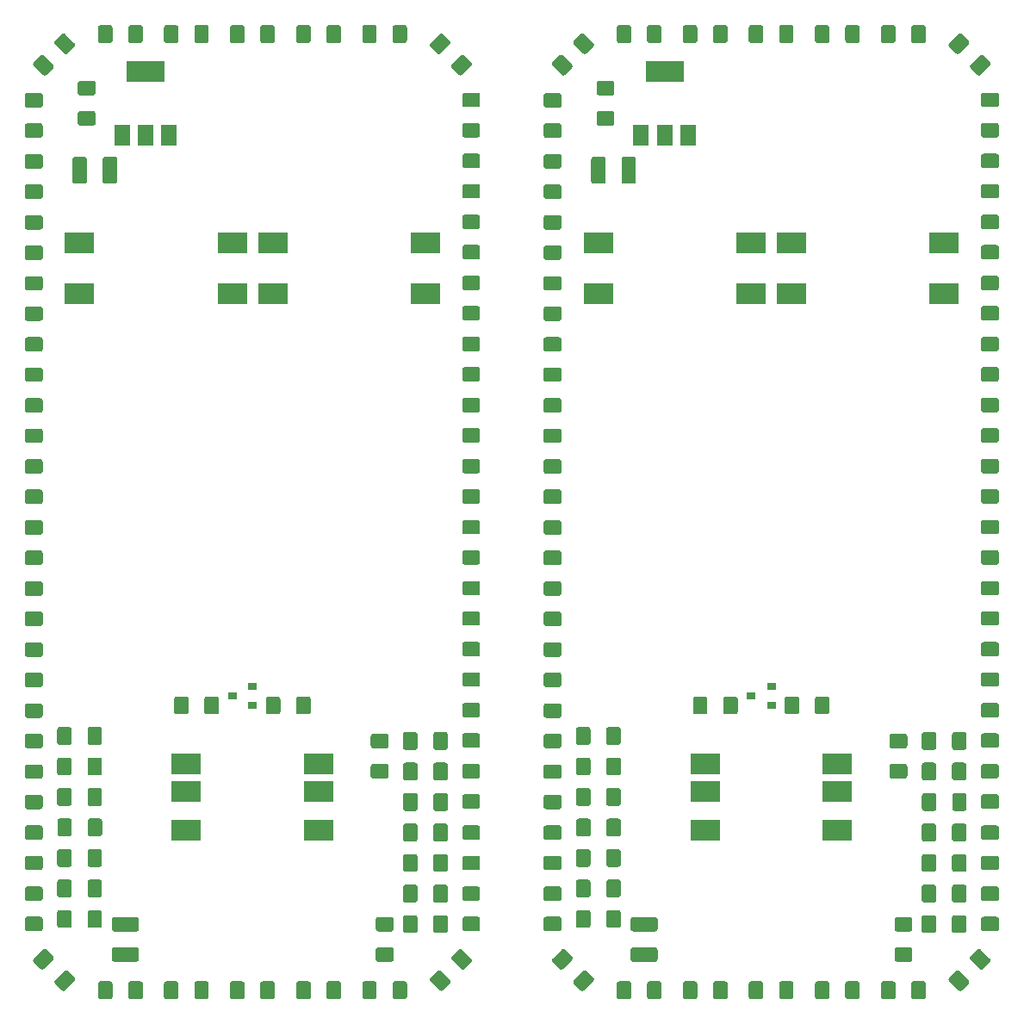
<source format=gbr>
G04 #@! TF.GenerationSoftware,KiCad,Pcbnew,5.0.2+dfsg1-1*
G04 #@! TF.CreationDate,2020-08-23T11:53:46+02:00*
G04 #@! TF.ProjectId,badge,62616467-652e-46b6-9963-61645f706362,rev?*
G04 #@! TF.SameCoordinates,Original*
G04 #@! TF.FileFunction,Paste,Top*
G04 #@! TF.FilePolarity,Positive*
%FSLAX46Y46*%
G04 Gerber Fmt 4.6, Leading zero omitted, Abs format (unit mm)*
G04 Created by KiCad (PCBNEW 5.0.2+dfsg1-1) date Sun 23 Aug 2020 11:53:46 AM CEST*
%MOMM*%
%LPD*%
G01*
G04 APERTURE LIST*
%ADD10R,3.000000X2.000000*%
%ADD11C,0.100000*%
%ADD12C,1.425000*%
%ADD13R,0.900000X0.800000*%
%ADD14R,3.800000X2.000000*%
%ADD15R,1.500000X2.000000*%
G04 APERTURE END LIST*
D10*
G04 #@! TO.C,U3*
X116500000Y-93500000D03*
X116500000Y-98500000D03*
X131500000Y-98500000D03*
X131500000Y-93500000D03*
G04 #@! TD*
G04 #@! TO.C,U5*
X97500000Y-93500000D03*
X97500000Y-98500000D03*
X112500000Y-98500000D03*
X112500000Y-93500000D03*
G04 #@! TD*
D11*
G04 #@! TO.C,C2*
G36*
X98849504Y-77601204D02*
X98873773Y-77604804D01*
X98897571Y-77610765D01*
X98920671Y-77619030D01*
X98942849Y-77629520D01*
X98963893Y-77642133D01*
X98983598Y-77656747D01*
X99001777Y-77673223D01*
X99018253Y-77691402D01*
X99032867Y-77711107D01*
X99045480Y-77732151D01*
X99055970Y-77754329D01*
X99064235Y-77777429D01*
X99070196Y-77801227D01*
X99073796Y-77825496D01*
X99075000Y-77850000D01*
X99075000Y-78775000D01*
X99073796Y-78799504D01*
X99070196Y-78823773D01*
X99064235Y-78847571D01*
X99055970Y-78870671D01*
X99045480Y-78892849D01*
X99032867Y-78913893D01*
X99018253Y-78933598D01*
X99001777Y-78951777D01*
X98983598Y-78968253D01*
X98963893Y-78982867D01*
X98942849Y-78995480D01*
X98920671Y-79005970D01*
X98897571Y-79014235D01*
X98873773Y-79020196D01*
X98849504Y-79023796D01*
X98825000Y-79025000D01*
X97575000Y-79025000D01*
X97550496Y-79023796D01*
X97526227Y-79020196D01*
X97502429Y-79014235D01*
X97479329Y-79005970D01*
X97457151Y-78995480D01*
X97436107Y-78982867D01*
X97416402Y-78968253D01*
X97398223Y-78951777D01*
X97381747Y-78933598D01*
X97367133Y-78913893D01*
X97354520Y-78892849D01*
X97344030Y-78870671D01*
X97335765Y-78847571D01*
X97329804Y-78823773D01*
X97326204Y-78799504D01*
X97325000Y-78775000D01*
X97325000Y-77850000D01*
X97326204Y-77825496D01*
X97329804Y-77801227D01*
X97335765Y-77777429D01*
X97344030Y-77754329D01*
X97354520Y-77732151D01*
X97367133Y-77711107D01*
X97381747Y-77691402D01*
X97398223Y-77673223D01*
X97416402Y-77656747D01*
X97436107Y-77642133D01*
X97457151Y-77629520D01*
X97479329Y-77619030D01*
X97502429Y-77610765D01*
X97526227Y-77604804D01*
X97550496Y-77601204D01*
X97575000Y-77600000D01*
X98825000Y-77600000D01*
X98849504Y-77601204D01*
X98849504Y-77601204D01*
G37*
D12*
X98200000Y-78312500D03*
D11*
G36*
X98849504Y-80576204D02*
X98873773Y-80579804D01*
X98897571Y-80585765D01*
X98920671Y-80594030D01*
X98942849Y-80604520D01*
X98963893Y-80617133D01*
X98983598Y-80631747D01*
X99001777Y-80648223D01*
X99018253Y-80666402D01*
X99032867Y-80686107D01*
X99045480Y-80707151D01*
X99055970Y-80729329D01*
X99064235Y-80752429D01*
X99070196Y-80776227D01*
X99073796Y-80800496D01*
X99075000Y-80825000D01*
X99075000Y-81750000D01*
X99073796Y-81774504D01*
X99070196Y-81798773D01*
X99064235Y-81822571D01*
X99055970Y-81845671D01*
X99045480Y-81867849D01*
X99032867Y-81888893D01*
X99018253Y-81908598D01*
X99001777Y-81926777D01*
X98983598Y-81943253D01*
X98963893Y-81957867D01*
X98942849Y-81970480D01*
X98920671Y-81980970D01*
X98897571Y-81989235D01*
X98873773Y-81995196D01*
X98849504Y-81998796D01*
X98825000Y-82000000D01*
X97575000Y-82000000D01*
X97550496Y-81998796D01*
X97526227Y-81995196D01*
X97502429Y-81989235D01*
X97479329Y-81980970D01*
X97457151Y-81970480D01*
X97436107Y-81957867D01*
X97416402Y-81943253D01*
X97398223Y-81926777D01*
X97381747Y-81908598D01*
X97367133Y-81888893D01*
X97354520Y-81867849D01*
X97344030Y-81845671D01*
X97335765Y-81822571D01*
X97329804Y-81798773D01*
X97326204Y-81774504D01*
X97325000Y-81750000D01*
X97325000Y-80825000D01*
X97326204Y-80800496D01*
X97329804Y-80776227D01*
X97335765Y-80752429D01*
X97344030Y-80729329D01*
X97354520Y-80707151D01*
X97367133Y-80686107D01*
X97381747Y-80666402D01*
X97398223Y-80648223D01*
X97416402Y-80631747D01*
X97436107Y-80617133D01*
X97457151Y-80604520D01*
X97479329Y-80594030D01*
X97502429Y-80585765D01*
X97526227Y-80579804D01*
X97550496Y-80576204D01*
X97575000Y-80575000D01*
X98825000Y-80575000D01*
X98849504Y-80576204D01*
X98849504Y-80576204D01*
G37*
D12*
X98200000Y-81287500D03*
G04 #@! TD*
D11*
G04 #@! TO.C,C1*
G36*
X103099504Y-162776204D02*
X103123773Y-162779804D01*
X103147571Y-162785765D01*
X103170671Y-162794030D01*
X103192849Y-162804520D01*
X103213893Y-162817133D01*
X103233598Y-162831747D01*
X103251777Y-162848223D01*
X103268253Y-162866402D01*
X103282867Y-162886107D01*
X103295480Y-162907151D01*
X103305970Y-162929329D01*
X103314235Y-162952429D01*
X103320196Y-162976227D01*
X103323796Y-163000496D01*
X103325000Y-163025000D01*
X103325000Y-163950000D01*
X103323796Y-163974504D01*
X103320196Y-163998773D01*
X103314235Y-164022571D01*
X103305970Y-164045671D01*
X103295480Y-164067849D01*
X103282867Y-164088893D01*
X103268253Y-164108598D01*
X103251777Y-164126777D01*
X103233598Y-164143253D01*
X103213893Y-164157867D01*
X103192849Y-164170480D01*
X103170671Y-164180970D01*
X103147571Y-164189235D01*
X103123773Y-164195196D01*
X103099504Y-164198796D01*
X103075000Y-164200000D01*
X100925000Y-164200000D01*
X100900496Y-164198796D01*
X100876227Y-164195196D01*
X100852429Y-164189235D01*
X100829329Y-164180970D01*
X100807151Y-164170480D01*
X100786107Y-164157867D01*
X100766402Y-164143253D01*
X100748223Y-164126777D01*
X100731747Y-164108598D01*
X100717133Y-164088893D01*
X100704520Y-164067849D01*
X100694030Y-164045671D01*
X100685765Y-164022571D01*
X100679804Y-163998773D01*
X100676204Y-163974504D01*
X100675000Y-163950000D01*
X100675000Y-163025000D01*
X100676204Y-163000496D01*
X100679804Y-162976227D01*
X100685765Y-162952429D01*
X100694030Y-162929329D01*
X100704520Y-162907151D01*
X100717133Y-162886107D01*
X100731747Y-162866402D01*
X100748223Y-162848223D01*
X100766402Y-162831747D01*
X100786107Y-162817133D01*
X100807151Y-162804520D01*
X100829329Y-162794030D01*
X100852429Y-162785765D01*
X100876227Y-162779804D01*
X100900496Y-162776204D01*
X100925000Y-162775000D01*
X103075000Y-162775000D01*
X103099504Y-162776204D01*
X103099504Y-162776204D01*
G37*
D12*
X102000000Y-163487500D03*
D11*
G36*
X103099504Y-159801204D02*
X103123773Y-159804804D01*
X103147571Y-159810765D01*
X103170671Y-159819030D01*
X103192849Y-159829520D01*
X103213893Y-159842133D01*
X103233598Y-159856747D01*
X103251777Y-159873223D01*
X103268253Y-159891402D01*
X103282867Y-159911107D01*
X103295480Y-159932151D01*
X103305970Y-159954329D01*
X103314235Y-159977429D01*
X103320196Y-160001227D01*
X103323796Y-160025496D01*
X103325000Y-160050000D01*
X103325000Y-160975000D01*
X103323796Y-160999504D01*
X103320196Y-161023773D01*
X103314235Y-161047571D01*
X103305970Y-161070671D01*
X103295480Y-161092849D01*
X103282867Y-161113893D01*
X103268253Y-161133598D01*
X103251777Y-161151777D01*
X103233598Y-161168253D01*
X103213893Y-161182867D01*
X103192849Y-161195480D01*
X103170671Y-161205970D01*
X103147571Y-161214235D01*
X103123773Y-161220196D01*
X103099504Y-161223796D01*
X103075000Y-161225000D01*
X100925000Y-161225000D01*
X100900496Y-161223796D01*
X100876227Y-161220196D01*
X100852429Y-161214235D01*
X100829329Y-161205970D01*
X100807151Y-161195480D01*
X100786107Y-161182867D01*
X100766402Y-161168253D01*
X100748223Y-161151777D01*
X100731747Y-161133598D01*
X100717133Y-161113893D01*
X100704520Y-161092849D01*
X100694030Y-161070671D01*
X100685765Y-161047571D01*
X100679804Y-161023773D01*
X100676204Y-160999504D01*
X100675000Y-160975000D01*
X100675000Y-160050000D01*
X100676204Y-160025496D01*
X100679804Y-160001227D01*
X100685765Y-159977429D01*
X100694030Y-159954329D01*
X100704520Y-159932151D01*
X100717133Y-159911107D01*
X100731747Y-159891402D01*
X100748223Y-159873223D01*
X100766402Y-159856747D01*
X100786107Y-159842133D01*
X100807151Y-159829520D01*
X100829329Y-159819030D01*
X100852429Y-159810765D01*
X100876227Y-159804804D01*
X100900496Y-159801204D01*
X100925000Y-159800000D01*
X103075000Y-159800000D01*
X103099504Y-159801204D01*
X103099504Y-159801204D01*
G37*
D12*
X102000000Y-160512500D03*
G04 #@! TD*
D11*
G04 #@! TO.C,C3*
G36*
X100974504Y-85076204D02*
X100998773Y-85079804D01*
X101022571Y-85085765D01*
X101045671Y-85094030D01*
X101067849Y-85104520D01*
X101088893Y-85117133D01*
X101108598Y-85131747D01*
X101126777Y-85148223D01*
X101143253Y-85166402D01*
X101157867Y-85186107D01*
X101170480Y-85207151D01*
X101180970Y-85229329D01*
X101189235Y-85252429D01*
X101195196Y-85276227D01*
X101198796Y-85300496D01*
X101200000Y-85325000D01*
X101200000Y-87475000D01*
X101198796Y-87499504D01*
X101195196Y-87523773D01*
X101189235Y-87547571D01*
X101180970Y-87570671D01*
X101170480Y-87592849D01*
X101157867Y-87613893D01*
X101143253Y-87633598D01*
X101126777Y-87651777D01*
X101108598Y-87668253D01*
X101088893Y-87682867D01*
X101067849Y-87695480D01*
X101045671Y-87705970D01*
X101022571Y-87714235D01*
X100998773Y-87720196D01*
X100974504Y-87723796D01*
X100950000Y-87725000D01*
X100025000Y-87725000D01*
X100000496Y-87723796D01*
X99976227Y-87720196D01*
X99952429Y-87714235D01*
X99929329Y-87705970D01*
X99907151Y-87695480D01*
X99886107Y-87682867D01*
X99866402Y-87668253D01*
X99848223Y-87651777D01*
X99831747Y-87633598D01*
X99817133Y-87613893D01*
X99804520Y-87592849D01*
X99794030Y-87570671D01*
X99785765Y-87547571D01*
X99779804Y-87523773D01*
X99776204Y-87499504D01*
X99775000Y-87475000D01*
X99775000Y-85325000D01*
X99776204Y-85300496D01*
X99779804Y-85276227D01*
X99785765Y-85252429D01*
X99794030Y-85229329D01*
X99804520Y-85207151D01*
X99817133Y-85186107D01*
X99831747Y-85166402D01*
X99848223Y-85148223D01*
X99866402Y-85131747D01*
X99886107Y-85117133D01*
X99907151Y-85104520D01*
X99929329Y-85094030D01*
X99952429Y-85085765D01*
X99976227Y-85079804D01*
X100000496Y-85076204D01*
X100025000Y-85075000D01*
X100950000Y-85075000D01*
X100974504Y-85076204D01*
X100974504Y-85076204D01*
G37*
D12*
X100487500Y-86400000D03*
D11*
G36*
X97999504Y-85076204D02*
X98023773Y-85079804D01*
X98047571Y-85085765D01*
X98070671Y-85094030D01*
X98092849Y-85104520D01*
X98113893Y-85117133D01*
X98133598Y-85131747D01*
X98151777Y-85148223D01*
X98168253Y-85166402D01*
X98182867Y-85186107D01*
X98195480Y-85207151D01*
X98205970Y-85229329D01*
X98214235Y-85252429D01*
X98220196Y-85276227D01*
X98223796Y-85300496D01*
X98225000Y-85325000D01*
X98225000Y-87475000D01*
X98223796Y-87499504D01*
X98220196Y-87523773D01*
X98214235Y-87547571D01*
X98205970Y-87570671D01*
X98195480Y-87592849D01*
X98182867Y-87613893D01*
X98168253Y-87633598D01*
X98151777Y-87651777D01*
X98133598Y-87668253D01*
X98113893Y-87682867D01*
X98092849Y-87695480D01*
X98070671Y-87705970D01*
X98047571Y-87714235D01*
X98023773Y-87720196D01*
X97999504Y-87723796D01*
X97975000Y-87725000D01*
X97050000Y-87725000D01*
X97025496Y-87723796D01*
X97001227Y-87720196D01*
X96977429Y-87714235D01*
X96954329Y-87705970D01*
X96932151Y-87695480D01*
X96911107Y-87682867D01*
X96891402Y-87668253D01*
X96873223Y-87651777D01*
X96856747Y-87633598D01*
X96842133Y-87613893D01*
X96829520Y-87592849D01*
X96819030Y-87570671D01*
X96810765Y-87547571D01*
X96804804Y-87523773D01*
X96801204Y-87499504D01*
X96800000Y-87475000D01*
X96800000Y-85325000D01*
X96801204Y-85300496D01*
X96804804Y-85276227D01*
X96810765Y-85252429D01*
X96819030Y-85229329D01*
X96829520Y-85207151D01*
X96842133Y-85186107D01*
X96856747Y-85166402D01*
X96873223Y-85148223D01*
X96891402Y-85131747D01*
X96911107Y-85117133D01*
X96932151Y-85104520D01*
X96954329Y-85094030D01*
X96977429Y-85085765D01*
X97001227Y-85079804D01*
X97025496Y-85076204D01*
X97050000Y-85075000D01*
X97975000Y-85075000D01*
X97999504Y-85076204D01*
X97999504Y-85076204D01*
G37*
D12*
X97512500Y-86400000D03*
G04 #@! TD*
D10*
G04 #@! TO.C,U4*
X108000000Y-144750000D03*
X108000000Y-147500000D03*
X108000000Y-151250000D03*
X121000000Y-151250000D03*
X121000000Y-147500000D03*
X121000000Y-144750000D03*
G04 #@! TD*
D11*
G04 #@! TO.C,C5*
G36*
X127649504Y-144763704D02*
X127673773Y-144767304D01*
X127697571Y-144773265D01*
X127720671Y-144781530D01*
X127742849Y-144792020D01*
X127763893Y-144804633D01*
X127783598Y-144819247D01*
X127801777Y-144835723D01*
X127818253Y-144853902D01*
X127832867Y-144873607D01*
X127845480Y-144894651D01*
X127855970Y-144916829D01*
X127864235Y-144939929D01*
X127870196Y-144963727D01*
X127873796Y-144987996D01*
X127875000Y-145012500D01*
X127875000Y-145937500D01*
X127873796Y-145962004D01*
X127870196Y-145986273D01*
X127864235Y-146010071D01*
X127855970Y-146033171D01*
X127845480Y-146055349D01*
X127832867Y-146076393D01*
X127818253Y-146096098D01*
X127801777Y-146114277D01*
X127783598Y-146130753D01*
X127763893Y-146145367D01*
X127742849Y-146157980D01*
X127720671Y-146168470D01*
X127697571Y-146176735D01*
X127673773Y-146182696D01*
X127649504Y-146186296D01*
X127625000Y-146187500D01*
X126375000Y-146187500D01*
X126350496Y-146186296D01*
X126326227Y-146182696D01*
X126302429Y-146176735D01*
X126279329Y-146168470D01*
X126257151Y-146157980D01*
X126236107Y-146145367D01*
X126216402Y-146130753D01*
X126198223Y-146114277D01*
X126181747Y-146096098D01*
X126167133Y-146076393D01*
X126154520Y-146055349D01*
X126144030Y-146033171D01*
X126135765Y-146010071D01*
X126129804Y-145986273D01*
X126126204Y-145962004D01*
X126125000Y-145937500D01*
X126125000Y-145012500D01*
X126126204Y-144987996D01*
X126129804Y-144963727D01*
X126135765Y-144939929D01*
X126144030Y-144916829D01*
X126154520Y-144894651D01*
X126167133Y-144873607D01*
X126181747Y-144853902D01*
X126198223Y-144835723D01*
X126216402Y-144819247D01*
X126236107Y-144804633D01*
X126257151Y-144792020D01*
X126279329Y-144781530D01*
X126302429Y-144773265D01*
X126326227Y-144767304D01*
X126350496Y-144763704D01*
X126375000Y-144762500D01*
X127625000Y-144762500D01*
X127649504Y-144763704D01*
X127649504Y-144763704D01*
G37*
D12*
X127000000Y-145475000D03*
D11*
G36*
X127649504Y-141788704D02*
X127673773Y-141792304D01*
X127697571Y-141798265D01*
X127720671Y-141806530D01*
X127742849Y-141817020D01*
X127763893Y-141829633D01*
X127783598Y-141844247D01*
X127801777Y-141860723D01*
X127818253Y-141878902D01*
X127832867Y-141898607D01*
X127845480Y-141919651D01*
X127855970Y-141941829D01*
X127864235Y-141964929D01*
X127870196Y-141988727D01*
X127873796Y-142012996D01*
X127875000Y-142037500D01*
X127875000Y-142962500D01*
X127873796Y-142987004D01*
X127870196Y-143011273D01*
X127864235Y-143035071D01*
X127855970Y-143058171D01*
X127845480Y-143080349D01*
X127832867Y-143101393D01*
X127818253Y-143121098D01*
X127801777Y-143139277D01*
X127783598Y-143155753D01*
X127763893Y-143170367D01*
X127742849Y-143182980D01*
X127720671Y-143193470D01*
X127697571Y-143201735D01*
X127673773Y-143207696D01*
X127649504Y-143211296D01*
X127625000Y-143212500D01*
X126375000Y-143212500D01*
X126350496Y-143211296D01*
X126326227Y-143207696D01*
X126302429Y-143201735D01*
X126279329Y-143193470D01*
X126257151Y-143182980D01*
X126236107Y-143170367D01*
X126216402Y-143155753D01*
X126198223Y-143139277D01*
X126181747Y-143121098D01*
X126167133Y-143101393D01*
X126154520Y-143080349D01*
X126144030Y-143058171D01*
X126135765Y-143035071D01*
X126129804Y-143011273D01*
X126126204Y-142987004D01*
X126125000Y-142962500D01*
X126125000Y-142037500D01*
X126126204Y-142012996D01*
X126129804Y-141988727D01*
X126135765Y-141964929D01*
X126144030Y-141941829D01*
X126154520Y-141919651D01*
X126167133Y-141898607D01*
X126181747Y-141878902D01*
X126198223Y-141860723D01*
X126216402Y-141844247D01*
X126236107Y-141829633D01*
X126257151Y-141817020D01*
X126279329Y-141806530D01*
X126302429Y-141798265D01*
X126326227Y-141792304D01*
X126350496Y-141788704D01*
X126375000Y-141787500D01*
X127625000Y-141787500D01*
X127649504Y-141788704D01*
X127649504Y-141788704D01*
G37*
D12*
X127000000Y-142500000D03*
G04 #@! TD*
D11*
G04 #@! TO.C,C4*
G36*
X128149504Y-162776204D02*
X128173773Y-162779804D01*
X128197571Y-162785765D01*
X128220671Y-162794030D01*
X128242849Y-162804520D01*
X128263893Y-162817133D01*
X128283598Y-162831747D01*
X128301777Y-162848223D01*
X128318253Y-162866402D01*
X128332867Y-162886107D01*
X128345480Y-162907151D01*
X128355970Y-162929329D01*
X128364235Y-162952429D01*
X128370196Y-162976227D01*
X128373796Y-163000496D01*
X128375000Y-163025000D01*
X128375000Y-163950000D01*
X128373796Y-163974504D01*
X128370196Y-163998773D01*
X128364235Y-164022571D01*
X128355970Y-164045671D01*
X128345480Y-164067849D01*
X128332867Y-164088893D01*
X128318253Y-164108598D01*
X128301777Y-164126777D01*
X128283598Y-164143253D01*
X128263893Y-164157867D01*
X128242849Y-164170480D01*
X128220671Y-164180970D01*
X128197571Y-164189235D01*
X128173773Y-164195196D01*
X128149504Y-164198796D01*
X128125000Y-164200000D01*
X126875000Y-164200000D01*
X126850496Y-164198796D01*
X126826227Y-164195196D01*
X126802429Y-164189235D01*
X126779329Y-164180970D01*
X126757151Y-164170480D01*
X126736107Y-164157867D01*
X126716402Y-164143253D01*
X126698223Y-164126777D01*
X126681747Y-164108598D01*
X126667133Y-164088893D01*
X126654520Y-164067849D01*
X126644030Y-164045671D01*
X126635765Y-164022571D01*
X126629804Y-163998773D01*
X126626204Y-163974504D01*
X126625000Y-163950000D01*
X126625000Y-163025000D01*
X126626204Y-163000496D01*
X126629804Y-162976227D01*
X126635765Y-162952429D01*
X126644030Y-162929329D01*
X126654520Y-162907151D01*
X126667133Y-162886107D01*
X126681747Y-162866402D01*
X126698223Y-162848223D01*
X126716402Y-162831747D01*
X126736107Y-162817133D01*
X126757151Y-162804520D01*
X126779329Y-162794030D01*
X126802429Y-162785765D01*
X126826227Y-162779804D01*
X126850496Y-162776204D01*
X126875000Y-162775000D01*
X128125000Y-162775000D01*
X128149504Y-162776204D01*
X128149504Y-162776204D01*
G37*
D12*
X127500000Y-163487500D03*
D11*
G36*
X128149504Y-159801204D02*
X128173773Y-159804804D01*
X128197571Y-159810765D01*
X128220671Y-159819030D01*
X128242849Y-159829520D01*
X128263893Y-159842133D01*
X128283598Y-159856747D01*
X128301777Y-159873223D01*
X128318253Y-159891402D01*
X128332867Y-159911107D01*
X128345480Y-159932151D01*
X128355970Y-159954329D01*
X128364235Y-159977429D01*
X128370196Y-160001227D01*
X128373796Y-160025496D01*
X128375000Y-160050000D01*
X128375000Y-160975000D01*
X128373796Y-160999504D01*
X128370196Y-161023773D01*
X128364235Y-161047571D01*
X128355970Y-161070671D01*
X128345480Y-161092849D01*
X128332867Y-161113893D01*
X128318253Y-161133598D01*
X128301777Y-161151777D01*
X128283598Y-161168253D01*
X128263893Y-161182867D01*
X128242849Y-161195480D01*
X128220671Y-161205970D01*
X128197571Y-161214235D01*
X128173773Y-161220196D01*
X128149504Y-161223796D01*
X128125000Y-161225000D01*
X126875000Y-161225000D01*
X126850496Y-161223796D01*
X126826227Y-161220196D01*
X126802429Y-161214235D01*
X126779329Y-161205970D01*
X126757151Y-161195480D01*
X126736107Y-161182867D01*
X126716402Y-161168253D01*
X126698223Y-161151777D01*
X126681747Y-161133598D01*
X126667133Y-161113893D01*
X126654520Y-161092849D01*
X126644030Y-161070671D01*
X126635765Y-161047571D01*
X126629804Y-161023773D01*
X126626204Y-160999504D01*
X126625000Y-160975000D01*
X126625000Y-160050000D01*
X126626204Y-160025496D01*
X126629804Y-160001227D01*
X126635765Y-159977429D01*
X126644030Y-159954329D01*
X126654520Y-159932151D01*
X126667133Y-159911107D01*
X126681747Y-159891402D01*
X126698223Y-159873223D01*
X126716402Y-159856747D01*
X126736107Y-159842133D01*
X126757151Y-159829520D01*
X126779329Y-159819030D01*
X126802429Y-159810765D01*
X126826227Y-159804804D01*
X126850496Y-159801204D01*
X126875000Y-159800000D01*
X128125000Y-159800000D01*
X128149504Y-159801204D01*
X128149504Y-159801204D01*
G37*
D12*
X127500000Y-160512500D03*
G04 #@! TD*
D11*
G04 #@! TO.C,D3*
G36*
X94085568Y-162935905D02*
X94109837Y-162939505D01*
X94133635Y-162945466D01*
X94156735Y-162953731D01*
X94178913Y-162964221D01*
X94199957Y-162976834D01*
X94219662Y-162991448D01*
X94237841Y-163007924D01*
X94891915Y-163661998D01*
X94908391Y-163680177D01*
X94923005Y-163699882D01*
X94935618Y-163720926D01*
X94946108Y-163743104D01*
X94954373Y-163766204D01*
X94960334Y-163790002D01*
X94963934Y-163814271D01*
X94965138Y-163838775D01*
X94963934Y-163863279D01*
X94960334Y-163887548D01*
X94954373Y-163911346D01*
X94946108Y-163934446D01*
X94935618Y-163956624D01*
X94923005Y-163977668D01*
X94908391Y-163997373D01*
X94891915Y-164015552D01*
X94008031Y-164899436D01*
X93989852Y-164915912D01*
X93970147Y-164930526D01*
X93949103Y-164943139D01*
X93926925Y-164953629D01*
X93903825Y-164961894D01*
X93880027Y-164967855D01*
X93855758Y-164971455D01*
X93831254Y-164972659D01*
X93806750Y-164971455D01*
X93782481Y-164967855D01*
X93758683Y-164961894D01*
X93735583Y-164953629D01*
X93713405Y-164943139D01*
X93692361Y-164930526D01*
X93672656Y-164915912D01*
X93654477Y-164899436D01*
X93000403Y-164245362D01*
X92983927Y-164227183D01*
X92969313Y-164207478D01*
X92956700Y-164186434D01*
X92946210Y-164164256D01*
X92937945Y-164141156D01*
X92931984Y-164117358D01*
X92928384Y-164093089D01*
X92927180Y-164068585D01*
X92928384Y-164044081D01*
X92931984Y-164019812D01*
X92937945Y-163996014D01*
X92946210Y-163972914D01*
X92956700Y-163950736D01*
X92969313Y-163929692D01*
X92983927Y-163909987D01*
X93000403Y-163891808D01*
X93884287Y-163007924D01*
X93902466Y-162991448D01*
X93922171Y-162976834D01*
X93943215Y-162964221D01*
X93965393Y-162953731D01*
X93988493Y-162945466D01*
X94012291Y-162939505D01*
X94036560Y-162935905D01*
X94061064Y-162934701D01*
X94085568Y-162935905D01*
X94085568Y-162935905D01*
G37*
D12*
X93946159Y-163953680D03*
D11*
G36*
X96189210Y-165039547D02*
X96213479Y-165043147D01*
X96237277Y-165049108D01*
X96260377Y-165057373D01*
X96282555Y-165067863D01*
X96303599Y-165080476D01*
X96323304Y-165095090D01*
X96341483Y-165111566D01*
X96995557Y-165765640D01*
X97012033Y-165783819D01*
X97026647Y-165803524D01*
X97039260Y-165824568D01*
X97049750Y-165846746D01*
X97058015Y-165869846D01*
X97063976Y-165893644D01*
X97067576Y-165917913D01*
X97068780Y-165942417D01*
X97067576Y-165966921D01*
X97063976Y-165991190D01*
X97058015Y-166014988D01*
X97049750Y-166038088D01*
X97039260Y-166060266D01*
X97026647Y-166081310D01*
X97012033Y-166101015D01*
X96995557Y-166119194D01*
X96111673Y-167003078D01*
X96093494Y-167019554D01*
X96073789Y-167034168D01*
X96052745Y-167046781D01*
X96030567Y-167057271D01*
X96007467Y-167065536D01*
X95983669Y-167071497D01*
X95959400Y-167075097D01*
X95934896Y-167076301D01*
X95910392Y-167075097D01*
X95886123Y-167071497D01*
X95862325Y-167065536D01*
X95839225Y-167057271D01*
X95817047Y-167046781D01*
X95796003Y-167034168D01*
X95776298Y-167019554D01*
X95758119Y-167003078D01*
X95104045Y-166349004D01*
X95087569Y-166330825D01*
X95072955Y-166311120D01*
X95060342Y-166290076D01*
X95049852Y-166267898D01*
X95041587Y-166244798D01*
X95035626Y-166221000D01*
X95032026Y-166196731D01*
X95030822Y-166172227D01*
X95032026Y-166147723D01*
X95035626Y-166123454D01*
X95041587Y-166099656D01*
X95049852Y-166076556D01*
X95060342Y-166054378D01*
X95072955Y-166033334D01*
X95087569Y-166013629D01*
X95104045Y-165995450D01*
X95987929Y-165111566D01*
X96006108Y-165095090D01*
X96025813Y-165080476D01*
X96046857Y-165067863D01*
X96069035Y-165057373D01*
X96092135Y-165049108D01*
X96115933Y-165043147D01*
X96140202Y-165039547D01*
X96164706Y-165038343D01*
X96189210Y-165039547D01*
X96189210Y-165039547D01*
G37*
D12*
X96049801Y-166057322D03*
G04 #@! TD*
D11*
G04 #@! TO.C,D1*
G36*
X93649504Y-150801204D02*
X93673773Y-150804804D01*
X93697571Y-150810765D01*
X93720671Y-150819030D01*
X93742849Y-150829520D01*
X93763893Y-150842133D01*
X93783598Y-150856747D01*
X93801777Y-150873223D01*
X93818253Y-150891402D01*
X93832867Y-150911107D01*
X93845480Y-150932151D01*
X93855970Y-150954329D01*
X93864235Y-150977429D01*
X93870196Y-151001227D01*
X93873796Y-151025496D01*
X93875000Y-151050000D01*
X93875000Y-151975000D01*
X93873796Y-151999504D01*
X93870196Y-152023773D01*
X93864235Y-152047571D01*
X93855970Y-152070671D01*
X93845480Y-152092849D01*
X93832867Y-152113893D01*
X93818253Y-152133598D01*
X93801777Y-152151777D01*
X93783598Y-152168253D01*
X93763893Y-152182867D01*
X93742849Y-152195480D01*
X93720671Y-152205970D01*
X93697571Y-152214235D01*
X93673773Y-152220196D01*
X93649504Y-152223796D01*
X93625000Y-152225000D01*
X92375000Y-152225000D01*
X92350496Y-152223796D01*
X92326227Y-152220196D01*
X92302429Y-152214235D01*
X92279329Y-152205970D01*
X92257151Y-152195480D01*
X92236107Y-152182867D01*
X92216402Y-152168253D01*
X92198223Y-152151777D01*
X92181747Y-152133598D01*
X92167133Y-152113893D01*
X92154520Y-152092849D01*
X92144030Y-152070671D01*
X92135765Y-152047571D01*
X92129804Y-152023773D01*
X92126204Y-151999504D01*
X92125000Y-151975000D01*
X92125000Y-151050000D01*
X92126204Y-151025496D01*
X92129804Y-151001227D01*
X92135765Y-150977429D01*
X92144030Y-150954329D01*
X92154520Y-150932151D01*
X92167133Y-150911107D01*
X92181747Y-150891402D01*
X92198223Y-150873223D01*
X92216402Y-150856747D01*
X92236107Y-150842133D01*
X92257151Y-150829520D01*
X92279329Y-150819030D01*
X92302429Y-150810765D01*
X92326227Y-150804804D01*
X92350496Y-150801204D01*
X92375000Y-150800000D01*
X93625000Y-150800000D01*
X93649504Y-150801204D01*
X93649504Y-150801204D01*
G37*
D12*
X93000000Y-151512500D03*
D11*
G36*
X93649504Y-153776204D02*
X93673773Y-153779804D01*
X93697571Y-153785765D01*
X93720671Y-153794030D01*
X93742849Y-153804520D01*
X93763893Y-153817133D01*
X93783598Y-153831747D01*
X93801777Y-153848223D01*
X93818253Y-153866402D01*
X93832867Y-153886107D01*
X93845480Y-153907151D01*
X93855970Y-153929329D01*
X93864235Y-153952429D01*
X93870196Y-153976227D01*
X93873796Y-154000496D01*
X93875000Y-154025000D01*
X93875000Y-154950000D01*
X93873796Y-154974504D01*
X93870196Y-154998773D01*
X93864235Y-155022571D01*
X93855970Y-155045671D01*
X93845480Y-155067849D01*
X93832867Y-155088893D01*
X93818253Y-155108598D01*
X93801777Y-155126777D01*
X93783598Y-155143253D01*
X93763893Y-155157867D01*
X93742849Y-155170480D01*
X93720671Y-155180970D01*
X93697571Y-155189235D01*
X93673773Y-155195196D01*
X93649504Y-155198796D01*
X93625000Y-155200000D01*
X92375000Y-155200000D01*
X92350496Y-155198796D01*
X92326227Y-155195196D01*
X92302429Y-155189235D01*
X92279329Y-155180970D01*
X92257151Y-155170480D01*
X92236107Y-155157867D01*
X92216402Y-155143253D01*
X92198223Y-155126777D01*
X92181747Y-155108598D01*
X92167133Y-155088893D01*
X92154520Y-155067849D01*
X92144030Y-155045671D01*
X92135765Y-155022571D01*
X92129804Y-154998773D01*
X92126204Y-154974504D01*
X92125000Y-154950000D01*
X92125000Y-154025000D01*
X92126204Y-154000496D01*
X92129804Y-153976227D01*
X92135765Y-153952429D01*
X92144030Y-153929329D01*
X92154520Y-153907151D01*
X92167133Y-153886107D01*
X92181747Y-153866402D01*
X92198223Y-153848223D01*
X92216402Y-153831747D01*
X92236107Y-153817133D01*
X92257151Y-153804520D01*
X92279329Y-153794030D01*
X92302429Y-153785765D01*
X92326227Y-153779804D01*
X92350496Y-153776204D01*
X92375000Y-153775000D01*
X93625000Y-153775000D01*
X93649504Y-153776204D01*
X93649504Y-153776204D01*
G37*
D12*
X93000000Y-154487500D03*
G04 #@! TD*
D11*
G04 #@! TO.C,D5*
G36*
X93649504Y-156801204D02*
X93673773Y-156804804D01*
X93697571Y-156810765D01*
X93720671Y-156819030D01*
X93742849Y-156829520D01*
X93763893Y-156842133D01*
X93783598Y-156856747D01*
X93801777Y-156873223D01*
X93818253Y-156891402D01*
X93832867Y-156911107D01*
X93845480Y-156932151D01*
X93855970Y-156954329D01*
X93864235Y-156977429D01*
X93870196Y-157001227D01*
X93873796Y-157025496D01*
X93875000Y-157050000D01*
X93875000Y-157975000D01*
X93873796Y-157999504D01*
X93870196Y-158023773D01*
X93864235Y-158047571D01*
X93855970Y-158070671D01*
X93845480Y-158092849D01*
X93832867Y-158113893D01*
X93818253Y-158133598D01*
X93801777Y-158151777D01*
X93783598Y-158168253D01*
X93763893Y-158182867D01*
X93742849Y-158195480D01*
X93720671Y-158205970D01*
X93697571Y-158214235D01*
X93673773Y-158220196D01*
X93649504Y-158223796D01*
X93625000Y-158225000D01*
X92375000Y-158225000D01*
X92350496Y-158223796D01*
X92326227Y-158220196D01*
X92302429Y-158214235D01*
X92279329Y-158205970D01*
X92257151Y-158195480D01*
X92236107Y-158182867D01*
X92216402Y-158168253D01*
X92198223Y-158151777D01*
X92181747Y-158133598D01*
X92167133Y-158113893D01*
X92154520Y-158092849D01*
X92144030Y-158070671D01*
X92135765Y-158047571D01*
X92129804Y-158023773D01*
X92126204Y-157999504D01*
X92125000Y-157975000D01*
X92125000Y-157050000D01*
X92126204Y-157025496D01*
X92129804Y-157001227D01*
X92135765Y-156977429D01*
X92144030Y-156954329D01*
X92154520Y-156932151D01*
X92167133Y-156911107D01*
X92181747Y-156891402D01*
X92198223Y-156873223D01*
X92216402Y-156856747D01*
X92236107Y-156842133D01*
X92257151Y-156829520D01*
X92279329Y-156819030D01*
X92302429Y-156810765D01*
X92326227Y-156804804D01*
X92350496Y-156801204D01*
X92375000Y-156800000D01*
X93625000Y-156800000D01*
X93649504Y-156801204D01*
X93649504Y-156801204D01*
G37*
D12*
X93000000Y-157512500D03*
D11*
G36*
X93649504Y-159776204D02*
X93673773Y-159779804D01*
X93697571Y-159785765D01*
X93720671Y-159794030D01*
X93742849Y-159804520D01*
X93763893Y-159817133D01*
X93783598Y-159831747D01*
X93801777Y-159848223D01*
X93818253Y-159866402D01*
X93832867Y-159886107D01*
X93845480Y-159907151D01*
X93855970Y-159929329D01*
X93864235Y-159952429D01*
X93870196Y-159976227D01*
X93873796Y-160000496D01*
X93875000Y-160025000D01*
X93875000Y-160950000D01*
X93873796Y-160974504D01*
X93870196Y-160998773D01*
X93864235Y-161022571D01*
X93855970Y-161045671D01*
X93845480Y-161067849D01*
X93832867Y-161088893D01*
X93818253Y-161108598D01*
X93801777Y-161126777D01*
X93783598Y-161143253D01*
X93763893Y-161157867D01*
X93742849Y-161170480D01*
X93720671Y-161180970D01*
X93697571Y-161189235D01*
X93673773Y-161195196D01*
X93649504Y-161198796D01*
X93625000Y-161200000D01*
X92375000Y-161200000D01*
X92350496Y-161198796D01*
X92326227Y-161195196D01*
X92302429Y-161189235D01*
X92279329Y-161180970D01*
X92257151Y-161170480D01*
X92236107Y-161157867D01*
X92216402Y-161143253D01*
X92198223Y-161126777D01*
X92181747Y-161108598D01*
X92167133Y-161088893D01*
X92154520Y-161067849D01*
X92144030Y-161045671D01*
X92135765Y-161022571D01*
X92129804Y-160998773D01*
X92126204Y-160974504D01*
X92125000Y-160950000D01*
X92125000Y-160025000D01*
X92126204Y-160000496D01*
X92129804Y-159976227D01*
X92135765Y-159952429D01*
X92144030Y-159929329D01*
X92154520Y-159907151D01*
X92167133Y-159886107D01*
X92181747Y-159866402D01*
X92198223Y-159848223D01*
X92216402Y-159831747D01*
X92236107Y-159817133D01*
X92257151Y-159804520D01*
X92279329Y-159794030D01*
X92302429Y-159785765D01*
X92326227Y-159779804D01*
X92350496Y-159776204D01*
X92375000Y-159775000D01*
X93625000Y-159775000D01*
X93649504Y-159776204D01*
X93649504Y-159776204D01*
G37*
D12*
X93000000Y-160487500D03*
G04 #@! TD*
D11*
G04 #@! TO.C,D8*
G36*
X132857778Y-165034046D02*
X132882047Y-165037646D01*
X132905845Y-165043607D01*
X132928945Y-165051872D01*
X132951123Y-165062362D01*
X132972167Y-165074975D01*
X132991872Y-165089589D01*
X133010051Y-165106065D01*
X133893935Y-165989949D01*
X133910411Y-166008128D01*
X133925025Y-166027833D01*
X133937638Y-166048877D01*
X133948128Y-166071055D01*
X133956393Y-166094155D01*
X133962354Y-166117953D01*
X133965954Y-166142222D01*
X133967158Y-166166726D01*
X133965954Y-166191230D01*
X133962354Y-166215499D01*
X133956393Y-166239297D01*
X133948128Y-166262397D01*
X133937638Y-166284575D01*
X133925025Y-166305619D01*
X133910411Y-166325324D01*
X133893935Y-166343503D01*
X133239861Y-166997577D01*
X133221682Y-167014053D01*
X133201977Y-167028667D01*
X133180933Y-167041280D01*
X133158755Y-167051770D01*
X133135655Y-167060035D01*
X133111857Y-167065996D01*
X133087588Y-167069596D01*
X133063084Y-167070800D01*
X133038580Y-167069596D01*
X133014311Y-167065996D01*
X132990513Y-167060035D01*
X132967413Y-167051770D01*
X132945235Y-167041280D01*
X132924191Y-167028667D01*
X132904486Y-167014053D01*
X132886307Y-166997577D01*
X132002423Y-166113693D01*
X131985947Y-166095514D01*
X131971333Y-166075809D01*
X131958720Y-166054765D01*
X131948230Y-166032587D01*
X131939965Y-166009487D01*
X131934004Y-165985689D01*
X131930404Y-165961420D01*
X131929200Y-165936916D01*
X131930404Y-165912412D01*
X131934004Y-165888143D01*
X131939965Y-165864345D01*
X131948230Y-165841245D01*
X131958720Y-165819067D01*
X131971333Y-165798023D01*
X131985947Y-165778318D01*
X132002423Y-165760139D01*
X132656497Y-165106065D01*
X132674676Y-165089589D01*
X132694381Y-165074975D01*
X132715425Y-165062362D01*
X132737603Y-165051872D01*
X132760703Y-165043607D01*
X132784501Y-165037646D01*
X132808770Y-165034046D01*
X132833274Y-165032842D01*
X132857778Y-165034046D01*
X132857778Y-165034046D01*
G37*
D12*
X132948179Y-166051821D03*
D11*
G36*
X134961420Y-162930404D02*
X134985689Y-162934004D01*
X135009487Y-162939965D01*
X135032587Y-162948230D01*
X135054765Y-162958720D01*
X135075809Y-162971333D01*
X135095514Y-162985947D01*
X135113693Y-163002423D01*
X135997577Y-163886307D01*
X136014053Y-163904486D01*
X136028667Y-163924191D01*
X136041280Y-163945235D01*
X136051770Y-163967413D01*
X136060035Y-163990513D01*
X136065996Y-164014311D01*
X136069596Y-164038580D01*
X136070800Y-164063084D01*
X136069596Y-164087588D01*
X136065996Y-164111857D01*
X136060035Y-164135655D01*
X136051770Y-164158755D01*
X136041280Y-164180933D01*
X136028667Y-164201977D01*
X136014053Y-164221682D01*
X135997577Y-164239861D01*
X135343503Y-164893935D01*
X135325324Y-164910411D01*
X135305619Y-164925025D01*
X135284575Y-164937638D01*
X135262397Y-164948128D01*
X135239297Y-164956393D01*
X135215499Y-164962354D01*
X135191230Y-164965954D01*
X135166726Y-164967158D01*
X135142222Y-164965954D01*
X135117953Y-164962354D01*
X135094155Y-164956393D01*
X135071055Y-164948128D01*
X135048877Y-164937638D01*
X135027833Y-164925025D01*
X135008128Y-164910411D01*
X134989949Y-164893935D01*
X134106065Y-164010051D01*
X134089589Y-163991872D01*
X134074975Y-163972167D01*
X134062362Y-163951123D01*
X134051872Y-163928945D01*
X134043607Y-163905845D01*
X134037646Y-163882047D01*
X134034046Y-163857778D01*
X134032842Y-163833274D01*
X134034046Y-163808770D01*
X134037646Y-163784501D01*
X134043607Y-163760703D01*
X134051872Y-163737603D01*
X134062362Y-163715425D01*
X134074975Y-163694381D01*
X134089589Y-163674676D01*
X134106065Y-163656497D01*
X134760139Y-163002423D01*
X134778318Y-162985947D01*
X134798023Y-162971333D01*
X134819067Y-162958720D01*
X134841245Y-162948230D01*
X134864345Y-162939965D01*
X134888143Y-162934004D01*
X134912412Y-162930404D01*
X134936916Y-162929200D01*
X134961420Y-162930404D01*
X134961420Y-162930404D01*
G37*
D12*
X135051821Y-163948179D03*
G04 #@! TD*
D11*
G04 #@! TO.C,D6*
G36*
X93649504Y-108801204D02*
X93673773Y-108804804D01*
X93697571Y-108810765D01*
X93720671Y-108819030D01*
X93742849Y-108829520D01*
X93763893Y-108842133D01*
X93783598Y-108856747D01*
X93801777Y-108873223D01*
X93818253Y-108891402D01*
X93832867Y-108911107D01*
X93845480Y-108932151D01*
X93855970Y-108954329D01*
X93864235Y-108977429D01*
X93870196Y-109001227D01*
X93873796Y-109025496D01*
X93875000Y-109050000D01*
X93875000Y-109975000D01*
X93873796Y-109999504D01*
X93870196Y-110023773D01*
X93864235Y-110047571D01*
X93855970Y-110070671D01*
X93845480Y-110092849D01*
X93832867Y-110113893D01*
X93818253Y-110133598D01*
X93801777Y-110151777D01*
X93783598Y-110168253D01*
X93763893Y-110182867D01*
X93742849Y-110195480D01*
X93720671Y-110205970D01*
X93697571Y-110214235D01*
X93673773Y-110220196D01*
X93649504Y-110223796D01*
X93625000Y-110225000D01*
X92375000Y-110225000D01*
X92350496Y-110223796D01*
X92326227Y-110220196D01*
X92302429Y-110214235D01*
X92279329Y-110205970D01*
X92257151Y-110195480D01*
X92236107Y-110182867D01*
X92216402Y-110168253D01*
X92198223Y-110151777D01*
X92181747Y-110133598D01*
X92167133Y-110113893D01*
X92154520Y-110092849D01*
X92144030Y-110070671D01*
X92135765Y-110047571D01*
X92129804Y-110023773D01*
X92126204Y-109999504D01*
X92125000Y-109975000D01*
X92125000Y-109050000D01*
X92126204Y-109025496D01*
X92129804Y-109001227D01*
X92135765Y-108977429D01*
X92144030Y-108954329D01*
X92154520Y-108932151D01*
X92167133Y-108911107D01*
X92181747Y-108891402D01*
X92198223Y-108873223D01*
X92216402Y-108856747D01*
X92236107Y-108842133D01*
X92257151Y-108829520D01*
X92279329Y-108819030D01*
X92302429Y-108810765D01*
X92326227Y-108804804D01*
X92350496Y-108801204D01*
X92375000Y-108800000D01*
X93625000Y-108800000D01*
X93649504Y-108801204D01*
X93649504Y-108801204D01*
G37*
D12*
X93000000Y-109512500D03*
D11*
G36*
X93649504Y-111776204D02*
X93673773Y-111779804D01*
X93697571Y-111785765D01*
X93720671Y-111794030D01*
X93742849Y-111804520D01*
X93763893Y-111817133D01*
X93783598Y-111831747D01*
X93801777Y-111848223D01*
X93818253Y-111866402D01*
X93832867Y-111886107D01*
X93845480Y-111907151D01*
X93855970Y-111929329D01*
X93864235Y-111952429D01*
X93870196Y-111976227D01*
X93873796Y-112000496D01*
X93875000Y-112025000D01*
X93875000Y-112950000D01*
X93873796Y-112974504D01*
X93870196Y-112998773D01*
X93864235Y-113022571D01*
X93855970Y-113045671D01*
X93845480Y-113067849D01*
X93832867Y-113088893D01*
X93818253Y-113108598D01*
X93801777Y-113126777D01*
X93783598Y-113143253D01*
X93763893Y-113157867D01*
X93742849Y-113170480D01*
X93720671Y-113180970D01*
X93697571Y-113189235D01*
X93673773Y-113195196D01*
X93649504Y-113198796D01*
X93625000Y-113200000D01*
X92375000Y-113200000D01*
X92350496Y-113198796D01*
X92326227Y-113195196D01*
X92302429Y-113189235D01*
X92279329Y-113180970D01*
X92257151Y-113170480D01*
X92236107Y-113157867D01*
X92216402Y-113143253D01*
X92198223Y-113126777D01*
X92181747Y-113108598D01*
X92167133Y-113088893D01*
X92154520Y-113067849D01*
X92144030Y-113045671D01*
X92135765Y-113022571D01*
X92129804Y-112998773D01*
X92126204Y-112974504D01*
X92125000Y-112950000D01*
X92125000Y-112025000D01*
X92126204Y-112000496D01*
X92129804Y-111976227D01*
X92135765Y-111952429D01*
X92144030Y-111929329D01*
X92154520Y-111907151D01*
X92167133Y-111886107D01*
X92181747Y-111866402D01*
X92198223Y-111848223D01*
X92216402Y-111831747D01*
X92236107Y-111817133D01*
X92257151Y-111804520D01*
X92279329Y-111794030D01*
X92302429Y-111785765D01*
X92326227Y-111779804D01*
X92350496Y-111776204D01*
X92375000Y-111775000D01*
X93625000Y-111775000D01*
X93649504Y-111776204D01*
X93649504Y-111776204D01*
G37*
D12*
X93000000Y-112487500D03*
G04 #@! TD*
D11*
G04 #@! TO.C,D12*
G36*
X93649504Y-84801204D02*
X93673773Y-84804804D01*
X93697571Y-84810765D01*
X93720671Y-84819030D01*
X93742849Y-84829520D01*
X93763893Y-84842133D01*
X93783598Y-84856747D01*
X93801777Y-84873223D01*
X93818253Y-84891402D01*
X93832867Y-84911107D01*
X93845480Y-84932151D01*
X93855970Y-84954329D01*
X93864235Y-84977429D01*
X93870196Y-85001227D01*
X93873796Y-85025496D01*
X93875000Y-85050000D01*
X93875000Y-85975000D01*
X93873796Y-85999504D01*
X93870196Y-86023773D01*
X93864235Y-86047571D01*
X93855970Y-86070671D01*
X93845480Y-86092849D01*
X93832867Y-86113893D01*
X93818253Y-86133598D01*
X93801777Y-86151777D01*
X93783598Y-86168253D01*
X93763893Y-86182867D01*
X93742849Y-86195480D01*
X93720671Y-86205970D01*
X93697571Y-86214235D01*
X93673773Y-86220196D01*
X93649504Y-86223796D01*
X93625000Y-86225000D01*
X92375000Y-86225000D01*
X92350496Y-86223796D01*
X92326227Y-86220196D01*
X92302429Y-86214235D01*
X92279329Y-86205970D01*
X92257151Y-86195480D01*
X92236107Y-86182867D01*
X92216402Y-86168253D01*
X92198223Y-86151777D01*
X92181747Y-86133598D01*
X92167133Y-86113893D01*
X92154520Y-86092849D01*
X92144030Y-86070671D01*
X92135765Y-86047571D01*
X92129804Y-86023773D01*
X92126204Y-85999504D01*
X92125000Y-85975000D01*
X92125000Y-85050000D01*
X92126204Y-85025496D01*
X92129804Y-85001227D01*
X92135765Y-84977429D01*
X92144030Y-84954329D01*
X92154520Y-84932151D01*
X92167133Y-84911107D01*
X92181747Y-84891402D01*
X92198223Y-84873223D01*
X92216402Y-84856747D01*
X92236107Y-84842133D01*
X92257151Y-84829520D01*
X92279329Y-84819030D01*
X92302429Y-84810765D01*
X92326227Y-84804804D01*
X92350496Y-84801204D01*
X92375000Y-84800000D01*
X93625000Y-84800000D01*
X93649504Y-84801204D01*
X93649504Y-84801204D01*
G37*
D12*
X93000000Y-85512500D03*
D11*
G36*
X93649504Y-87776204D02*
X93673773Y-87779804D01*
X93697571Y-87785765D01*
X93720671Y-87794030D01*
X93742849Y-87804520D01*
X93763893Y-87817133D01*
X93783598Y-87831747D01*
X93801777Y-87848223D01*
X93818253Y-87866402D01*
X93832867Y-87886107D01*
X93845480Y-87907151D01*
X93855970Y-87929329D01*
X93864235Y-87952429D01*
X93870196Y-87976227D01*
X93873796Y-88000496D01*
X93875000Y-88025000D01*
X93875000Y-88950000D01*
X93873796Y-88974504D01*
X93870196Y-88998773D01*
X93864235Y-89022571D01*
X93855970Y-89045671D01*
X93845480Y-89067849D01*
X93832867Y-89088893D01*
X93818253Y-89108598D01*
X93801777Y-89126777D01*
X93783598Y-89143253D01*
X93763893Y-89157867D01*
X93742849Y-89170480D01*
X93720671Y-89180970D01*
X93697571Y-89189235D01*
X93673773Y-89195196D01*
X93649504Y-89198796D01*
X93625000Y-89200000D01*
X92375000Y-89200000D01*
X92350496Y-89198796D01*
X92326227Y-89195196D01*
X92302429Y-89189235D01*
X92279329Y-89180970D01*
X92257151Y-89170480D01*
X92236107Y-89157867D01*
X92216402Y-89143253D01*
X92198223Y-89126777D01*
X92181747Y-89108598D01*
X92167133Y-89088893D01*
X92154520Y-89067849D01*
X92144030Y-89045671D01*
X92135765Y-89022571D01*
X92129804Y-88998773D01*
X92126204Y-88974504D01*
X92125000Y-88950000D01*
X92125000Y-88025000D01*
X92126204Y-88000496D01*
X92129804Y-87976227D01*
X92135765Y-87952429D01*
X92144030Y-87929329D01*
X92154520Y-87907151D01*
X92167133Y-87886107D01*
X92181747Y-87866402D01*
X92198223Y-87848223D01*
X92216402Y-87831747D01*
X92236107Y-87817133D01*
X92257151Y-87804520D01*
X92279329Y-87794030D01*
X92302429Y-87785765D01*
X92326227Y-87779804D01*
X92350496Y-87776204D01*
X92375000Y-87775000D01*
X93625000Y-87775000D01*
X93649504Y-87776204D01*
X93649504Y-87776204D01*
G37*
D12*
X93000000Y-88487500D03*
G04 #@! TD*
D11*
G04 #@! TO.C,D10*
G36*
X95961420Y-72930404D02*
X95985689Y-72934004D01*
X96009487Y-72939965D01*
X96032587Y-72948230D01*
X96054765Y-72958720D01*
X96075809Y-72971333D01*
X96095514Y-72985947D01*
X96113693Y-73002423D01*
X96997577Y-73886307D01*
X97014053Y-73904486D01*
X97028667Y-73924191D01*
X97041280Y-73945235D01*
X97051770Y-73967413D01*
X97060035Y-73990513D01*
X97065996Y-74014311D01*
X97069596Y-74038580D01*
X97070800Y-74063084D01*
X97069596Y-74087588D01*
X97065996Y-74111857D01*
X97060035Y-74135655D01*
X97051770Y-74158755D01*
X97041280Y-74180933D01*
X97028667Y-74201977D01*
X97014053Y-74221682D01*
X96997577Y-74239861D01*
X96343503Y-74893935D01*
X96325324Y-74910411D01*
X96305619Y-74925025D01*
X96284575Y-74937638D01*
X96262397Y-74948128D01*
X96239297Y-74956393D01*
X96215499Y-74962354D01*
X96191230Y-74965954D01*
X96166726Y-74967158D01*
X96142222Y-74965954D01*
X96117953Y-74962354D01*
X96094155Y-74956393D01*
X96071055Y-74948128D01*
X96048877Y-74937638D01*
X96027833Y-74925025D01*
X96008128Y-74910411D01*
X95989949Y-74893935D01*
X95106065Y-74010051D01*
X95089589Y-73991872D01*
X95074975Y-73972167D01*
X95062362Y-73951123D01*
X95051872Y-73928945D01*
X95043607Y-73905845D01*
X95037646Y-73882047D01*
X95034046Y-73857778D01*
X95032842Y-73833274D01*
X95034046Y-73808770D01*
X95037646Y-73784501D01*
X95043607Y-73760703D01*
X95051872Y-73737603D01*
X95062362Y-73715425D01*
X95074975Y-73694381D01*
X95089589Y-73674676D01*
X95106065Y-73656497D01*
X95760139Y-73002423D01*
X95778318Y-72985947D01*
X95798023Y-72971333D01*
X95819067Y-72958720D01*
X95841245Y-72948230D01*
X95864345Y-72939965D01*
X95888143Y-72934004D01*
X95912412Y-72930404D01*
X95936916Y-72929200D01*
X95961420Y-72930404D01*
X95961420Y-72930404D01*
G37*
D12*
X96051821Y-73948179D03*
D11*
G36*
X93857778Y-75034046D02*
X93882047Y-75037646D01*
X93905845Y-75043607D01*
X93928945Y-75051872D01*
X93951123Y-75062362D01*
X93972167Y-75074975D01*
X93991872Y-75089589D01*
X94010051Y-75106065D01*
X94893935Y-75989949D01*
X94910411Y-76008128D01*
X94925025Y-76027833D01*
X94937638Y-76048877D01*
X94948128Y-76071055D01*
X94956393Y-76094155D01*
X94962354Y-76117953D01*
X94965954Y-76142222D01*
X94967158Y-76166726D01*
X94965954Y-76191230D01*
X94962354Y-76215499D01*
X94956393Y-76239297D01*
X94948128Y-76262397D01*
X94937638Y-76284575D01*
X94925025Y-76305619D01*
X94910411Y-76325324D01*
X94893935Y-76343503D01*
X94239861Y-76997577D01*
X94221682Y-77014053D01*
X94201977Y-77028667D01*
X94180933Y-77041280D01*
X94158755Y-77051770D01*
X94135655Y-77060035D01*
X94111857Y-77065996D01*
X94087588Y-77069596D01*
X94063084Y-77070800D01*
X94038580Y-77069596D01*
X94014311Y-77065996D01*
X93990513Y-77060035D01*
X93967413Y-77051770D01*
X93945235Y-77041280D01*
X93924191Y-77028667D01*
X93904486Y-77014053D01*
X93886307Y-76997577D01*
X93002423Y-76113693D01*
X92985947Y-76095514D01*
X92971333Y-76075809D01*
X92958720Y-76054765D01*
X92948230Y-76032587D01*
X92939965Y-76009487D01*
X92934004Y-75985689D01*
X92930404Y-75961420D01*
X92929200Y-75936916D01*
X92930404Y-75912412D01*
X92934004Y-75888143D01*
X92939965Y-75864345D01*
X92948230Y-75841245D01*
X92958720Y-75819067D01*
X92971333Y-75798023D01*
X92985947Y-75778318D01*
X93002423Y-75760139D01*
X93656497Y-75106065D01*
X93674676Y-75089589D01*
X93694381Y-75074975D01*
X93715425Y-75062362D01*
X93737603Y-75051872D01*
X93760703Y-75043607D01*
X93784501Y-75037646D01*
X93808770Y-75034046D01*
X93833274Y-75032842D01*
X93857778Y-75034046D01*
X93857778Y-75034046D01*
G37*
D12*
X93948179Y-76051821D03*
G04 #@! TD*
D11*
G04 #@! TO.C,D11*
G36*
X126487004Y-166126204D02*
X126511273Y-166129804D01*
X126535071Y-166135765D01*
X126558171Y-166144030D01*
X126580349Y-166154520D01*
X126601393Y-166167133D01*
X126621098Y-166181747D01*
X126639277Y-166198223D01*
X126655753Y-166216402D01*
X126670367Y-166236107D01*
X126682980Y-166257151D01*
X126693470Y-166279329D01*
X126701735Y-166302429D01*
X126707696Y-166326227D01*
X126711296Y-166350496D01*
X126712500Y-166375000D01*
X126712500Y-167625000D01*
X126711296Y-167649504D01*
X126707696Y-167673773D01*
X126701735Y-167697571D01*
X126693470Y-167720671D01*
X126682980Y-167742849D01*
X126670367Y-167763893D01*
X126655753Y-167783598D01*
X126639277Y-167801777D01*
X126621098Y-167818253D01*
X126601393Y-167832867D01*
X126580349Y-167845480D01*
X126558171Y-167855970D01*
X126535071Y-167864235D01*
X126511273Y-167870196D01*
X126487004Y-167873796D01*
X126462500Y-167875000D01*
X125537500Y-167875000D01*
X125512996Y-167873796D01*
X125488727Y-167870196D01*
X125464929Y-167864235D01*
X125441829Y-167855970D01*
X125419651Y-167845480D01*
X125398607Y-167832867D01*
X125378902Y-167818253D01*
X125360723Y-167801777D01*
X125344247Y-167783598D01*
X125329633Y-167763893D01*
X125317020Y-167742849D01*
X125306530Y-167720671D01*
X125298265Y-167697571D01*
X125292304Y-167673773D01*
X125288704Y-167649504D01*
X125287500Y-167625000D01*
X125287500Y-166375000D01*
X125288704Y-166350496D01*
X125292304Y-166326227D01*
X125298265Y-166302429D01*
X125306530Y-166279329D01*
X125317020Y-166257151D01*
X125329633Y-166236107D01*
X125344247Y-166216402D01*
X125360723Y-166198223D01*
X125378902Y-166181747D01*
X125398607Y-166167133D01*
X125419651Y-166154520D01*
X125441829Y-166144030D01*
X125464929Y-166135765D01*
X125488727Y-166129804D01*
X125512996Y-166126204D01*
X125537500Y-166125000D01*
X126462500Y-166125000D01*
X126487004Y-166126204D01*
X126487004Y-166126204D01*
G37*
D12*
X126000000Y-167000000D03*
D11*
G36*
X129462004Y-166126204D02*
X129486273Y-166129804D01*
X129510071Y-166135765D01*
X129533171Y-166144030D01*
X129555349Y-166154520D01*
X129576393Y-166167133D01*
X129596098Y-166181747D01*
X129614277Y-166198223D01*
X129630753Y-166216402D01*
X129645367Y-166236107D01*
X129657980Y-166257151D01*
X129668470Y-166279329D01*
X129676735Y-166302429D01*
X129682696Y-166326227D01*
X129686296Y-166350496D01*
X129687500Y-166375000D01*
X129687500Y-167625000D01*
X129686296Y-167649504D01*
X129682696Y-167673773D01*
X129676735Y-167697571D01*
X129668470Y-167720671D01*
X129657980Y-167742849D01*
X129645367Y-167763893D01*
X129630753Y-167783598D01*
X129614277Y-167801777D01*
X129596098Y-167818253D01*
X129576393Y-167832867D01*
X129555349Y-167845480D01*
X129533171Y-167855970D01*
X129510071Y-167864235D01*
X129486273Y-167870196D01*
X129462004Y-167873796D01*
X129437500Y-167875000D01*
X128512500Y-167875000D01*
X128487996Y-167873796D01*
X128463727Y-167870196D01*
X128439929Y-167864235D01*
X128416829Y-167855970D01*
X128394651Y-167845480D01*
X128373607Y-167832867D01*
X128353902Y-167818253D01*
X128335723Y-167801777D01*
X128319247Y-167783598D01*
X128304633Y-167763893D01*
X128292020Y-167742849D01*
X128281530Y-167720671D01*
X128273265Y-167697571D01*
X128267304Y-167673773D01*
X128263704Y-167649504D01*
X128262500Y-167625000D01*
X128262500Y-166375000D01*
X128263704Y-166350496D01*
X128267304Y-166326227D01*
X128273265Y-166302429D01*
X128281530Y-166279329D01*
X128292020Y-166257151D01*
X128304633Y-166236107D01*
X128319247Y-166216402D01*
X128335723Y-166198223D01*
X128353902Y-166181747D01*
X128373607Y-166167133D01*
X128394651Y-166154520D01*
X128416829Y-166144030D01*
X128439929Y-166135765D01*
X128463727Y-166129804D01*
X128487996Y-166126204D01*
X128512500Y-166125000D01*
X129437500Y-166125000D01*
X129462004Y-166126204D01*
X129462004Y-166126204D01*
G37*
D12*
X128975000Y-167000000D03*
G04 #@! TD*
D11*
G04 #@! TO.C,D9*
G36*
X93649504Y-90801204D02*
X93673773Y-90804804D01*
X93697571Y-90810765D01*
X93720671Y-90819030D01*
X93742849Y-90829520D01*
X93763893Y-90842133D01*
X93783598Y-90856747D01*
X93801777Y-90873223D01*
X93818253Y-90891402D01*
X93832867Y-90911107D01*
X93845480Y-90932151D01*
X93855970Y-90954329D01*
X93864235Y-90977429D01*
X93870196Y-91001227D01*
X93873796Y-91025496D01*
X93875000Y-91050000D01*
X93875000Y-91975000D01*
X93873796Y-91999504D01*
X93870196Y-92023773D01*
X93864235Y-92047571D01*
X93855970Y-92070671D01*
X93845480Y-92092849D01*
X93832867Y-92113893D01*
X93818253Y-92133598D01*
X93801777Y-92151777D01*
X93783598Y-92168253D01*
X93763893Y-92182867D01*
X93742849Y-92195480D01*
X93720671Y-92205970D01*
X93697571Y-92214235D01*
X93673773Y-92220196D01*
X93649504Y-92223796D01*
X93625000Y-92225000D01*
X92375000Y-92225000D01*
X92350496Y-92223796D01*
X92326227Y-92220196D01*
X92302429Y-92214235D01*
X92279329Y-92205970D01*
X92257151Y-92195480D01*
X92236107Y-92182867D01*
X92216402Y-92168253D01*
X92198223Y-92151777D01*
X92181747Y-92133598D01*
X92167133Y-92113893D01*
X92154520Y-92092849D01*
X92144030Y-92070671D01*
X92135765Y-92047571D01*
X92129804Y-92023773D01*
X92126204Y-91999504D01*
X92125000Y-91975000D01*
X92125000Y-91050000D01*
X92126204Y-91025496D01*
X92129804Y-91001227D01*
X92135765Y-90977429D01*
X92144030Y-90954329D01*
X92154520Y-90932151D01*
X92167133Y-90911107D01*
X92181747Y-90891402D01*
X92198223Y-90873223D01*
X92216402Y-90856747D01*
X92236107Y-90842133D01*
X92257151Y-90829520D01*
X92279329Y-90819030D01*
X92302429Y-90810765D01*
X92326227Y-90804804D01*
X92350496Y-90801204D01*
X92375000Y-90800000D01*
X93625000Y-90800000D01*
X93649504Y-90801204D01*
X93649504Y-90801204D01*
G37*
D12*
X93000000Y-91512500D03*
D11*
G36*
X93649504Y-93776204D02*
X93673773Y-93779804D01*
X93697571Y-93785765D01*
X93720671Y-93794030D01*
X93742849Y-93804520D01*
X93763893Y-93817133D01*
X93783598Y-93831747D01*
X93801777Y-93848223D01*
X93818253Y-93866402D01*
X93832867Y-93886107D01*
X93845480Y-93907151D01*
X93855970Y-93929329D01*
X93864235Y-93952429D01*
X93870196Y-93976227D01*
X93873796Y-94000496D01*
X93875000Y-94025000D01*
X93875000Y-94950000D01*
X93873796Y-94974504D01*
X93870196Y-94998773D01*
X93864235Y-95022571D01*
X93855970Y-95045671D01*
X93845480Y-95067849D01*
X93832867Y-95088893D01*
X93818253Y-95108598D01*
X93801777Y-95126777D01*
X93783598Y-95143253D01*
X93763893Y-95157867D01*
X93742849Y-95170480D01*
X93720671Y-95180970D01*
X93697571Y-95189235D01*
X93673773Y-95195196D01*
X93649504Y-95198796D01*
X93625000Y-95200000D01*
X92375000Y-95200000D01*
X92350496Y-95198796D01*
X92326227Y-95195196D01*
X92302429Y-95189235D01*
X92279329Y-95180970D01*
X92257151Y-95170480D01*
X92236107Y-95157867D01*
X92216402Y-95143253D01*
X92198223Y-95126777D01*
X92181747Y-95108598D01*
X92167133Y-95088893D01*
X92154520Y-95067849D01*
X92144030Y-95045671D01*
X92135765Y-95022571D01*
X92129804Y-94998773D01*
X92126204Y-94974504D01*
X92125000Y-94950000D01*
X92125000Y-94025000D01*
X92126204Y-94000496D01*
X92129804Y-93976227D01*
X92135765Y-93952429D01*
X92144030Y-93929329D01*
X92154520Y-93907151D01*
X92167133Y-93886107D01*
X92181747Y-93866402D01*
X92198223Y-93848223D01*
X92216402Y-93831747D01*
X92236107Y-93817133D01*
X92257151Y-93804520D01*
X92279329Y-93794030D01*
X92302429Y-93785765D01*
X92326227Y-93779804D01*
X92350496Y-93776204D01*
X92375000Y-93775000D01*
X93625000Y-93775000D01*
X93649504Y-93776204D01*
X93649504Y-93776204D01*
G37*
D12*
X93000000Y-94487500D03*
G04 #@! TD*
D11*
G04 #@! TO.C,D4*
G36*
X93649504Y-114801204D02*
X93673773Y-114804804D01*
X93697571Y-114810765D01*
X93720671Y-114819030D01*
X93742849Y-114829520D01*
X93763893Y-114842133D01*
X93783598Y-114856747D01*
X93801777Y-114873223D01*
X93818253Y-114891402D01*
X93832867Y-114911107D01*
X93845480Y-114932151D01*
X93855970Y-114954329D01*
X93864235Y-114977429D01*
X93870196Y-115001227D01*
X93873796Y-115025496D01*
X93875000Y-115050000D01*
X93875000Y-115975000D01*
X93873796Y-115999504D01*
X93870196Y-116023773D01*
X93864235Y-116047571D01*
X93855970Y-116070671D01*
X93845480Y-116092849D01*
X93832867Y-116113893D01*
X93818253Y-116133598D01*
X93801777Y-116151777D01*
X93783598Y-116168253D01*
X93763893Y-116182867D01*
X93742849Y-116195480D01*
X93720671Y-116205970D01*
X93697571Y-116214235D01*
X93673773Y-116220196D01*
X93649504Y-116223796D01*
X93625000Y-116225000D01*
X92375000Y-116225000D01*
X92350496Y-116223796D01*
X92326227Y-116220196D01*
X92302429Y-116214235D01*
X92279329Y-116205970D01*
X92257151Y-116195480D01*
X92236107Y-116182867D01*
X92216402Y-116168253D01*
X92198223Y-116151777D01*
X92181747Y-116133598D01*
X92167133Y-116113893D01*
X92154520Y-116092849D01*
X92144030Y-116070671D01*
X92135765Y-116047571D01*
X92129804Y-116023773D01*
X92126204Y-115999504D01*
X92125000Y-115975000D01*
X92125000Y-115050000D01*
X92126204Y-115025496D01*
X92129804Y-115001227D01*
X92135765Y-114977429D01*
X92144030Y-114954329D01*
X92154520Y-114932151D01*
X92167133Y-114911107D01*
X92181747Y-114891402D01*
X92198223Y-114873223D01*
X92216402Y-114856747D01*
X92236107Y-114842133D01*
X92257151Y-114829520D01*
X92279329Y-114819030D01*
X92302429Y-114810765D01*
X92326227Y-114804804D01*
X92350496Y-114801204D01*
X92375000Y-114800000D01*
X93625000Y-114800000D01*
X93649504Y-114801204D01*
X93649504Y-114801204D01*
G37*
D12*
X93000000Y-115512500D03*
D11*
G36*
X93649504Y-117776204D02*
X93673773Y-117779804D01*
X93697571Y-117785765D01*
X93720671Y-117794030D01*
X93742849Y-117804520D01*
X93763893Y-117817133D01*
X93783598Y-117831747D01*
X93801777Y-117848223D01*
X93818253Y-117866402D01*
X93832867Y-117886107D01*
X93845480Y-117907151D01*
X93855970Y-117929329D01*
X93864235Y-117952429D01*
X93870196Y-117976227D01*
X93873796Y-118000496D01*
X93875000Y-118025000D01*
X93875000Y-118950000D01*
X93873796Y-118974504D01*
X93870196Y-118998773D01*
X93864235Y-119022571D01*
X93855970Y-119045671D01*
X93845480Y-119067849D01*
X93832867Y-119088893D01*
X93818253Y-119108598D01*
X93801777Y-119126777D01*
X93783598Y-119143253D01*
X93763893Y-119157867D01*
X93742849Y-119170480D01*
X93720671Y-119180970D01*
X93697571Y-119189235D01*
X93673773Y-119195196D01*
X93649504Y-119198796D01*
X93625000Y-119200000D01*
X92375000Y-119200000D01*
X92350496Y-119198796D01*
X92326227Y-119195196D01*
X92302429Y-119189235D01*
X92279329Y-119180970D01*
X92257151Y-119170480D01*
X92236107Y-119157867D01*
X92216402Y-119143253D01*
X92198223Y-119126777D01*
X92181747Y-119108598D01*
X92167133Y-119088893D01*
X92154520Y-119067849D01*
X92144030Y-119045671D01*
X92135765Y-119022571D01*
X92129804Y-118998773D01*
X92126204Y-118974504D01*
X92125000Y-118950000D01*
X92125000Y-118025000D01*
X92126204Y-118000496D01*
X92129804Y-117976227D01*
X92135765Y-117952429D01*
X92144030Y-117929329D01*
X92154520Y-117907151D01*
X92167133Y-117886107D01*
X92181747Y-117866402D01*
X92198223Y-117848223D01*
X92216402Y-117831747D01*
X92236107Y-117817133D01*
X92257151Y-117804520D01*
X92279329Y-117794030D01*
X92302429Y-117785765D01*
X92326227Y-117779804D01*
X92350496Y-117776204D01*
X92375000Y-117775000D01*
X93625000Y-117775000D01*
X93649504Y-117776204D01*
X93649504Y-117776204D01*
G37*
D12*
X93000000Y-118487500D03*
G04 #@! TD*
D11*
G04 #@! TO.C,D2*
G36*
X93649504Y-144801204D02*
X93673773Y-144804804D01*
X93697571Y-144810765D01*
X93720671Y-144819030D01*
X93742849Y-144829520D01*
X93763893Y-144842133D01*
X93783598Y-144856747D01*
X93801777Y-144873223D01*
X93818253Y-144891402D01*
X93832867Y-144911107D01*
X93845480Y-144932151D01*
X93855970Y-144954329D01*
X93864235Y-144977429D01*
X93870196Y-145001227D01*
X93873796Y-145025496D01*
X93875000Y-145050000D01*
X93875000Y-145975000D01*
X93873796Y-145999504D01*
X93870196Y-146023773D01*
X93864235Y-146047571D01*
X93855970Y-146070671D01*
X93845480Y-146092849D01*
X93832867Y-146113893D01*
X93818253Y-146133598D01*
X93801777Y-146151777D01*
X93783598Y-146168253D01*
X93763893Y-146182867D01*
X93742849Y-146195480D01*
X93720671Y-146205970D01*
X93697571Y-146214235D01*
X93673773Y-146220196D01*
X93649504Y-146223796D01*
X93625000Y-146225000D01*
X92375000Y-146225000D01*
X92350496Y-146223796D01*
X92326227Y-146220196D01*
X92302429Y-146214235D01*
X92279329Y-146205970D01*
X92257151Y-146195480D01*
X92236107Y-146182867D01*
X92216402Y-146168253D01*
X92198223Y-146151777D01*
X92181747Y-146133598D01*
X92167133Y-146113893D01*
X92154520Y-146092849D01*
X92144030Y-146070671D01*
X92135765Y-146047571D01*
X92129804Y-146023773D01*
X92126204Y-145999504D01*
X92125000Y-145975000D01*
X92125000Y-145050000D01*
X92126204Y-145025496D01*
X92129804Y-145001227D01*
X92135765Y-144977429D01*
X92144030Y-144954329D01*
X92154520Y-144932151D01*
X92167133Y-144911107D01*
X92181747Y-144891402D01*
X92198223Y-144873223D01*
X92216402Y-144856747D01*
X92236107Y-144842133D01*
X92257151Y-144829520D01*
X92279329Y-144819030D01*
X92302429Y-144810765D01*
X92326227Y-144804804D01*
X92350496Y-144801204D01*
X92375000Y-144800000D01*
X93625000Y-144800000D01*
X93649504Y-144801204D01*
X93649504Y-144801204D01*
G37*
D12*
X93000000Y-145512500D03*
D11*
G36*
X93649504Y-147776204D02*
X93673773Y-147779804D01*
X93697571Y-147785765D01*
X93720671Y-147794030D01*
X93742849Y-147804520D01*
X93763893Y-147817133D01*
X93783598Y-147831747D01*
X93801777Y-147848223D01*
X93818253Y-147866402D01*
X93832867Y-147886107D01*
X93845480Y-147907151D01*
X93855970Y-147929329D01*
X93864235Y-147952429D01*
X93870196Y-147976227D01*
X93873796Y-148000496D01*
X93875000Y-148025000D01*
X93875000Y-148950000D01*
X93873796Y-148974504D01*
X93870196Y-148998773D01*
X93864235Y-149022571D01*
X93855970Y-149045671D01*
X93845480Y-149067849D01*
X93832867Y-149088893D01*
X93818253Y-149108598D01*
X93801777Y-149126777D01*
X93783598Y-149143253D01*
X93763893Y-149157867D01*
X93742849Y-149170480D01*
X93720671Y-149180970D01*
X93697571Y-149189235D01*
X93673773Y-149195196D01*
X93649504Y-149198796D01*
X93625000Y-149200000D01*
X92375000Y-149200000D01*
X92350496Y-149198796D01*
X92326227Y-149195196D01*
X92302429Y-149189235D01*
X92279329Y-149180970D01*
X92257151Y-149170480D01*
X92236107Y-149157867D01*
X92216402Y-149143253D01*
X92198223Y-149126777D01*
X92181747Y-149108598D01*
X92167133Y-149088893D01*
X92154520Y-149067849D01*
X92144030Y-149045671D01*
X92135765Y-149022571D01*
X92129804Y-148998773D01*
X92126204Y-148974504D01*
X92125000Y-148950000D01*
X92125000Y-148025000D01*
X92126204Y-148000496D01*
X92129804Y-147976227D01*
X92135765Y-147952429D01*
X92144030Y-147929329D01*
X92154520Y-147907151D01*
X92167133Y-147886107D01*
X92181747Y-147866402D01*
X92198223Y-147848223D01*
X92216402Y-147831747D01*
X92236107Y-147817133D01*
X92257151Y-147804520D01*
X92279329Y-147794030D01*
X92302429Y-147785765D01*
X92326227Y-147779804D01*
X92350496Y-147776204D01*
X92375000Y-147775000D01*
X93625000Y-147775000D01*
X93649504Y-147776204D01*
X93649504Y-147776204D01*
G37*
D12*
X93000000Y-148487500D03*
G04 #@! TD*
D11*
G04 #@! TO.C,D16*
G36*
X93649504Y-138801204D02*
X93673773Y-138804804D01*
X93697571Y-138810765D01*
X93720671Y-138819030D01*
X93742849Y-138829520D01*
X93763893Y-138842133D01*
X93783598Y-138856747D01*
X93801777Y-138873223D01*
X93818253Y-138891402D01*
X93832867Y-138911107D01*
X93845480Y-138932151D01*
X93855970Y-138954329D01*
X93864235Y-138977429D01*
X93870196Y-139001227D01*
X93873796Y-139025496D01*
X93875000Y-139050000D01*
X93875000Y-139975000D01*
X93873796Y-139999504D01*
X93870196Y-140023773D01*
X93864235Y-140047571D01*
X93855970Y-140070671D01*
X93845480Y-140092849D01*
X93832867Y-140113893D01*
X93818253Y-140133598D01*
X93801777Y-140151777D01*
X93783598Y-140168253D01*
X93763893Y-140182867D01*
X93742849Y-140195480D01*
X93720671Y-140205970D01*
X93697571Y-140214235D01*
X93673773Y-140220196D01*
X93649504Y-140223796D01*
X93625000Y-140225000D01*
X92375000Y-140225000D01*
X92350496Y-140223796D01*
X92326227Y-140220196D01*
X92302429Y-140214235D01*
X92279329Y-140205970D01*
X92257151Y-140195480D01*
X92236107Y-140182867D01*
X92216402Y-140168253D01*
X92198223Y-140151777D01*
X92181747Y-140133598D01*
X92167133Y-140113893D01*
X92154520Y-140092849D01*
X92144030Y-140070671D01*
X92135765Y-140047571D01*
X92129804Y-140023773D01*
X92126204Y-139999504D01*
X92125000Y-139975000D01*
X92125000Y-139050000D01*
X92126204Y-139025496D01*
X92129804Y-139001227D01*
X92135765Y-138977429D01*
X92144030Y-138954329D01*
X92154520Y-138932151D01*
X92167133Y-138911107D01*
X92181747Y-138891402D01*
X92198223Y-138873223D01*
X92216402Y-138856747D01*
X92236107Y-138842133D01*
X92257151Y-138829520D01*
X92279329Y-138819030D01*
X92302429Y-138810765D01*
X92326227Y-138804804D01*
X92350496Y-138801204D01*
X92375000Y-138800000D01*
X93625000Y-138800000D01*
X93649504Y-138801204D01*
X93649504Y-138801204D01*
G37*
D12*
X93000000Y-139512500D03*
D11*
G36*
X93649504Y-141776204D02*
X93673773Y-141779804D01*
X93697571Y-141785765D01*
X93720671Y-141794030D01*
X93742849Y-141804520D01*
X93763893Y-141817133D01*
X93783598Y-141831747D01*
X93801777Y-141848223D01*
X93818253Y-141866402D01*
X93832867Y-141886107D01*
X93845480Y-141907151D01*
X93855970Y-141929329D01*
X93864235Y-141952429D01*
X93870196Y-141976227D01*
X93873796Y-142000496D01*
X93875000Y-142025000D01*
X93875000Y-142950000D01*
X93873796Y-142974504D01*
X93870196Y-142998773D01*
X93864235Y-143022571D01*
X93855970Y-143045671D01*
X93845480Y-143067849D01*
X93832867Y-143088893D01*
X93818253Y-143108598D01*
X93801777Y-143126777D01*
X93783598Y-143143253D01*
X93763893Y-143157867D01*
X93742849Y-143170480D01*
X93720671Y-143180970D01*
X93697571Y-143189235D01*
X93673773Y-143195196D01*
X93649504Y-143198796D01*
X93625000Y-143200000D01*
X92375000Y-143200000D01*
X92350496Y-143198796D01*
X92326227Y-143195196D01*
X92302429Y-143189235D01*
X92279329Y-143180970D01*
X92257151Y-143170480D01*
X92236107Y-143157867D01*
X92216402Y-143143253D01*
X92198223Y-143126777D01*
X92181747Y-143108598D01*
X92167133Y-143088893D01*
X92154520Y-143067849D01*
X92144030Y-143045671D01*
X92135765Y-143022571D01*
X92129804Y-142998773D01*
X92126204Y-142974504D01*
X92125000Y-142950000D01*
X92125000Y-142025000D01*
X92126204Y-142000496D01*
X92129804Y-141976227D01*
X92135765Y-141952429D01*
X92144030Y-141929329D01*
X92154520Y-141907151D01*
X92167133Y-141886107D01*
X92181747Y-141866402D01*
X92198223Y-141848223D01*
X92216402Y-141831747D01*
X92236107Y-141817133D01*
X92257151Y-141804520D01*
X92279329Y-141794030D01*
X92302429Y-141785765D01*
X92326227Y-141779804D01*
X92350496Y-141776204D01*
X92375000Y-141775000D01*
X93625000Y-141775000D01*
X93649504Y-141776204D01*
X93649504Y-141776204D01*
G37*
D12*
X93000000Y-142487500D03*
G04 #@! TD*
D11*
G04 #@! TO.C,D24*
G36*
X106999504Y-166126204D02*
X107023773Y-166129804D01*
X107047571Y-166135765D01*
X107070671Y-166144030D01*
X107092849Y-166154520D01*
X107113893Y-166167133D01*
X107133598Y-166181747D01*
X107151777Y-166198223D01*
X107168253Y-166216402D01*
X107182867Y-166236107D01*
X107195480Y-166257151D01*
X107205970Y-166279329D01*
X107214235Y-166302429D01*
X107220196Y-166326227D01*
X107223796Y-166350496D01*
X107225000Y-166375000D01*
X107225000Y-167625000D01*
X107223796Y-167649504D01*
X107220196Y-167673773D01*
X107214235Y-167697571D01*
X107205970Y-167720671D01*
X107195480Y-167742849D01*
X107182867Y-167763893D01*
X107168253Y-167783598D01*
X107151777Y-167801777D01*
X107133598Y-167818253D01*
X107113893Y-167832867D01*
X107092849Y-167845480D01*
X107070671Y-167855970D01*
X107047571Y-167864235D01*
X107023773Y-167870196D01*
X106999504Y-167873796D01*
X106975000Y-167875000D01*
X106050000Y-167875000D01*
X106025496Y-167873796D01*
X106001227Y-167870196D01*
X105977429Y-167864235D01*
X105954329Y-167855970D01*
X105932151Y-167845480D01*
X105911107Y-167832867D01*
X105891402Y-167818253D01*
X105873223Y-167801777D01*
X105856747Y-167783598D01*
X105842133Y-167763893D01*
X105829520Y-167742849D01*
X105819030Y-167720671D01*
X105810765Y-167697571D01*
X105804804Y-167673773D01*
X105801204Y-167649504D01*
X105800000Y-167625000D01*
X105800000Y-166375000D01*
X105801204Y-166350496D01*
X105804804Y-166326227D01*
X105810765Y-166302429D01*
X105819030Y-166279329D01*
X105829520Y-166257151D01*
X105842133Y-166236107D01*
X105856747Y-166216402D01*
X105873223Y-166198223D01*
X105891402Y-166181747D01*
X105911107Y-166167133D01*
X105932151Y-166154520D01*
X105954329Y-166144030D01*
X105977429Y-166135765D01*
X106001227Y-166129804D01*
X106025496Y-166126204D01*
X106050000Y-166125000D01*
X106975000Y-166125000D01*
X106999504Y-166126204D01*
X106999504Y-166126204D01*
G37*
D12*
X106512500Y-167000000D03*
D11*
G36*
X109974504Y-166126204D02*
X109998773Y-166129804D01*
X110022571Y-166135765D01*
X110045671Y-166144030D01*
X110067849Y-166154520D01*
X110088893Y-166167133D01*
X110108598Y-166181747D01*
X110126777Y-166198223D01*
X110143253Y-166216402D01*
X110157867Y-166236107D01*
X110170480Y-166257151D01*
X110180970Y-166279329D01*
X110189235Y-166302429D01*
X110195196Y-166326227D01*
X110198796Y-166350496D01*
X110200000Y-166375000D01*
X110200000Y-167625000D01*
X110198796Y-167649504D01*
X110195196Y-167673773D01*
X110189235Y-167697571D01*
X110180970Y-167720671D01*
X110170480Y-167742849D01*
X110157867Y-167763893D01*
X110143253Y-167783598D01*
X110126777Y-167801777D01*
X110108598Y-167818253D01*
X110088893Y-167832867D01*
X110067849Y-167845480D01*
X110045671Y-167855970D01*
X110022571Y-167864235D01*
X109998773Y-167870196D01*
X109974504Y-167873796D01*
X109950000Y-167875000D01*
X109025000Y-167875000D01*
X109000496Y-167873796D01*
X108976227Y-167870196D01*
X108952429Y-167864235D01*
X108929329Y-167855970D01*
X108907151Y-167845480D01*
X108886107Y-167832867D01*
X108866402Y-167818253D01*
X108848223Y-167801777D01*
X108831747Y-167783598D01*
X108817133Y-167763893D01*
X108804520Y-167742849D01*
X108794030Y-167720671D01*
X108785765Y-167697571D01*
X108779804Y-167673773D01*
X108776204Y-167649504D01*
X108775000Y-167625000D01*
X108775000Y-166375000D01*
X108776204Y-166350496D01*
X108779804Y-166326227D01*
X108785765Y-166302429D01*
X108794030Y-166279329D01*
X108804520Y-166257151D01*
X108817133Y-166236107D01*
X108831747Y-166216402D01*
X108848223Y-166198223D01*
X108866402Y-166181747D01*
X108886107Y-166167133D01*
X108907151Y-166154520D01*
X108929329Y-166144030D01*
X108952429Y-166135765D01*
X108976227Y-166129804D01*
X109000496Y-166126204D01*
X109025000Y-166125000D01*
X109950000Y-166125000D01*
X109974504Y-166126204D01*
X109974504Y-166126204D01*
G37*
D12*
X109487500Y-167000000D03*
G04 #@! TD*
D11*
G04 #@! TO.C,D21*
G36*
X136649504Y-117738704D02*
X136673773Y-117742304D01*
X136697571Y-117748265D01*
X136720671Y-117756530D01*
X136742849Y-117767020D01*
X136763893Y-117779633D01*
X136783598Y-117794247D01*
X136801777Y-117810723D01*
X136818253Y-117828902D01*
X136832867Y-117848607D01*
X136845480Y-117869651D01*
X136855970Y-117891829D01*
X136864235Y-117914929D01*
X136870196Y-117938727D01*
X136873796Y-117962996D01*
X136875000Y-117987500D01*
X136875000Y-118912500D01*
X136873796Y-118937004D01*
X136870196Y-118961273D01*
X136864235Y-118985071D01*
X136855970Y-119008171D01*
X136845480Y-119030349D01*
X136832867Y-119051393D01*
X136818253Y-119071098D01*
X136801777Y-119089277D01*
X136783598Y-119105753D01*
X136763893Y-119120367D01*
X136742849Y-119132980D01*
X136720671Y-119143470D01*
X136697571Y-119151735D01*
X136673773Y-119157696D01*
X136649504Y-119161296D01*
X136625000Y-119162500D01*
X135375000Y-119162500D01*
X135350496Y-119161296D01*
X135326227Y-119157696D01*
X135302429Y-119151735D01*
X135279329Y-119143470D01*
X135257151Y-119132980D01*
X135236107Y-119120367D01*
X135216402Y-119105753D01*
X135198223Y-119089277D01*
X135181747Y-119071098D01*
X135167133Y-119051393D01*
X135154520Y-119030349D01*
X135144030Y-119008171D01*
X135135765Y-118985071D01*
X135129804Y-118961273D01*
X135126204Y-118937004D01*
X135125000Y-118912500D01*
X135125000Y-117987500D01*
X135126204Y-117962996D01*
X135129804Y-117938727D01*
X135135765Y-117914929D01*
X135144030Y-117891829D01*
X135154520Y-117869651D01*
X135167133Y-117848607D01*
X135181747Y-117828902D01*
X135198223Y-117810723D01*
X135216402Y-117794247D01*
X135236107Y-117779633D01*
X135257151Y-117767020D01*
X135279329Y-117756530D01*
X135302429Y-117748265D01*
X135326227Y-117742304D01*
X135350496Y-117738704D01*
X135375000Y-117737500D01*
X136625000Y-117737500D01*
X136649504Y-117738704D01*
X136649504Y-117738704D01*
G37*
D12*
X136000000Y-118450000D03*
D11*
G36*
X136649504Y-114763704D02*
X136673773Y-114767304D01*
X136697571Y-114773265D01*
X136720671Y-114781530D01*
X136742849Y-114792020D01*
X136763893Y-114804633D01*
X136783598Y-114819247D01*
X136801777Y-114835723D01*
X136818253Y-114853902D01*
X136832867Y-114873607D01*
X136845480Y-114894651D01*
X136855970Y-114916829D01*
X136864235Y-114939929D01*
X136870196Y-114963727D01*
X136873796Y-114987996D01*
X136875000Y-115012500D01*
X136875000Y-115937500D01*
X136873796Y-115962004D01*
X136870196Y-115986273D01*
X136864235Y-116010071D01*
X136855970Y-116033171D01*
X136845480Y-116055349D01*
X136832867Y-116076393D01*
X136818253Y-116096098D01*
X136801777Y-116114277D01*
X136783598Y-116130753D01*
X136763893Y-116145367D01*
X136742849Y-116157980D01*
X136720671Y-116168470D01*
X136697571Y-116176735D01*
X136673773Y-116182696D01*
X136649504Y-116186296D01*
X136625000Y-116187500D01*
X135375000Y-116187500D01*
X135350496Y-116186296D01*
X135326227Y-116182696D01*
X135302429Y-116176735D01*
X135279329Y-116168470D01*
X135257151Y-116157980D01*
X135236107Y-116145367D01*
X135216402Y-116130753D01*
X135198223Y-116114277D01*
X135181747Y-116096098D01*
X135167133Y-116076393D01*
X135154520Y-116055349D01*
X135144030Y-116033171D01*
X135135765Y-116010071D01*
X135129804Y-115986273D01*
X135126204Y-115962004D01*
X135125000Y-115937500D01*
X135125000Y-115012500D01*
X135126204Y-114987996D01*
X135129804Y-114963727D01*
X135135765Y-114939929D01*
X135144030Y-114916829D01*
X135154520Y-114894651D01*
X135167133Y-114873607D01*
X135181747Y-114853902D01*
X135198223Y-114835723D01*
X135216402Y-114819247D01*
X135236107Y-114804633D01*
X135257151Y-114792020D01*
X135279329Y-114781530D01*
X135302429Y-114773265D01*
X135326227Y-114767304D01*
X135350496Y-114763704D01*
X135375000Y-114762500D01*
X136625000Y-114762500D01*
X136649504Y-114763704D01*
X136649504Y-114763704D01*
G37*
D12*
X136000000Y-115475000D03*
G04 #@! TD*
D11*
G04 #@! TO.C,D15*
G36*
X136649504Y-153776204D02*
X136673773Y-153779804D01*
X136697571Y-153785765D01*
X136720671Y-153794030D01*
X136742849Y-153804520D01*
X136763893Y-153817133D01*
X136783598Y-153831747D01*
X136801777Y-153848223D01*
X136818253Y-153866402D01*
X136832867Y-153886107D01*
X136845480Y-153907151D01*
X136855970Y-153929329D01*
X136864235Y-153952429D01*
X136870196Y-153976227D01*
X136873796Y-154000496D01*
X136875000Y-154025000D01*
X136875000Y-154950000D01*
X136873796Y-154974504D01*
X136870196Y-154998773D01*
X136864235Y-155022571D01*
X136855970Y-155045671D01*
X136845480Y-155067849D01*
X136832867Y-155088893D01*
X136818253Y-155108598D01*
X136801777Y-155126777D01*
X136783598Y-155143253D01*
X136763893Y-155157867D01*
X136742849Y-155170480D01*
X136720671Y-155180970D01*
X136697571Y-155189235D01*
X136673773Y-155195196D01*
X136649504Y-155198796D01*
X136625000Y-155200000D01*
X135375000Y-155200000D01*
X135350496Y-155198796D01*
X135326227Y-155195196D01*
X135302429Y-155189235D01*
X135279329Y-155180970D01*
X135257151Y-155170480D01*
X135236107Y-155157867D01*
X135216402Y-155143253D01*
X135198223Y-155126777D01*
X135181747Y-155108598D01*
X135167133Y-155088893D01*
X135154520Y-155067849D01*
X135144030Y-155045671D01*
X135135765Y-155022571D01*
X135129804Y-154998773D01*
X135126204Y-154974504D01*
X135125000Y-154950000D01*
X135125000Y-154025000D01*
X135126204Y-154000496D01*
X135129804Y-153976227D01*
X135135765Y-153952429D01*
X135144030Y-153929329D01*
X135154520Y-153907151D01*
X135167133Y-153886107D01*
X135181747Y-153866402D01*
X135198223Y-153848223D01*
X135216402Y-153831747D01*
X135236107Y-153817133D01*
X135257151Y-153804520D01*
X135279329Y-153794030D01*
X135302429Y-153785765D01*
X135326227Y-153779804D01*
X135350496Y-153776204D01*
X135375000Y-153775000D01*
X136625000Y-153775000D01*
X136649504Y-153776204D01*
X136649504Y-153776204D01*
G37*
D12*
X136000000Y-154487500D03*
D11*
G36*
X136649504Y-150801204D02*
X136673773Y-150804804D01*
X136697571Y-150810765D01*
X136720671Y-150819030D01*
X136742849Y-150829520D01*
X136763893Y-150842133D01*
X136783598Y-150856747D01*
X136801777Y-150873223D01*
X136818253Y-150891402D01*
X136832867Y-150911107D01*
X136845480Y-150932151D01*
X136855970Y-150954329D01*
X136864235Y-150977429D01*
X136870196Y-151001227D01*
X136873796Y-151025496D01*
X136875000Y-151050000D01*
X136875000Y-151975000D01*
X136873796Y-151999504D01*
X136870196Y-152023773D01*
X136864235Y-152047571D01*
X136855970Y-152070671D01*
X136845480Y-152092849D01*
X136832867Y-152113893D01*
X136818253Y-152133598D01*
X136801777Y-152151777D01*
X136783598Y-152168253D01*
X136763893Y-152182867D01*
X136742849Y-152195480D01*
X136720671Y-152205970D01*
X136697571Y-152214235D01*
X136673773Y-152220196D01*
X136649504Y-152223796D01*
X136625000Y-152225000D01*
X135375000Y-152225000D01*
X135350496Y-152223796D01*
X135326227Y-152220196D01*
X135302429Y-152214235D01*
X135279329Y-152205970D01*
X135257151Y-152195480D01*
X135236107Y-152182867D01*
X135216402Y-152168253D01*
X135198223Y-152151777D01*
X135181747Y-152133598D01*
X135167133Y-152113893D01*
X135154520Y-152092849D01*
X135144030Y-152070671D01*
X135135765Y-152047571D01*
X135129804Y-152023773D01*
X135126204Y-151999504D01*
X135125000Y-151975000D01*
X135125000Y-151050000D01*
X135126204Y-151025496D01*
X135129804Y-151001227D01*
X135135765Y-150977429D01*
X135144030Y-150954329D01*
X135154520Y-150932151D01*
X135167133Y-150911107D01*
X135181747Y-150891402D01*
X135198223Y-150873223D01*
X135216402Y-150856747D01*
X135236107Y-150842133D01*
X135257151Y-150829520D01*
X135279329Y-150819030D01*
X135302429Y-150810765D01*
X135326227Y-150804804D01*
X135350496Y-150801204D01*
X135375000Y-150800000D01*
X136625000Y-150800000D01*
X136649504Y-150801204D01*
X136649504Y-150801204D01*
G37*
D12*
X136000000Y-151512500D03*
G04 #@! TD*
D11*
G04 #@! TO.C,D7*
G36*
X93649504Y-78801204D02*
X93673773Y-78804804D01*
X93697571Y-78810765D01*
X93720671Y-78819030D01*
X93742849Y-78829520D01*
X93763893Y-78842133D01*
X93783598Y-78856747D01*
X93801777Y-78873223D01*
X93818253Y-78891402D01*
X93832867Y-78911107D01*
X93845480Y-78932151D01*
X93855970Y-78954329D01*
X93864235Y-78977429D01*
X93870196Y-79001227D01*
X93873796Y-79025496D01*
X93875000Y-79050000D01*
X93875000Y-79975000D01*
X93873796Y-79999504D01*
X93870196Y-80023773D01*
X93864235Y-80047571D01*
X93855970Y-80070671D01*
X93845480Y-80092849D01*
X93832867Y-80113893D01*
X93818253Y-80133598D01*
X93801777Y-80151777D01*
X93783598Y-80168253D01*
X93763893Y-80182867D01*
X93742849Y-80195480D01*
X93720671Y-80205970D01*
X93697571Y-80214235D01*
X93673773Y-80220196D01*
X93649504Y-80223796D01*
X93625000Y-80225000D01*
X92375000Y-80225000D01*
X92350496Y-80223796D01*
X92326227Y-80220196D01*
X92302429Y-80214235D01*
X92279329Y-80205970D01*
X92257151Y-80195480D01*
X92236107Y-80182867D01*
X92216402Y-80168253D01*
X92198223Y-80151777D01*
X92181747Y-80133598D01*
X92167133Y-80113893D01*
X92154520Y-80092849D01*
X92144030Y-80070671D01*
X92135765Y-80047571D01*
X92129804Y-80023773D01*
X92126204Y-79999504D01*
X92125000Y-79975000D01*
X92125000Y-79050000D01*
X92126204Y-79025496D01*
X92129804Y-79001227D01*
X92135765Y-78977429D01*
X92144030Y-78954329D01*
X92154520Y-78932151D01*
X92167133Y-78911107D01*
X92181747Y-78891402D01*
X92198223Y-78873223D01*
X92216402Y-78856747D01*
X92236107Y-78842133D01*
X92257151Y-78829520D01*
X92279329Y-78819030D01*
X92302429Y-78810765D01*
X92326227Y-78804804D01*
X92350496Y-78801204D01*
X92375000Y-78800000D01*
X93625000Y-78800000D01*
X93649504Y-78801204D01*
X93649504Y-78801204D01*
G37*
D12*
X93000000Y-79512500D03*
D11*
G36*
X93649504Y-81776204D02*
X93673773Y-81779804D01*
X93697571Y-81785765D01*
X93720671Y-81794030D01*
X93742849Y-81804520D01*
X93763893Y-81817133D01*
X93783598Y-81831747D01*
X93801777Y-81848223D01*
X93818253Y-81866402D01*
X93832867Y-81886107D01*
X93845480Y-81907151D01*
X93855970Y-81929329D01*
X93864235Y-81952429D01*
X93870196Y-81976227D01*
X93873796Y-82000496D01*
X93875000Y-82025000D01*
X93875000Y-82950000D01*
X93873796Y-82974504D01*
X93870196Y-82998773D01*
X93864235Y-83022571D01*
X93855970Y-83045671D01*
X93845480Y-83067849D01*
X93832867Y-83088893D01*
X93818253Y-83108598D01*
X93801777Y-83126777D01*
X93783598Y-83143253D01*
X93763893Y-83157867D01*
X93742849Y-83170480D01*
X93720671Y-83180970D01*
X93697571Y-83189235D01*
X93673773Y-83195196D01*
X93649504Y-83198796D01*
X93625000Y-83200000D01*
X92375000Y-83200000D01*
X92350496Y-83198796D01*
X92326227Y-83195196D01*
X92302429Y-83189235D01*
X92279329Y-83180970D01*
X92257151Y-83170480D01*
X92236107Y-83157867D01*
X92216402Y-83143253D01*
X92198223Y-83126777D01*
X92181747Y-83108598D01*
X92167133Y-83088893D01*
X92154520Y-83067849D01*
X92144030Y-83045671D01*
X92135765Y-83022571D01*
X92129804Y-82998773D01*
X92126204Y-82974504D01*
X92125000Y-82950000D01*
X92125000Y-82025000D01*
X92126204Y-82000496D01*
X92129804Y-81976227D01*
X92135765Y-81952429D01*
X92144030Y-81929329D01*
X92154520Y-81907151D01*
X92167133Y-81886107D01*
X92181747Y-81866402D01*
X92198223Y-81848223D01*
X92216402Y-81831747D01*
X92236107Y-81817133D01*
X92257151Y-81804520D01*
X92279329Y-81794030D01*
X92302429Y-81785765D01*
X92326227Y-81779804D01*
X92350496Y-81776204D01*
X92375000Y-81775000D01*
X93625000Y-81775000D01*
X93649504Y-81776204D01*
X93649504Y-81776204D01*
G37*
D12*
X93000000Y-82487500D03*
G04 #@! TD*
D11*
G04 #@! TO.C,D22*
G36*
X136649504Y-105738704D02*
X136673773Y-105742304D01*
X136697571Y-105748265D01*
X136720671Y-105756530D01*
X136742849Y-105767020D01*
X136763893Y-105779633D01*
X136783598Y-105794247D01*
X136801777Y-105810723D01*
X136818253Y-105828902D01*
X136832867Y-105848607D01*
X136845480Y-105869651D01*
X136855970Y-105891829D01*
X136864235Y-105914929D01*
X136870196Y-105938727D01*
X136873796Y-105962996D01*
X136875000Y-105987500D01*
X136875000Y-106912500D01*
X136873796Y-106937004D01*
X136870196Y-106961273D01*
X136864235Y-106985071D01*
X136855970Y-107008171D01*
X136845480Y-107030349D01*
X136832867Y-107051393D01*
X136818253Y-107071098D01*
X136801777Y-107089277D01*
X136783598Y-107105753D01*
X136763893Y-107120367D01*
X136742849Y-107132980D01*
X136720671Y-107143470D01*
X136697571Y-107151735D01*
X136673773Y-107157696D01*
X136649504Y-107161296D01*
X136625000Y-107162500D01*
X135375000Y-107162500D01*
X135350496Y-107161296D01*
X135326227Y-107157696D01*
X135302429Y-107151735D01*
X135279329Y-107143470D01*
X135257151Y-107132980D01*
X135236107Y-107120367D01*
X135216402Y-107105753D01*
X135198223Y-107089277D01*
X135181747Y-107071098D01*
X135167133Y-107051393D01*
X135154520Y-107030349D01*
X135144030Y-107008171D01*
X135135765Y-106985071D01*
X135129804Y-106961273D01*
X135126204Y-106937004D01*
X135125000Y-106912500D01*
X135125000Y-105987500D01*
X135126204Y-105962996D01*
X135129804Y-105938727D01*
X135135765Y-105914929D01*
X135144030Y-105891829D01*
X135154520Y-105869651D01*
X135167133Y-105848607D01*
X135181747Y-105828902D01*
X135198223Y-105810723D01*
X135216402Y-105794247D01*
X135236107Y-105779633D01*
X135257151Y-105767020D01*
X135279329Y-105756530D01*
X135302429Y-105748265D01*
X135326227Y-105742304D01*
X135350496Y-105738704D01*
X135375000Y-105737500D01*
X136625000Y-105737500D01*
X136649504Y-105738704D01*
X136649504Y-105738704D01*
G37*
D12*
X136000000Y-106450000D03*
D11*
G36*
X136649504Y-102763704D02*
X136673773Y-102767304D01*
X136697571Y-102773265D01*
X136720671Y-102781530D01*
X136742849Y-102792020D01*
X136763893Y-102804633D01*
X136783598Y-102819247D01*
X136801777Y-102835723D01*
X136818253Y-102853902D01*
X136832867Y-102873607D01*
X136845480Y-102894651D01*
X136855970Y-102916829D01*
X136864235Y-102939929D01*
X136870196Y-102963727D01*
X136873796Y-102987996D01*
X136875000Y-103012500D01*
X136875000Y-103937500D01*
X136873796Y-103962004D01*
X136870196Y-103986273D01*
X136864235Y-104010071D01*
X136855970Y-104033171D01*
X136845480Y-104055349D01*
X136832867Y-104076393D01*
X136818253Y-104096098D01*
X136801777Y-104114277D01*
X136783598Y-104130753D01*
X136763893Y-104145367D01*
X136742849Y-104157980D01*
X136720671Y-104168470D01*
X136697571Y-104176735D01*
X136673773Y-104182696D01*
X136649504Y-104186296D01*
X136625000Y-104187500D01*
X135375000Y-104187500D01*
X135350496Y-104186296D01*
X135326227Y-104182696D01*
X135302429Y-104176735D01*
X135279329Y-104168470D01*
X135257151Y-104157980D01*
X135236107Y-104145367D01*
X135216402Y-104130753D01*
X135198223Y-104114277D01*
X135181747Y-104096098D01*
X135167133Y-104076393D01*
X135154520Y-104055349D01*
X135144030Y-104033171D01*
X135135765Y-104010071D01*
X135129804Y-103986273D01*
X135126204Y-103962004D01*
X135125000Y-103937500D01*
X135125000Y-103012500D01*
X135126204Y-102987996D01*
X135129804Y-102963727D01*
X135135765Y-102939929D01*
X135144030Y-102916829D01*
X135154520Y-102894651D01*
X135167133Y-102873607D01*
X135181747Y-102853902D01*
X135198223Y-102835723D01*
X135216402Y-102819247D01*
X135236107Y-102804633D01*
X135257151Y-102792020D01*
X135279329Y-102781530D01*
X135302429Y-102773265D01*
X135326227Y-102767304D01*
X135350496Y-102763704D01*
X135375000Y-102762500D01*
X136625000Y-102762500D01*
X136649504Y-102763704D01*
X136649504Y-102763704D01*
G37*
D12*
X136000000Y-103475000D03*
G04 #@! TD*
D11*
G04 #@! TO.C,D19*
G36*
X136649504Y-159776204D02*
X136673773Y-159779804D01*
X136697571Y-159785765D01*
X136720671Y-159794030D01*
X136742849Y-159804520D01*
X136763893Y-159817133D01*
X136783598Y-159831747D01*
X136801777Y-159848223D01*
X136818253Y-159866402D01*
X136832867Y-159886107D01*
X136845480Y-159907151D01*
X136855970Y-159929329D01*
X136864235Y-159952429D01*
X136870196Y-159976227D01*
X136873796Y-160000496D01*
X136875000Y-160025000D01*
X136875000Y-160950000D01*
X136873796Y-160974504D01*
X136870196Y-160998773D01*
X136864235Y-161022571D01*
X136855970Y-161045671D01*
X136845480Y-161067849D01*
X136832867Y-161088893D01*
X136818253Y-161108598D01*
X136801777Y-161126777D01*
X136783598Y-161143253D01*
X136763893Y-161157867D01*
X136742849Y-161170480D01*
X136720671Y-161180970D01*
X136697571Y-161189235D01*
X136673773Y-161195196D01*
X136649504Y-161198796D01*
X136625000Y-161200000D01*
X135375000Y-161200000D01*
X135350496Y-161198796D01*
X135326227Y-161195196D01*
X135302429Y-161189235D01*
X135279329Y-161180970D01*
X135257151Y-161170480D01*
X135236107Y-161157867D01*
X135216402Y-161143253D01*
X135198223Y-161126777D01*
X135181747Y-161108598D01*
X135167133Y-161088893D01*
X135154520Y-161067849D01*
X135144030Y-161045671D01*
X135135765Y-161022571D01*
X135129804Y-160998773D01*
X135126204Y-160974504D01*
X135125000Y-160950000D01*
X135125000Y-160025000D01*
X135126204Y-160000496D01*
X135129804Y-159976227D01*
X135135765Y-159952429D01*
X135144030Y-159929329D01*
X135154520Y-159907151D01*
X135167133Y-159886107D01*
X135181747Y-159866402D01*
X135198223Y-159848223D01*
X135216402Y-159831747D01*
X135236107Y-159817133D01*
X135257151Y-159804520D01*
X135279329Y-159794030D01*
X135302429Y-159785765D01*
X135326227Y-159779804D01*
X135350496Y-159776204D01*
X135375000Y-159775000D01*
X136625000Y-159775000D01*
X136649504Y-159776204D01*
X136649504Y-159776204D01*
G37*
D12*
X136000000Y-160487500D03*
D11*
G36*
X136649504Y-156801204D02*
X136673773Y-156804804D01*
X136697571Y-156810765D01*
X136720671Y-156819030D01*
X136742849Y-156829520D01*
X136763893Y-156842133D01*
X136783598Y-156856747D01*
X136801777Y-156873223D01*
X136818253Y-156891402D01*
X136832867Y-156911107D01*
X136845480Y-156932151D01*
X136855970Y-156954329D01*
X136864235Y-156977429D01*
X136870196Y-157001227D01*
X136873796Y-157025496D01*
X136875000Y-157050000D01*
X136875000Y-157975000D01*
X136873796Y-157999504D01*
X136870196Y-158023773D01*
X136864235Y-158047571D01*
X136855970Y-158070671D01*
X136845480Y-158092849D01*
X136832867Y-158113893D01*
X136818253Y-158133598D01*
X136801777Y-158151777D01*
X136783598Y-158168253D01*
X136763893Y-158182867D01*
X136742849Y-158195480D01*
X136720671Y-158205970D01*
X136697571Y-158214235D01*
X136673773Y-158220196D01*
X136649504Y-158223796D01*
X136625000Y-158225000D01*
X135375000Y-158225000D01*
X135350496Y-158223796D01*
X135326227Y-158220196D01*
X135302429Y-158214235D01*
X135279329Y-158205970D01*
X135257151Y-158195480D01*
X135236107Y-158182867D01*
X135216402Y-158168253D01*
X135198223Y-158151777D01*
X135181747Y-158133598D01*
X135167133Y-158113893D01*
X135154520Y-158092849D01*
X135144030Y-158070671D01*
X135135765Y-158047571D01*
X135129804Y-158023773D01*
X135126204Y-157999504D01*
X135125000Y-157975000D01*
X135125000Y-157050000D01*
X135126204Y-157025496D01*
X135129804Y-157001227D01*
X135135765Y-156977429D01*
X135144030Y-156954329D01*
X135154520Y-156932151D01*
X135167133Y-156911107D01*
X135181747Y-156891402D01*
X135198223Y-156873223D01*
X135216402Y-156856747D01*
X135236107Y-156842133D01*
X135257151Y-156829520D01*
X135279329Y-156819030D01*
X135302429Y-156810765D01*
X135326227Y-156804804D01*
X135350496Y-156801204D01*
X135375000Y-156800000D01*
X136625000Y-156800000D01*
X136649504Y-156801204D01*
X136649504Y-156801204D01*
G37*
D12*
X136000000Y-157512500D03*
G04 #@! TD*
D11*
G04 #@! TO.C,D25*
G36*
X93649504Y-102801204D02*
X93673773Y-102804804D01*
X93697571Y-102810765D01*
X93720671Y-102819030D01*
X93742849Y-102829520D01*
X93763893Y-102842133D01*
X93783598Y-102856747D01*
X93801777Y-102873223D01*
X93818253Y-102891402D01*
X93832867Y-102911107D01*
X93845480Y-102932151D01*
X93855970Y-102954329D01*
X93864235Y-102977429D01*
X93870196Y-103001227D01*
X93873796Y-103025496D01*
X93875000Y-103050000D01*
X93875000Y-103975000D01*
X93873796Y-103999504D01*
X93870196Y-104023773D01*
X93864235Y-104047571D01*
X93855970Y-104070671D01*
X93845480Y-104092849D01*
X93832867Y-104113893D01*
X93818253Y-104133598D01*
X93801777Y-104151777D01*
X93783598Y-104168253D01*
X93763893Y-104182867D01*
X93742849Y-104195480D01*
X93720671Y-104205970D01*
X93697571Y-104214235D01*
X93673773Y-104220196D01*
X93649504Y-104223796D01*
X93625000Y-104225000D01*
X92375000Y-104225000D01*
X92350496Y-104223796D01*
X92326227Y-104220196D01*
X92302429Y-104214235D01*
X92279329Y-104205970D01*
X92257151Y-104195480D01*
X92236107Y-104182867D01*
X92216402Y-104168253D01*
X92198223Y-104151777D01*
X92181747Y-104133598D01*
X92167133Y-104113893D01*
X92154520Y-104092849D01*
X92144030Y-104070671D01*
X92135765Y-104047571D01*
X92129804Y-104023773D01*
X92126204Y-103999504D01*
X92125000Y-103975000D01*
X92125000Y-103050000D01*
X92126204Y-103025496D01*
X92129804Y-103001227D01*
X92135765Y-102977429D01*
X92144030Y-102954329D01*
X92154520Y-102932151D01*
X92167133Y-102911107D01*
X92181747Y-102891402D01*
X92198223Y-102873223D01*
X92216402Y-102856747D01*
X92236107Y-102842133D01*
X92257151Y-102829520D01*
X92279329Y-102819030D01*
X92302429Y-102810765D01*
X92326227Y-102804804D01*
X92350496Y-102801204D01*
X92375000Y-102800000D01*
X93625000Y-102800000D01*
X93649504Y-102801204D01*
X93649504Y-102801204D01*
G37*
D12*
X93000000Y-103512500D03*
D11*
G36*
X93649504Y-105776204D02*
X93673773Y-105779804D01*
X93697571Y-105785765D01*
X93720671Y-105794030D01*
X93742849Y-105804520D01*
X93763893Y-105817133D01*
X93783598Y-105831747D01*
X93801777Y-105848223D01*
X93818253Y-105866402D01*
X93832867Y-105886107D01*
X93845480Y-105907151D01*
X93855970Y-105929329D01*
X93864235Y-105952429D01*
X93870196Y-105976227D01*
X93873796Y-106000496D01*
X93875000Y-106025000D01*
X93875000Y-106950000D01*
X93873796Y-106974504D01*
X93870196Y-106998773D01*
X93864235Y-107022571D01*
X93855970Y-107045671D01*
X93845480Y-107067849D01*
X93832867Y-107088893D01*
X93818253Y-107108598D01*
X93801777Y-107126777D01*
X93783598Y-107143253D01*
X93763893Y-107157867D01*
X93742849Y-107170480D01*
X93720671Y-107180970D01*
X93697571Y-107189235D01*
X93673773Y-107195196D01*
X93649504Y-107198796D01*
X93625000Y-107200000D01*
X92375000Y-107200000D01*
X92350496Y-107198796D01*
X92326227Y-107195196D01*
X92302429Y-107189235D01*
X92279329Y-107180970D01*
X92257151Y-107170480D01*
X92236107Y-107157867D01*
X92216402Y-107143253D01*
X92198223Y-107126777D01*
X92181747Y-107108598D01*
X92167133Y-107088893D01*
X92154520Y-107067849D01*
X92144030Y-107045671D01*
X92135765Y-107022571D01*
X92129804Y-106998773D01*
X92126204Y-106974504D01*
X92125000Y-106950000D01*
X92125000Y-106025000D01*
X92126204Y-106000496D01*
X92129804Y-105976227D01*
X92135765Y-105952429D01*
X92144030Y-105929329D01*
X92154520Y-105907151D01*
X92167133Y-105886107D01*
X92181747Y-105866402D01*
X92198223Y-105848223D01*
X92216402Y-105831747D01*
X92236107Y-105817133D01*
X92257151Y-105804520D01*
X92279329Y-105794030D01*
X92302429Y-105785765D01*
X92326227Y-105779804D01*
X92350496Y-105776204D01*
X92375000Y-105775000D01*
X93625000Y-105775000D01*
X93649504Y-105776204D01*
X93649504Y-105776204D01*
G37*
D12*
X93000000Y-106487500D03*
G04 #@! TD*
D11*
G04 #@! TO.C,D18*
G36*
X135191230Y-75034046D02*
X135215499Y-75037646D01*
X135239297Y-75043607D01*
X135262397Y-75051872D01*
X135284575Y-75062362D01*
X135305619Y-75074975D01*
X135325324Y-75089589D01*
X135343503Y-75106065D01*
X135997577Y-75760139D01*
X136014053Y-75778318D01*
X136028667Y-75798023D01*
X136041280Y-75819067D01*
X136051770Y-75841245D01*
X136060035Y-75864345D01*
X136065996Y-75888143D01*
X136069596Y-75912412D01*
X136070800Y-75936916D01*
X136069596Y-75961420D01*
X136065996Y-75985689D01*
X136060035Y-76009487D01*
X136051770Y-76032587D01*
X136041280Y-76054765D01*
X136028667Y-76075809D01*
X136014053Y-76095514D01*
X135997577Y-76113693D01*
X135113693Y-76997577D01*
X135095514Y-77014053D01*
X135075809Y-77028667D01*
X135054765Y-77041280D01*
X135032587Y-77051770D01*
X135009487Y-77060035D01*
X134985689Y-77065996D01*
X134961420Y-77069596D01*
X134936916Y-77070800D01*
X134912412Y-77069596D01*
X134888143Y-77065996D01*
X134864345Y-77060035D01*
X134841245Y-77051770D01*
X134819067Y-77041280D01*
X134798023Y-77028667D01*
X134778318Y-77014053D01*
X134760139Y-76997577D01*
X134106065Y-76343503D01*
X134089589Y-76325324D01*
X134074975Y-76305619D01*
X134062362Y-76284575D01*
X134051872Y-76262397D01*
X134043607Y-76239297D01*
X134037646Y-76215499D01*
X134034046Y-76191230D01*
X134032842Y-76166726D01*
X134034046Y-76142222D01*
X134037646Y-76117953D01*
X134043607Y-76094155D01*
X134051872Y-76071055D01*
X134062362Y-76048877D01*
X134074975Y-76027833D01*
X134089589Y-76008128D01*
X134106065Y-75989949D01*
X134989949Y-75106065D01*
X135008128Y-75089589D01*
X135027833Y-75074975D01*
X135048877Y-75062362D01*
X135071055Y-75051872D01*
X135094155Y-75043607D01*
X135117953Y-75037646D01*
X135142222Y-75034046D01*
X135166726Y-75032842D01*
X135191230Y-75034046D01*
X135191230Y-75034046D01*
G37*
D12*
X135051821Y-76051821D03*
D11*
G36*
X133087588Y-72930404D02*
X133111857Y-72934004D01*
X133135655Y-72939965D01*
X133158755Y-72948230D01*
X133180933Y-72958720D01*
X133201977Y-72971333D01*
X133221682Y-72985947D01*
X133239861Y-73002423D01*
X133893935Y-73656497D01*
X133910411Y-73674676D01*
X133925025Y-73694381D01*
X133937638Y-73715425D01*
X133948128Y-73737603D01*
X133956393Y-73760703D01*
X133962354Y-73784501D01*
X133965954Y-73808770D01*
X133967158Y-73833274D01*
X133965954Y-73857778D01*
X133962354Y-73882047D01*
X133956393Y-73905845D01*
X133948128Y-73928945D01*
X133937638Y-73951123D01*
X133925025Y-73972167D01*
X133910411Y-73991872D01*
X133893935Y-74010051D01*
X133010051Y-74893935D01*
X132991872Y-74910411D01*
X132972167Y-74925025D01*
X132951123Y-74937638D01*
X132928945Y-74948128D01*
X132905845Y-74956393D01*
X132882047Y-74962354D01*
X132857778Y-74965954D01*
X132833274Y-74967158D01*
X132808770Y-74965954D01*
X132784501Y-74962354D01*
X132760703Y-74956393D01*
X132737603Y-74948128D01*
X132715425Y-74937638D01*
X132694381Y-74925025D01*
X132674676Y-74910411D01*
X132656497Y-74893935D01*
X132002423Y-74239861D01*
X131985947Y-74221682D01*
X131971333Y-74201977D01*
X131958720Y-74180933D01*
X131948230Y-74158755D01*
X131939965Y-74135655D01*
X131934004Y-74111857D01*
X131930404Y-74087588D01*
X131929200Y-74063084D01*
X131930404Y-74038580D01*
X131934004Y-74014311D01*
X131939965Y-73990513D01*
X131948230Y-73967413D01*
X131958720Y-73945235D01*
X131971333Y-73924191D01*
X131985947Y-73904486D01*
X132002423Y-73886307D01*
X132886307Y-73002423D01*
X132904486Y-72985947D01*
X132924191Y-72971333D01*
X132945235Y-72958720D01*
X132967413Y-72948230D01*
X132990513Y-72939965D01*
X133014311Y-72934004D01*
X133038580Y-72930404D01*
X133063084Y-72929200D01*
X133087588Y-72930404D01*
X133087588Y-72930404D01*
G37*
D12*
X132948179Y-73948179D03*
G04 #@! TD*
D11*
G04 #@! TO.C,D27*
G36*
X136649504Y-111738704D02*
X136673773Y-111742304D01*
X136697571Y-111748265D01*
X136720671Y-111756530D01*
X136742849Y-111767020D01*
X136763893Y-111779633D01*
X136783598Y-111794247D01*
X136801777Y-111810723D01*
X136818253Y-111828902D01*
X136832867Y-111848607D01*
X136845480Y-111869651D01*
X136855970Y-111891829D01*
X136864235Y-111914929D01*
X136870196Y-111938727D01*
X136873796Y-111962996D01*
X136875000Y-111987500D01*
X136875000Y-112912500D01*
X136873796Y-112937004D01*
X136870196Y-112961273D01*
X136864235Y-112985071D01*
X136855970Y-113008171D01*
X136845480Y-113030349D01*
X136832867Y-113051393D01*
X136818253Y-113071098D01*
X136801777Y-113089277D01*
X136783598Y-113105753D01*
X136763893Y-113120367D01*
X136742849Y-113132980D01*
X136720671Y-113143470D01*
X136697571Y-113151735D01*
X136673773Y-113157696D01*
X136649504Y-113161296D01*
X136625000Y-113162500D01*
X135375000Y-113162500D01*
X135350496Y-113161296D01*
X135326227Y-113157696D01*
X135302429Y-113151735D01*
X135279329Y-113143470D01*
X135257151Y-113132980D01*
X135236107Y-113120367D01*
X135216402Y-113105753D01*
X135198223Y-113089277D01*
X135181747Y-113071098D01*
X135167133Y-113051393D01*
X135154520Y-113030349D01*
X135144030Y-113008171D01*
X135135765Y-112985071D01*
X135129804Y-112961273D01*
X135126204Y-112937004D01*
X135125000Y-112912500D01*
X135125000Y-111987500D01*
X135126204Y-111962996D01*
X135129804Y-111938727D01*
X135135765Y-111914929D01*
X135144030Y-111891829D01*
X135154520Y-111869651D01*
X135167133Y-111848607D01*
X135181747Y-111828902D01*
X135198223Y-111810723D01*
X135216402Y-111794247D01*
X135236107Y-111779633D01*
X135257151Y-111767020D01*
X135279329Y-111756530D01*
X135302429Y-111748265D01*
X135326227Y-111742304D01*
X135350496Y-111738704D01*
X135375000Y-111737500D01*
X136625000Y-111737500D01*
X136649504Y-111738704D01*
X136649504Y-111738704D01*
G37*
D12*
X136000000Y-112450000D03*
D11*
G36*
X136649504Y-108763704D02*
X136673773Y-108767304D01*
X136697571Y-108773265D01*
X136720671Y-108781530D01*
X136742849Y-108792020D01*
X136763893Y-108804633D01*
X136783598Y-108819247D01*
X136801777Y-108835723D01*
X136818253Y-108853902D01*
X136832867Y-108873607D01*
X136845480Y-108894651D01*
X136855970Y-108916829D01*
X136864235Y-108939929D01*
X136870196Y-108963727D01*
X136873796Y-108987996D01*
X136875000Y-109012500D01*
X136875000Y-109937500D01*
X136873796Y-109962004D01*
X136870196Y-109986273D01*
X136864235Y-110010071D01*
X136855970Y-110033171D01*
X136845480Y-110055349D01*
X136832867Y-110076393D01*
X136818253Y-110096098D01*
X136801777Y-110114277D01*
X136783598Y-110130753D01*
X136763893Y-110145367D01*
X136742849Y-110157980D01*
X136720671Y-110168470D01*
X136697571Y-110176735D01*
X136673773Y-110182696D01*
X136649504Y-110186296D01*
X136625000Y-110187500D01*
X135375000Y-110187500D01*
X135350496Y-110186296D01*
X135326227Y-110182696D01*
X135302429Y-110176735D01*
X135279329Y-110168470D01*
X135257151Y-110157980D01*
X135236107Y-110145367D01*
X135216402Y-110130753D01*
X135198223Y-110114277D01*
X135181747Y-110096098D01*
X135167133Y-110076393D01*
X135154520Y-110055349D01*
X135144030Y-110033171D01*
X135135765Y-110010071D01*
X135129804Y-109986273D01*
X135126204Y-109962004D01*
X135125000Y-109937500D01*
X135125000Y-109012500D01*
X135126204Y-108987996D01*
X135129804Y-108963727D01*
X135135765Y-108939929D01*
X135144030Y-108916829D01*
X135154520Y-108894651D01*
X135167133Y-108873607D01*
X135181747Y-108853902D01*
X135198223Y-108835723D01*
X135216402Y-108819247D01*
X135236107Y-108804633D01*
X135257151Y-108792020D01*
X135279329Y-108781530D01*
X135302429Y-108773265D01*
X135326227Y-108767304D01*
X135350496Y-108763704D01*
X135375000Y-108762500D01*
X136625000Y-108762500D01*
X136649504Y-108763704D01*
X136649504Y-108763704D01*
G37*
D12*
X136000000Y-109475000D03*
G04 #@! TD*
D11*
G04 #@! TO.C,D13*
G36*
X136649504Y-81738704D02*
X136673773Y-81742304D01*
X136697571Y-81748265D01*
X136720671Y-81756530D01*
X136742849Y-81767020D01*
X136763893Y-81779633D01*
X136783598Y-81794247D01*
X136801777Y-81810723D01*
X136818253Y-81828902D01*
X136832867Y-81848607D01*
X136845480Y-81869651D01*
X136855970Y-81891829D01*
X136864235Y-81914929D01*
X136870196Y-81938727D01*
X136873796Y-81962996D01*
X136875000Y-81987500D01*
X136875000Y-82912500D01*
X136873796Y-82937004D01*
X136870196Y-82961273D01*
X136864235Y-82985071D01*
X136855970Y-83008171D01*
X136845480Y-83030349D01*
X136832867Y-83051393D01*
X136818253Y-83071098D01*
X136801777Y-83089277D01*
X136783598Y-83105753D01*
X136763893Y-83120367D01*
X136742849Y-83132980D01*
X136720671Y-83143470D01*
X136697571Y-83151735D01*
X136673773Y-83157696D01*
X136649504Y-83161296D01*
X136625000Y-83162500D01*
X135375000Y-83162500D01*
X135350496Y-83161296D01*
X135326227Y-83157696D01*
X135302429Y-83151735D01*
X135279329Y-83143470D01*
X135257151Y-83132980D01*
X135236107Y-83120367D01*
X135216402Y-83105753D01*
X135198223Y-83089277D01*
X135181747Y-83071098D01*
X135167133Y-83051393D01*
X135154520Y-83030349D01*
X135144030Y-83008171D01*
X135135765Y-82985071D01*
X135129804Y-82961273D01*
X135126204Y-82937004D01*
X135125000Y-82912500D01*
X135125000Y-81987500D01*
X135126204Y-81962996D01*
X135129804Y-81938727D01*
X135135765Y-81914929D01*
X135144030Y-81891829D01*
X135154520Y-81869651D01*
X135167133Y-81848607D01*
X135181747Y-81828902D01*
X135198223Y-81810723D01*
X135216402Y-81794247D01*
X135236107Y-81779633D01*
X135257151Y-81767020D01*
X135279329Y-81756530D01*
X135302429Y-81748265D01*
X135326227Y-81742304D01*
X135350496Y-81738704D01*
X135375000Y-81737500D01*
X136625000Y-81737500D01*
X136649504Y-81738704D01*
X136649504Y-81738704D01*
G37*
D12*
X136000000Y-82450000D03*
D11*
G36*
X136649504Y-78763704D02*
X136673773Y-78767304D01*
X136697571Y-78773265D01*
X136720671Y-78781530D01*
X136742849Y-78792020D01*
X136763893Y-78804633D01*
X136783598Y-78819247D01*
X136801777Y-78835723D01*
X136818253Y-78853902D01*
X136832867Y-78873607D01*
X136845480Y-78894651D01*
X136855970Y-78916829D01*
X136864235Y-78939929D01*
X136870196Y-78963727D01*
X136873796Y-78987996D01*
X136875000Y-79012500D01*
X136875000Y-79937500D01*
X136873796Y-79962004D01*
X136870196Y-79986273D01*
X136864235Y-80010071D01*
X136855970Y-80033171D01*
X136845480Y-80055349D01*
X136832867Y-80076393D01*
X136818253Y-80096098D01*
X136801777Y-80114277D01*
X136783598Y-80130753D01*
X136763893Y-80145367D01*
X136742849Y-80157980D01*
X136720671Y-80168470D01*
X136697571Y-80176735D01*
X136673773Y-80182696D01*
X136649504Y-80186296D01*
X136625000Y-80187500D01*
X135375000Y-80187500D01*
X135350496Y-80186296D01*
X135326227Y-80182696D01*
X135302429Y-80176735D01*
X135279329Y-80168470D01*
X135257151Y-80157980D01*
X135236107Y-80145367D01*
X135216402Y-80130753D01*
X135198223Y-80114277D01*
X135181747Y-80096098D01*
X135167133Y-80076393D01*
X135154520Y-80055349D01*
X135144030Y-80033171D01*
X135135765Y-80010071D01*
X135129804Y-79986273D01*
X135126204Y-79962004D01*
X135125000Y-79937500D01*
X135125000Y-79012500D01*
X135126204Y-78987996D01*
X135129804Y-78963727D01*
X135135765Y-78939929D01*
X135144030Y-78916829D01*
X135154520Y-78894651D01*
X135167133Y-78873607D01*
X135181747Y-78853902D01*
X135198223Y-78835723D01*
X135216402Y-78819247D01*
X135236107Y-78804633D01*
X135257151Y-78792020D01*
X135279329Y-78781530D01*
X135302429Y-78773265D01*
X135326227Y-78767304D01*
X135350496Y-78763704D01*
X135375000Y-78762500D01*
X136625000Y-78762500D01*
X136649504Y-78763704D01*
X136649504Y-78763704D01*
G37*
D12*
X136000000Y-79475000D03*
G04 #@! TD*
D11*
G04 #@! TO.C,D26*
G36*
X136649504Y-123738704D02*
X136673773Y-123742304D01*
X136697571Y-123748265D01*
X136720671Y-123756530D01*
X136742849Y-123767020D01*
X136763893Y-123779633D01*
X136783598Y-123794247D01*
X136801777Y-123810723D01*
X136818253Y-123828902D01*
X136832867Y-123848607D01*
X136845480Y-123869651D01*
X136855970Y-123891829D01*
X136864235Y-123914929D01*
X136870196Y-123938727D01*
X136873796Y-123962996D01*
X136875000Y-123987500D01*
X136875000Y-124912500D01*
X136873796Y-124937004D01*
X136870196Y-124961273D01*
X136864235Y-124985071D01*
X136855970Y-125008171D01*
X136845480Y-125030349D01*
X136832867Y-125051393D01*
X136818253Y-125071098D01*
X136801777Y-125089277D01*
X136783598Y-125105753D01*
X136763893Y-125120367D01*
X136742849Y-125132980D01*
X136720671Y-125143470D01*
X136697571Y-125151735D01*
X136673773Y-125157696D01*
X136649504Y-125161296D01*
X136625000Y-125162500D01*
X135375000Y-125162500D01*
X135350496Y-125161296D01*
X135326227Y-125157696D01*
X135302429Y-125151735D01*
X135279329Y-125143470D01*
X135257151Y-125132980D01*
X135236107Y-125120367D01*
X135216402Y-125105753D01*
X135198223Y-125089277D01*
X135181747Y-125071098D01*
X135167133Y-125051393D01*
X135154520Y-125030349D01*
X135144030Y-125008171D01*
X135135765Y-124985071D01*
X135129804Y-124961273D01*
X135126204Y-124937004D01*
X135125000Y-124912500D01*
X135125000Y-123987500D01*
X135126204Y-123962996D01*
X135129804Y-123938727D01*
X135135765Y-123914929D01*
X135144030Y-123891829D01*
X135154520Y-123869651D01*
X135167133Y-123848607D01*
X135181747Y-123828902D01*
X135198223Y-123810723D01*
X135216402Y-123794247D01*
X135236107Y-123779633D01*
X135257151Y-123767020D01*
X135279329Y-123756530D01*
X135302429Y-123748265D01*
X135326227Y-123742304D01*
X135350496Y-123738704D01*
X135375000Y-123737500D01*
X136625000Y-123737500D01*
X136649504Y-123738704D01*
X136649504Y-123738704D01*
G37*
D12*
X136000000Y-124450000D03*
D11*
G36*
X136649504Y-120763704D02*
X136673773Y-120767304D01*
X136697571Y-120773265D01*
X136720671Y-120781530D01*
X136742849Y-120792020D01*
X136763893Y-120804633D01*
X136783598Y-120819247D01*
X136801777Y-120835723D01*
X136818253Y-120853902D01*
X136832867Y-120873607D01*
X136845480Y-120894651D01*
X136855970Y-120916829D01*
X136864235Y-120939929D01*
X136870196Y-120963727D01*
X136873796Y-120987996D01*
X136875000Y-121012500D01*
X136875000Y-121937500D01*
X136873796Y-121962004D01*
X136870196Y-121986273D01*
X136864235Y-122010071D01*
X136855970Y-122033171D01*
X136845480Y-122055349D01*
X136832867Y-122076393D01*
X136818253Y-122096098D01*
X136801777Y-122114277D01*
X136783598Y-122130753D01*
X136763893Y-122145367D01*
X136742849Y-122157980D01*
X136720671Y-122168470D01*
X136697571Y-122176735D01*
X136673773Y-122182696D01*
X136649504Y-122186296D01*
X136625000Y-122187500D01*
X135375000Y-122187500D01*
X135350496Y-122186296D01*
X135326227Y-122182696D01*
X135302429Y-122176735D01*
X135279329Y-122168470D01*
X135257151Y-122157980D01*
X135236107Y-122145367D01*
X135216402Y-122130753D01*
X135198223Y-122114277D01*
X135181747Y-122096098D01*
X135167133Y-122076393D01*
X135154520Y-122055349D01*
X135144030Y-122033171D01*
X135135765Y-122010071D01*
X135129804Y-121986273D01*
X135126204Y-121962004D01*
X135125000Y-121937500D01*
X135125000Y-121012500D01*
X135126204Y-120987996D01*
X135129804Y-120963727D01*
X135135765Y-120939929D01*
X135144030Y-120916829D01*
X135154520Y-120894651D01*
X135167133Y-120873607D01*
X135181747Y-120853902D01*
X135198223Y-120835723D01*
X135216402Y-120819247D01*
X135236107Y-120804633D01*
X135257151Y-120792020D01*
X135279329Y-120781530D01*
X135302429Y-120773265D01*
X135326227Y-120767304D01*
X135350496Y-120763704D01*
X135375000Y-120762500D01*
X136625000Y-120762500D01*
X136649504Y-120763704D01*
X136649504Y-120763704D01*
G37*
D12*
X136000000Y-121475000D03*
G04 #@! TD*
D11*
G04 #@! TO.C,D20*
G36*
X93649504Y-132801204D02*
X93673773Y-132804804D01*
X93697571Y-132810765D01*
X93720671Y-132819030D01*
X93742849Y-132829520D01*
X93763893Y-132842133D01*
X93783598Y-132856747D01*
X93801777Y-132873223D01*
X93818253Y-132891402D01*
X93832867Y-132911107D01*
X93845480Y-132932151D01*
X93855970Y-132954329D01*
X93864235Y-132977429D01*
X93870196Y-133001227D01*
X93873796Y-133025496D01*
X93875000Y-133050000D01*
X93875000Y-133975000D01*
X93873796Y-133999504D01*
X93870196Y-134023773D01*
X93864235Y-134047571D01*
X93855970Y-134070671D01*
X93845480Y-134092849D01*
X93832867Y-134113893D01*
X93818253Y-134133598D01*
X93801777Y-134151777D01*
X93783598Y-134168253D01*
X93763893Y-134182867D01*
X93742849Y-134195480D01*
X93720671Y-134205970D01*
X93697571Y-134214235D01*
X93673773Y-134220196D01*
X93649504Y-134223796D01*
X93625000Y-134225000D01*
X92375000Y-134225000D01*
X92350496Y-134223796D01*
X92326227Y-134220196D01*
X92302429Y-134214235D01*
X92279329Y-134205970D01*
X92257151Y-134195480D01*
X92236107Y-134182867D01*
X92216402Y-134168253D01*
X92198223Y-134151777D01*
X92181747Y-134133598D01*
X92167133Y-134113893D01*
X92154520Y-134092849D01*
X92144030Y-134070671D01*
X92135765Y-134047571D01*
X92129804Y-134023773D01*
X92126204Y-133999504D01*
X92125000Y-133975000D01*
X92125000Y-133050000D01*
X92126204Y-133025496D01*
X92129804Y-133001227D01*
X92135765Y-132977429D01*
X92144030Y-132954329D01*
X92154520Y-132932151D01*
X92167133Y-132911107D01*
X92181747Y-132891402D01*
X92198223Y-132873223D01*
X92216402Y-132856747D01*
X92236107Y-132842133D01*
X92257151Y-132829520D01*
X92279329Y-132819030D01*
X92302429Y-132810765D01*
X92326227Y-132804804D01*
X92350496Y-132801204D01*
X92375000Y-132800000D01*
X93625000Y-132800000D01*
X93649504Y-132801204D01*
X93649504Y-132801204D01*
G37*
D12*
X93000000Y-133512500D03*
D11*
G36*
X93649504Y-135776204D02*
X93673773Y-135779804D01*
X93697571Y-135785765D01*
X93720671Y-135794030D01*
X93742849Y-135804520D01*
X93763893Y-135817133D01*
X93783598Y-135831747D01*
X93801777Y-135848223D01*
X93818253Y-135866402D01*
X93832867Y-135886107D01*
X93845480Y-135907151D01*
X93855970Y-135929329D01*
X93864235Y-135952429D01*
X93870196Y-135976227D01*
X93873796Y-136000496D01*
X93875000Y-136025000D01*
X93875000Y-136950000D01*
X93873796Y-136974504D01*
X93870196Y-136998773D01*
X93864235Y-137022571D01*
X93855970Y-137045671D01*
X93845480Y-137067849D01*
X93832867Y-137088893D01*
X93818253Y-137108598D01*
X93801777Y-137126777D01*
X93783598Y-137143253D01*
X93763893Y-137157867D01*
X93742849Y-137170480D01*
X93720671Y-137180970D01*
X93697571Y-137189235D01*
X93673773Y-137195196D01*
X93649504Y-137198796D01*
X93625000Y-137200000D01*
X92375000Y-137200000D01*
X92350496Y-137198796D01*
X92326227Y-137195196D01*
X92302429Y-137189235D01*
X92279329Y-137180970D01*
X92257151Y-137170480D01*
X92236107Y-137157867D01*
X92216402Y-137143253D01*
X92198223Y-137126777D01*
X92181747Y-137108598D01*
X92167133Y-137088893D01*
X92154520Y-137067849D01*
X92144030Y-137045671D01*
X92135765Y-137022571D01*
X92129804Y-136998773D01*
X92126204Y-136974504D01*
X92125000Y-136950000D01*
X92125000Y-136025000D01*
X92126204Y-136000496D01*
X92129804Y-135976227D01*
X92135765Y-135952429D01*
X92144030Y-135929329D01*
X92154520Y-135907151D01*
X92167133Y-135886107D01*
X92181747Y-135866402D01*
X92198223Y-135848223D01*
X92216402Y-135831747D01*
X92236107Y-135817133D01*
X92257151Y-135804520D01*
X92279329Y-135794030D01*
X92302429Y-135785765D01*
X92326227Y-135779804D01*
X92350496Y-135776204D01*
X92375000Y-135775000D01*
X93625000Y-135775000D01*
X93649504Y-135776204D01*
X93649504Y-135776204D01*
G37*
D12*
X93000000Y-136487500D03*
G04 #@! TD*
D11*
G04 #@! TO.C,D32*
G36*
X136649504Y-129738704D02*
X136673773Y-129742304D01*
X136697571Y-129748265D01*
X136720671Y-129756530D01*
X136742849Y-129767020D01*
X136763893Y-129779633D01*
X136783598Y-129794247D01*
X136801777Y-129810723D01*
X136818253Y-129828902D01*
X136832867Y-129848607D01*
X136845480Y-129869651D01*
X136855970Y-129891829D01*
X136864235Y-129914929D01*
X136870196Y-129938727D01*
X136873796Y-129962996D01*
X136875000Y-129987500D01*
X136875000Y-130912500D01*
X136873796Y-130937004D01*
X136870196Y-130961273D01*
X136864235Y-130985071D01*
X136855970Y-131008171D01*
X136845480Y-131030349D01*
X136832867Y-131051393D01*
X136818253Y-131071098D01*
X136801777Y-131089277D01*
X136783598Y-131105753D01*
X136763893Y-131120367D01*
X136742849Y-131132980D01*
X136720671Y-131143470D01*
X136697571Y-131151735D01*
X136673773Y-131157696D01*
X136649504Y-131161296D01*
X136625000Y-131162500D01*
X135375000Y-131162500D01*
X135350496Y-131161296D01*
X135326227Y-131157696D01*
X135302429Y-131151735D01*
X135279329Y-131143470D01*
X135257151Y-131132980D01*
X135236107Y-131120367D01*
X135216402Y-131105753D01*
X135198223Y-131089277D01*
X135181747Y-131071098D01*
X135167133Y-131051393D01*
X135154520Y-131030349D01*
X135144030Y-131008171D01*
X135135765Y-130985071D01*
X135129804Y-130961273D01*
X135126204Y-130937004D01*
X135125000Y-130912500D01*
X135125000Y-129987500D01*
X135126204Y-129962996D01*
X135129804Y-129938727D01*
X135135765Y-129914929D01*
X135144030Y-129891829D01*
X135154520Y-129869651D01*
X135167133Y-129848607D01*
X135181747Y-129828902D01*
X135198223Y-129810723D01*
X135216402Y-129794247D01*
X135236107Y-129779633D01*
X135257151Y-129767020D01*
X135279329Y-129756530D01*
X135302429Y-129748265D01*
X135326227Y-129742304D01*
X135350496Y-129738704D01*
X135375000Y-129737500D01*
X136625000Y-129737500D01*
X136649504Y-129738704D01*
X136649504Y-129738704D01*
G37*
D12*
X136000000Y-130450000D03*
D11*
G36*
X136649504Y-126763704D02*
X136673773Y-126767304D01*
X136697571Y-126773265D01*
X136720671Y-126781530D01*
X136742849Y-126792020D01*
X136763893Y-126804633D01*
X136783598Y-126819247D01*
X136801777Y-126835723D01*
X136818253Y-126853902D01*
X136832867Y-126873607D01*
X136845480Y-126894651D01*
X136855970Y-126916829D01*
X136864235Y-126939929D01*
X136870196Y-126963727D01*
X136873796Y-126987996D01*
X136875000Y-127012500D01*
X136875000Y-127937500D01*
X136873796Y-127962004D01*
X136870196Y-127986273D01*
X136864235Y-128010071D01*
X136855970Y-128033171D01*
X136845480Y-128055349D01*
X136832867Y-128076393D01*
X136818253Y-128096098D01*
X136801777Y-128114277D01*
X136783598Y-128130753D01*
X136763893Y-128145367D01*
X136742849Y-128157980D01*
X136720671Y-128168470D01*
X136697571Y-128176735D01*
X136673773Y-128182696D01*
X136649504Y-128186296D01*
X136625000Y-128187500D01*
X135375000Y-128187500D01*
X135350496Y-128186296D01*
X135326227Y-128182696D01*
X135302429Y-128176735D01*
X135279329Y-128168470D01*
X135257151Y-128157980D01*
X135236107Y-128145367D01*
X135216402Y-128130753D01*
X135198223Y-128114277D01*
X135181747Y-128096098D01*
X135167133Y-128076393D01*
X135154520Y-128055349D01*
X135144030Y-128033171D01*
X135135765Y-128010071D01*
X135129804Y-127986273D01*
X135126204Y-127962004D01*
X135125000Y-127937500D01*
X135125000Y-127012500D01*
X135126204Y-126987996D01*
X135129804Y-126963727D01*
X135135765Y-126939929D01*
X135144030Y-126916829D01*
X135154520Y-126894651D01*
X135167133Y-126873607D01*
X135181747Y-126853902D01*
X135198223Y-126835723D01*
X135216402Y-126819247D01*
X135236107Y-126804633D01*
X135257151Y-126792020D01*
X135279329Y-126781530D01*
X135302429Y-126773265D01*
X135326227Y-126767304D01*
X135350496Y-126763704D01*
X135375000Y-126762500D01*
X136625000Y-126762500D01*
X136649504Y-126763704D01*
X136649504Y-126763704D01*
G37*
D12*
X136000000Y-127475000D03*
G04 #@! TD*
D11*
G04 #@! TO.C,D17*
G36*
X136649504Y-87738704D02*
X136673773Y-87742304D01*
X136697571Y-87748265D01*
X136720671Y-87756530D01*
X136742849Y-87767020D01*
X136763893Y-87779633D01*
X136783598Y-87794247D01*
X136801777Y-87810723D01*
X136818253Y-87828902D01*
X136832867Y-87848607D01*
X136845480Y-87869651D01*
X136855970Y-87891829D01*
X136864235Y-87914929D01*
X136870196Y-87938727D01*
X136873796Y-87962996D01*
X136875000Y-87987500D01*
X136875000Y-88912500D01*
X136873796Y-88937004D01*
X136870196Y-88961273D01*
X136864235Y-88985071D01*
X136855970Y-89008171D01*
X136845480Y-89030349D01*
X136832867Y-89051393D01*
X136818253Y-89071098D01*
X136801777Y-89089277D01*
X136783598Y-89105753D01*
X136763893Y-89120367D01*
X136742849Y-89132980D01*
X136720671Y-89143470D01*
X136697571Y-89151735D01*
X136673773Y-89157696D01*
X136649504Y-89161296D01*
X136625000Y-89162500D01*
X135375000Y-89162500D01*
X135350496Y-89161296D01*
X135326227Y-89157696D01*
X135302429Y-89151735D01*
X135279329Y-89143470D01*
X135257151Y-89132980D01*
X135236107Y-89120367D01*
X135216402Y-89105753D01*
X135198223Y-89089277D01*
X135181747Y-89071098D01*
X135167133Y-89051393D01*
X135154520Y-89030349D01*
X135144030Y-89008171D01*
X135135765Y-88985071D01*
X135129804Y-88961273D01*
X135126204Y-88937004D01*
X135125000Y-88912500D01*
X135125000Y-87987500D01*
X135126204Y-87962996D01*
X135129804Y-87938727D01*
X135135765Y-87914929D01*
X135144030Y-87891829D01*
X135154520Y-87869651D01*
X135167133Y-87848607D01*
X135181747Y-87828902D01*
X135198223Y-87810723D01*
X135216402Y-87794247D01*
X135236107Y-87779633D01*
X135257151Y-87767020D01*
X135279329Y-87756530D01*
X135302429Y-87748265D01*
X135326227Y-87742304D01*
X135350496Y-87738704D01*
X135375000Y-87737500D01*
X136625000Y-87737500D01*
X136649504Y-87738704D01*
X136649504Y-87738704D01*
G37*
D12*
X136000000Y-88450000D03*
D11*
G36*
X136649504Y-84763704D02*
X136673773Y-84767304D01*
X136697571Y-84773265D01*
X136720671Y-84781530D01*
X136742849Y-84792020D01*
X136763893Y-84804633D01*
X136783598Y-84819247D01*
X136801777Y-84835723D01*
X136818253Y-84853902D01*
X136832867Y-84873607D01*
X136845480Y-84894651D01*
X136855970Y-84916829D01*
X136864235Y-84939929D01*
X136870196Y-84963727D01*
X136873796Y-84987996D01*
X136875000Y-85012500D01*
X136875000Y-85937500D01*
X136873796Y-85962004D01*
X136870196Y-85986273D01*
X136864235Y-86010071D01*
X136855970Y-86033171D01*
X136845480Y-86055349D01*
X136832867Y-86076393D01*
X136818253Y-86096098D01*
X136801777Y-86114277D01*
X136783598Y-86130753D01*
X136763893Y-86145367D01*
X136742849Y-86157980D01*
X136720671Y-86168470D01*
X136697571Y-86176735D01*
X136673773Y-86182696D01*
X136649504Y-86186296D01*
X136625000Y-86187500D01*
X135375000Y-86187500D01*
X135350496Y-86186296D01*
X135326227Y-86182696D01*
X135302429Y-86176735D01*
X135279329Y-86168470D01*
X135257151Y-86157980D01*
X135236107Y-86145367D01*
X135216402Y-86130753D01*
X135198223Y-86114277D01*
X135181747Y-86096098D01*
X135167133Y-86076393D01*
X135154520Y-86055349D01*
X135144030Y-86033171D01*
X135135765Y-86010071D01*
X135129804Y-85986273D01*
X135126204Y-85962004D01*
X135125000Y-85937500D01*
X135125000Y-85012500D01*
X135126204Y-84987996D01*
X135129804Y-84963727D01*
X135135765Y-84939929D01*
X135144030Y-84916829D01*
X135154520Y-84894651D01*
X135167133Y-84873607D01*
X135181747Y-84853902D01*
X135198223Y-84835723D01*
X135216402Y-84819247D01*
X135236107Y-84804633D01*
X135257151Y-84792020D01*
X135279329Y-84781530D01*
X135302429Y-84773265D01*
X135326227Y-84767304D01*
X135350496Y-84763704D01*
X135375000Y-84762500D01*
X136625000Y-84762500D01*
X136649504Y-84763704D01*
X136649504Y-84763704D01*
G37*
D12*
X136000000Y-85475000D03*
G04 #@! TD*
D11*
G04 #@! TO.C,D34*
G36*
X116462004Y-72126204D02*
X116486273Y-72129804D01*
X116510071Y-72135765D01*
X116533171Y-72144030D01*
X116555349Y-72154520D01*
X116576393Y-72167133D01*
X116596098Y-72181747D01*
X116614277Y-72198223D01*
X116630753Y-72216402D01*
X116645367Y-72236107D01*
X116657980Y-72257151D01*
X116668470Y-72279329D01*
X116676735Y-72302429D01*
X116682696Y-72326227D01*
X116686296Y-72350496D01*
X116687500Y-72375000D01*
X116687500Y-73625000D01*
X116686296Y-73649504D01*
X116682696Y-73673773D01*
X116676735Y-73697571D01*
X116668470Y-73720671D01*
X116657980Y-73742849D01*
X116645367Y-73763893D01*
X116630753Y-73783598D01*
X116614277Y-73801777D01*
X116596098Y-73818253D01*
X116576393Y-73832867D01*
X116555349Y-73845480D01*
X116533171Y-73855970D01*
X116510071Y-73864235D01*
X116486273Y-73870196D01*
X116462004Y-73873796D01*
X116437500Y-73875000D01*
X115512500Y-73875000D01*
X115487996Y-73873796D01*
X115463727Y-73870196D01*
X115439929Y-73864235D01*
X115416829Y-73855970D01*
X115394651Y-73845480D01*
X115373607Y-73832867D01*
X115353902Y-73818253D01*
X115335723Y-73801777D01*
X115319247Y-73783598D01*
X115304633Y-73763893D01*
X115292020Y-73742849D01*
X115281530Y-73720671D01*
X115273265Y-73697571D01*
X115267304Y-73673773D01*
X115263704Y-73649504D01*
X115262500Y-73625000D01*
X115262500Y-72375000D01*
X115263704Y-72350496D01*
X115267304Y-72326227D01*
X115273265Y-72302429D01*
X115281530Y-72279329D01*
X115292020Y-72257151D01*
X115304633Y-72236107D01*
X115319247Y-72216402D01*
X115335723Y-72198223D01*
X115353902Y-72181747D01*
X115373607Y-72167133D01*
X115394651Y-72154520D01*
X115416829Y-72144030D01*
X115439929Y-72135765D01*
X115463727Y-72129804D01*
X115487996Y-72126204D01*
X115512500Y-72125000D01*
X116437500Y-72125000D01*
X116462004Y-72126204D01*
X116462004Y-72126204D01*
G37*
D12*
X115975000Y-73000000D03*
D11*
G36*
X113487004Y-72126204D02*
X113511273Y-72129804D01*
X113535071Y-72135765D01*
X113558171Y-72144030D01*
X113580349Y-72154520D01*
X113601393Y-72167133D01*
X113621098Y-72181747D01*
X113639277Y-72198223D01*
X113655753Y-72216402D01*
X113670367Y-72236107D01*
X113682980Y-72257151D01*
X113693470Y-72279329D01*
X113701735Y-72302429D01*
X113707696Y-72326227D01*
X113711296Y-72350496D01*
X113712500Y-72375000D01*
X113712500Y-73625000D01*
X113711296Y-73649504D01*
X113707696Y-73673773D01*
X113701735Y-73697571D01*
X113693470Y-73720671D01*
X113682980Y-73742849D01*
X113670367Y-73763893D01*
X113655753Y-73783598D01*
X113639277Y-73801777D01*
X113621098Y-73818253D01*
X113601393Y-73832867D01*
X113580349Y-73845480D01*
X113558171Y-73855970D01*
X113535071Y-73864235D01*
X113511273Y-73870196D01*
X113487004Y-73873796D01*
X113462500Y-73875000D01*
X112537500Y-73875000D01*
X112512996Y-73873796D01*
X112488727Y-73870196D01*
X112464929Y-73864235D01*
X112441829Y-73855970D01*
X112419651Y-73845480D01*
X112398607Y-73832867D01*
X112378902Y-73818253D01*
X112360723Y-73801777D01*
X112344247Y-73783598D01*
X112329633Y-73763893D01*
X112317020Y-73742849D01*
X112306530Y-73720671D01*
X112298265Y-73697571D01*
X112292304Y-73673773D01*
X112288704Y-73649504D01*
X112287500Y-73625000D01*
X112287500Y-72375000D01*
X112288704Y-72350496D01*
X112292304Y-72326227D01*
X112298265Y-72302429D01*
X112306530Y-72279329D01*
X112317020Y-72257151D01*
X112329633Y-72236107D01*
X112344247Y-72216402D01*
X112360723Y-72198223D01*
X112378902Y-72181747D01*
X112398607Y-72167133D01*
X112419651Y-72154520D01*
X112441829Y-72144030D01*
X112464929Y-72135765D01*
X112488727Y-72129804D01*
X112512996Y-72126204D01*
X112537500Y-72125000D01*
X113462500Y-72125000D01*
X113487004Y-72126204D01*
X113487004Y-72126204D01*
G37*
D12*
X113000000Y-73000000D03*
G04 #@! TD*
D11*
G04 #@! TO.C,D36*
G36*
X93649504Y-126801204D02*
X93673773Y-126804804D01*
X93697571Y-126810765D01*
X93720671Y-126819030D01*
X93742849Y-126829520D01*
X93763893Y-126842133D01*
X93783598Y-126856747D01*
X93801777Y-126873223D01*
X93818253Y-126891402D01*
X93832867Y-126911107D01*
X93845480Y-126932151D01*
X93855970Y-126954329D01*
X93864235Y-126977429D01*
X93870196Y-127001227D01*
X93873796Y-127025496D01*
X93875000Y-127050000D01*
X93875000Y-127975000D01*
X93873796Y-127999504D01*
X93870196Y-128023773D01*
X93864235Y-128047571D01*
X93855970Y-128070671D01*
X93845480Y-128092849D01*
X93832867Y-128113893D01*
X93818253Y-128133598D01*
X93801777Y-128151777D01*
X93783598Y-128168253D01*
X93763893Y-128182867D01*
X93742849Y-128195480D01*
X93720671Y-128205970D01*
X93697571Y-128214235D01*
X93673773Y-128220196D01*
X93649504Y-128223796D01*
X93625000Y-128225000D01*
X92375000Y-128225000D01*
X92350496Y-128223796D01*
X92326227Y-128220196D01*
X92302429Y-128214235D01*
X92279329Y-128205970D01*
X92257151Y-128195480D01*
X92236107Y-128182867D01*
X92216402Y-128168253D01*
X92198223Y-128151777D01*
X92181747Y-128133598D01*
X92167133Y-128113893D01*
X92154520Y-128092849D01*
X92144030Y-128070671D01*
X92135765Y-128047571D01*
X92129804Y-128023773D01*
X92126204Y-127999504D01*
X92125000Y-127975000D01*
X92125000Y-127050000D01*
X92126204Y-127025496D01*
X92129804Y-127001227D01*
X92135765Y-126977429D01*
X92144030Y-126954329D01*
X92154520Y-126932151D01*
X92167133Y-126911107D01*
X92181747Y-126891402D01*
X92198223Y-126873223D01*
X92216402Y-126856747D01*
X92236107Y-126842133D01*
X92257151Y-126829520D01*
X92279329Y-126819030D01*
X92302429Y-126810765D01*
X92326227Y-126804804D01*
X92350496Y-126801204D01*
X92375000Y-126800000D01*
X93625000Y-126800000D01*
X93649504Y-126801204D01*
X93649504Y-126801204D01*
G37*
D12*
X93000000Y-127512500D03*
D11*
G36*
X93649504Y-129776204D02*
X93673773Y-129779804D01*
X93697571Y-129785765D01*
X93720671Y-129794030D01*
X93742849Y-129804520D01*
X93763893Y-129817133D01*
X93783598Y-129831747D01*
X93801777Y-129848223D01*
X93818253Y-129866402D01*
X93832867Y-129886107D01*
X93845480Y-129907151D01*
X93855970Y-129929329D01*
X93864235Y-129952429D01*
X93870196Y-129976227D01*
X93873796Y-130000496D01*
X93875000Y-130025000D01*
X93875000Y-130950000D01*
X93873796Y-130974504D01*
X93870196Y-130998773D01*
X93864235Y-131022571D01*
X93855970Y-131045671D01*
X93845480Y-131067849D01*
X93832867Y-131088893D01*
X93818253Y-131108598D01*
X93801777Y-131126777D01*
X93783598Y-131143253D01*
X93763893Y-131157867D01*
X93742849Y-131170480D01*
X93720671Y-131180970D01*
X93697571Y-131189235D01*
X93673773Y-131195196D01*
X93649504Y-131198796D01*
X93625000Y-131200000D01*
X92375000Y-131200000D01*
X92350496Y-131198796D01*
X92326227Y-131195196D01*
X92302429Y-131189235D01*
X92279329Y-131180970D01*
X92257151Y-131170480D01*
X92236107Y-131157867D01*
X92216402Y-131143253D01*
X92198223Y-131126777D01*
X92181747Y-131108598D01*
X92167133Y-131088893D01*
X92154520Y-131067849D01*
X92144030Y-131045671D01*
X92135765Y-131022571D01*
X92129804Y-130998773D01*
X92126204Y-130974504D01*
X92125000Y-130950000D01*
X92125000Y-130025000D01*
X92126204Y-130000496D01*
X92129804Y-129976227D01*
X92135765Y-129952429D01*
X92144030Y-129929329D01*
X92154520Y-129907151D01*
X92167133Y-129886107D01*
X92181747Y-129866402D01*
X92198223Y-129848223D01*
X92216402Y-129831747D01*
X92236107Y-129817133D01*
X92257151Y-129804520D01*
X92279329Y-129794030D01*
X92302429Y-129785765D01*
X92326227Y-129779804D01*
X92350496Y-129776204D01*
X92375000Y-129775000D01*
X93625000Y-129775000D01*
X93649504Y-129776204D01*
X93649504Y-129776204D01*
G37*
D12*
X93000000Y-130487500D03*
G04 #@! TD*
D11*
G04 #@! TO.C,D33*
G36*
X136649504Y-93738704D02*
X136673773Y-93742304D01*
X136697571Y-93748265D01*
X136720671Y-93756530D01*
X136742849Y-93767020D01*
X136763893Y-93779633D01*
X136783598Y-93794247D01*
X136801777Y-93810723D01*
X136818253Y-93828902D01*
X136832867Y-93848607D01*
X136845480Y-93869651D01*
X136855970Y-93891829D01*
X136864235Y-93914929D01*
X136870196Y-93938727D01*
X136873796Y-93962996D01*
X136875000Y-93987500D01*
X136875000Y-94912500D01*
X136873796Y-94937004D01*
X136870196Y-94961273D01*
X136864235Y-94985071D01*
X136855970Y-95008171D01*
X136845480Y-95030349D01*
X136832867Y-95051393D01*
X136818253Y-95071098D01*
X136801777Y-95089277D01*
X136783598Y-95105753D01*
X136763893Y-95120367D01*
X136742849Y-95132980D01*
X136720671Y-95143470D01*
X136697571Y-95151735D01*
X136673773Y-95157696D01*
X136649504Y-95161296D01*
X136625000Y-95162500D01*
X135375000Y-95162500D01*
X135350496Y-95161296D01*
X135326227Y-95157696D01*
X135302429Y-95151735D01*
X135279329Y-95143470D01*
X135257151Y-95132980D01*
X135236107Y-95120367D01*
X135216402Y-95105753D01*
X135198223Y-95089277D01*
X135181747Y-95071098D01*
X135167133Y-95051393D01*
X135154520Y-95030349D01*
X135144030Y-95008171D01*
X135135765Y-94985071D01*
X135129804Y-94961273D01*
X135126204Y-94937004D01*
X135125000Y-94912500D01*
X135125000Y-93987500D01*
X135126204Y-93962996D01*
X135129804Y-93938727D01*
X135135765Y-93914929D01*
X135144030Y-93891829D01*
X135154520Y-93869651D01*
X135167133Y-93848607D01*
X135181747Y-93828902D01*
X135198223Y-93810723D01*
X135216402Y-93794247D01*
X135236107Y-93779633D01*
X135257151Y-93767020D01*
X135279329Y-93756530D01*
X135302429Y-93748265D01*
X135326227Y-93742304D01*
X135350496Y-93738704D01*
X135375000Y-93737500D01*
X136625000Y-93737500D01*
X136649504Y-93738704D01*
X136649504Y-93738704D01*
G37*
D12*
X136000000Y-94450000D03*
D11*
G36*
X136649504Y-90763704D02*
X136673773Y-90767304D01*
X136697571Y-90773265D01*
X136720671Y-90781530D01*
X136742849Y-90792020D01*
X136763893Y-90804633D01*
X136783598Y-90819247D01*
X136801777Y-90835723D01*
X136818253Y-90853902D01*
X136832867Y-90873607D01*
X136845480Y-90894651D01*
X136855970Y-90916829D01*
X136864235Y-90939929D01*
X136870196Y-90963727D01*
X136873796Y-90987996D01*
X136875000Y-91012500D01*
X136875000Y-91937500D01*
X136873796Y-91962004D01*
X136870196Y-91986273D01*
X136864235Y-92010071D01*
X136855970Y-92033171D01*
X136845480Y-92055349D01*
X136832867Y-92076393D01*
X136818253Y-92096098D01*
X136801777Y-92114277D01*
X136783598Y-92130753D01*
X136763893Y-92145367D01*
X136742849Y-92157980D01*
X136720671Y-92168470D01*
X136697571Y-92176735D01*
X136673773Y-92182696D01*
X136649504Y-92186296D01*
X136625000Y-92187500D01*
X135375000Y-92187500D01*
X135350496Y-92186296D01*
X135326227Y-92182696D01*
X135302429Y-92176735D01*
X135279329Y-92168470D01*
X135257151Y-92157980D01*
X135236107Y-92145367D01*
X135216402Y-92130753D01*
X135198223Y-92114277D01*
X135181747Y-92096098D01*
X135167133Y-92076393D01*
X135154520Y-92055349D01*
X135144030Y-92033171D01*
X135135765Y-92010071D01*
X135129804Y-91986273D01*
X135126204Y-91962004D01*
X135125000Y-91937500D01*
X135125000Y-91012500D01*
X135126204Y-90987996D01*
X135129804Y-90963727D01*
X135135765Y-90939929D01*
X135144030Y-90916829D01*
X135154520Y-90894651D01*
X135167133Y-90873607D01*
X135181747Y-90853902D01*
X135198223Y-90835723D01*
X135216402Y-90819247D01*
X135236107Y-90804633D01*
X135257151Y-90792020D01*
X135279329Y-90781530D01*
X135302429Y-90773265D01*
X135326227Y-90767304D01*
X135350496Y-90763704D01*
X135375000Y-90762500D01*
X136625000Y-90762500D01*
X136649504Y-90763704D01*
X136649504Y-90763704D01*
G37*
D12*
X136000000Y-91475000D03*
G04 #@! TD*
D11*
G04 #@! TO.C,D14*
G36*
X129462004Y-72126204D02*
X129486273Y-72129804D01*
X129510071Y-72135765D01*
X129533171Y-72144030D01*
X129555349Y-72154520D01*
X129576393Y-72167133D01*
X129596098Y-72181747D01*
X129614277Y-72198223D01*
X129630753Y-72216402D01*
X129645367Y-72236107D01*
X129657980Y-72257151D01*
X129668470Y-72279329D01*
X129676735Y-72302429D01*
X129682696Y-72326227D01*
X129686296Y-72350496D01*
X129687500Y-72375000D01*
X129687500Y-73625000D01*
X129686296Y-73649504D01*
X129682696Y-73673773D01*
X129676735Y-73697571D01*
X129668470Y-73720671D01*
X129657980Y-73742849D01*
X129645367Y-73763893D01*
X129630753Y-73783598D01*
X129614277Y-73801777D01*
X129596098Y-73818253D01*
X129576393Y-73832867D01*
X129555349Y-73845480D01*
X129533171Y-73855970D01*
X129510071Y-73864235D01*
X129486273Y-73870196D01*
X129462004Y-73873796D01*
X129437500Y-73875000D01*
X128512500Y-73875000D01*
X128487996Y-73873796D01*
X128463727Y-73870196D01*
X128439929Y-73864235D01*
X128416829Y-73855970D01*
X128394651Y-73845480D01*
X128373607Y-73832867D01*
X128353902Y-73818253D01*
X128335723Y-73801777D01*
X128319247Y-73783598D01*
X128304633Y-73763893D01*
X128292020Y-73742849D01*
X128281530Y-73720671D01*
X128273265Y-73697571D01*
X128267304Y-73673773D01*
X128263704Y-73649504D01*
X128262500Y-73625000D01*
X128262500Y-72375000D01*
X128263704Y-72350496D01*
X128267304Y-72326227D01*
X128273265Y-72302429D01*
X128281530Y-72279329D01*
X128292020Y-72257151D01*
X128304633Y-72236107D01*
X128319247Y-72216402D01*
X128335723Y-72198223D01*
X128353902Y-72181747D01*
X128373607Y-72167133D01*
X128394651Y-72154520D01*
X128416829Y-72144030D01*
X128439929Y-72135765D01*
X128463727Y-72129804D01*
X128487996Y-72126204D01*
X128512500Y-72125000D01*
X129437500Y-72125000D01*
X129462004Y-72126204D01*
X129462004Y-72126204D01*
G37*
D12*
X128975000Y-73000000D03*
D11*
G36*
X126487004Y-72126204D02*
X126511273Y-72129804D01*
X126535071Y-72135765D01*
X126558171Y-72144030D01*
X126580349Y-72154520D01*
X126601393Y-72167133D01*
X126621098Y-72181747D01*
X126639277Y-72198223D01*
X126655753Y-72216402D01*
X126670367Y-72236107D01*
X126682980Y-72257151D01*
X126693470Y-72279329D01*
X126701735Y-72302429D01*
X126707696Y-72326227D01*
X126711296Y-72350496D01*
X126712500Y-72375000D01*
X126712500Y-73625000D01*
X126711296Y-73649504D01*
X126707696Y-73673773D01*
X126701735Y-73697571D01*
X126693470Y-73720671D01*
X126682980Y-73742849D01*
X126670367Y-73763893D01*
X126655753Y-73783598D01*
X126639277Y-73801777D01*
X126621098Y-73818253D01*
X126601393Y-73832867D01*
X126580349Y-73845480D01*
X126558171Y-73855970D01*
X126535071Y-73864235D01*
X126511273Y-73870196D01*
X126487004Y-73873796D01*
X126462500Y-73875000D01*
X125537500Y-73875000D01*
X125512996Y-73873796D01*
X125488727Y-73870196D01*
X125464929Y-73864235D01*
X125441829Y-73855970D01*
X125419651Y-73845480D01*
X125398607Y-73832867D01*
X125378902Y-73818253D01*
X125360723Y-73801777D01*
X125344247Y-73783598D01*
X125329633Y-73763893D01*
X125317020Y-73742849D01*
X125306530Y-73720671D01*
X125298265Y-73697571D01*
X125292304Y-73673773D01*
X125288704Y-73649504D01*
X125287500Y-73625000D01*
X125287500Y-72375000D01*
X125288704Y-72350496D01*
X125292304Y-72326227D01*
X125298265Y-72302429D01*
X125306530Y-72279329D01*
X125317020Y-72257151D01*
X125329633Y-72236107D01*
X125344247Y-72216402D01*
X125360723Y-72198223D01*
X125378902Y-72181747D01*
X125398607Y-72167133D01*
X125419651Y-72154520D01*
X125441829Y-72144030D01*
X125464929Y-72135765D01*
X125488727Y-72129804D01*
X125512996Y-72126204D01*
X125537500Y-72125000D01*
X126462500Y-72125000D01*
X126487004Y-72126204D01*
X126487004Y-72126204D01*
G37*
D12*
X126000000Y-73000000D03*
G04 #@! TD*
D11*
G04 #@! TO.C,D29*
G36*
X100512004Y-166126204D02*
X100536273Y-166129804D01*
X100560071Y-166135765D01*
X100583171Y-166144030D01*
X100605349Y-166154520D01*
X100626393Y-166167133D01*
X100646098Y-166181747D01*
X100664277Y-166198223D01*
X100680753Y-166216402D01*
X100695367Y-166236107D01*
X100707980Y-166257151D01*
X100718470Y-166279329D01*
X100726735Y-166302429D01*
X100732696Y-166326227D01*
X100736296Y-166350496D01*
X100737500Y-166375000D01*
X100737500Y-167625000D01*
X100736296Y-167649504D01*
X100732696Y-167673773D01*
X100726735Y-167697571D01*
X100718470Y-167720671D01*
X100707980Y-167742849D01*
X100695367Y-167763893D01*
X100680753Y-167783598D01*
X100664277Y-167801777D01*
X100646098Y-167818253D01*
X100626393Y-167832867D01*
X100605349Y-167845480D01*
X100583171Y-167855970D01*
X100560071Y-167864235D01*
X100536273Y-167870196D01*
X100512004Y-167873796D01*
X100487500Y-167875000D01*
X99562500Y-167875000D01*
X99537996Y-167873796D01*
X99513727Y-167870196D01*
X99489929Y-167864235D01*
X99466829Y-167855970D01*
X99444651Y-167845480D01*
X99423607Y-167832867D01*
X99403902Y-167818253D01*
X99385723Y-167801777D01*
X99369247Y-167783598D01*
X99354633Y-167763893D01*
X99342020Y-167742849D01*
X99331530Y-167720671D01*
X99323265Y-167697571D01*
X99317304Y-167673773D01*
X99313704Y-167649504D01*
X99312500Y-167625000D01*
X99312500Y-166375000D01*
X99313704Y-166350496D01*
X99317304Y-166326227D01*
X99323265Y-166302429D01*
X99331530Y-166279329D01*
X99342020Y-166257151D01*
X99354633Y-166236107D01*
X99369247Y-166216402D01*
X99385723Y-166198223D01*
X99403902Y-166181747D01*
X99423607Y-166167133D01*
X99444651Y-166154520D01*
X99466829Y-166144030D01*
X99489929Y-166135765D01*
X99513727Y-166129804D01*
X99537996Y-166126204D01*
X99562500Y-166125000D01*
X100487500Y-166125000D01*
X100512004Y-166126204D01*
X100512004Y-166126204D01*
G37*
D12*
X100025000Y-167000000D03*
D11*
G36*
X103487004Y-166126204D02*
X103511273Y-166129804D01*
X103535071Y-166135765D01*
X103558171Y-166144030D01*
X103580349Y-166154520D01*
X103601393Y-166167133D01*
X103621098Y-166181747D01*
X103639277Y-166198223D01*
X103655753Y-166216402D01*
X103670367Y-166236107D01*
X103682980Y-166257151D01*
X103693470Y-166279329D01*
X103701735Y-166302429D01*
X103707696Y-166326227D01*
X103711296Y-166350496D01*
X103712500Y-166375000D01*
X103712500Y-167625000D01*
X103711296Y-167649504D01*
X103707696Y-167673773D01*
X103701735Y-167697571D01*
X103693470Y-167720671D01*
X103682980Y-167742849D01*
X103670367Y-167763893D01*
X103655753Y-167783598D01*
X103639277Y-167801777D01*
X103621098Y-167818253D01*
X103601393Y-167832867D01*
X103580349Y-167845480D01*
X103558171Y-167855970D01*
X103535071Y-167864235D01*
X103511273Y-167870196D01*
X103487004Y-167873796D01*
X103462500Y-167875000D01*
X102537500Y-167875000D01*
X102512996Y-167873796D01*
X102488727Y-167870196D01*
X102464929Y-167864235D01*
X102441829Y-167855970D01*
X102419651Y-167845480D01*
X102398607Y-167832867D01*
X102378902Y-167818253D01*
X102360723Y-167801777D01*
X102344247Y-167783598D01*
X102329633Y-167763893D01*
X102317020Y-167742849D01*
X102306530Y-167720671D01*
X102298265Y-167697571D01*
X102292304Y-167673773D01*
X102288704Y-167649504D01*
X102287500Y-167625000D01*
X102287500Y-166375000D01*
X102288704Y-166350496D01*
X102292304Y-166326227D01*
X102298265Y-166302429D01*
X102306530Y-166279329D01*
X102317020Y-166257151D01*
X102329633Y-166236107D01*
X102344247Y-166216402D01*
X102360723Y-166198223D01*
X102378902Y-166181747D01*
X102398607Y-166167133D01*
X102419651Y-166154520D01*
X102441829Y-166144030D01*
X102464929Y-166135765D01*
X102488727Y-166129804D01*
X102512996Y-166126204D01*
X102537500Y-166125000D01*
X103462500Y-166125000D01*
X103487004Y-166126204D01*
X103487004Y-166126204D01*
G37*
D12*
X103000000Y-167000000D03*
G04 #@! TD*
D11*
G04 #@! TO.C,D30*
G36*
X93649504Y-96801204D02*
X93673773Y-96804804D01*
X93697571Y-96810765D01*
X93720671Y-96819030D01*
X93742849Y-96829520D01*
X93763893Y-96842133D01*
X93783598Y-96856747D01*
X93801777Y-96873223D01*
X93818253Y-96891402D01*
X93832867Y-96911107D01*
X93845480Y-96932151D01*
X93855970Y-96954329D01*
X93864235Y-96977429D01*
X93870196Y-97001227D01*
X93873796Y-97025496D01*
X93875000Y-97050000D01*
X93875000Y-97975000D01*
X93873796Y-97999504D01*
X93870196Y-98023773D01*
X93864235Y-98047571D01*
X93855970Y-98070671D01*
X93845480Y-98092849D01*
X93832867Y-98113893D01*
X93818253Y-98133598D01*
X93801777Y-98151777D01*
X93783598Y-98168253D01*
X93763893Y-98182867D01*
X93742849Y-98195480D01*
X93720671Y-98205970D01*
X93697571Y-98214235D01*
X93673773Y-98220196D01*
X93649504Y-98223796D01*
X93625000Y-98225000D01*
X92375000Y-98225000D01*
X92350496Y-98223796D01*
X92326227Y-98220196D01*
X92302429Y-98214235D01*
X92279329Y-98205970D01*
X92257151Y-98195480D01*
X92236107Y-98182867D01*
X92216402Y-98168253D01*
X92198223Y-98151777D01*
X92181747Y-98133598D01*
X92167133Y-98113893D01*
X92154520Y-98092849D01*
X92144030Y-98070671D01*
X92135765Y-98047571D01*
X92129804Y-98023773D01*
X92126204Y-97999504D01*
X92125000Y-97975000D01*
X92125000Y-97050000D01*
X92126204Y-97025496D01*
X92129804Y-97001227D01*
X92135765Y-96977429D01*
X92144030Y-96954329D01*
X92154520Y-96932151D01*
X92167133Y-96911107D01*
X92181747Y-96891402D01*
X92198223Y-96873223D01*
X92216402Y-96856747D01*
X92236107Y-96842133D01*
X92257151Y-96829520D01*
X92279329Y-96819030D01*
X92302429Y-96810765D01*
X92326227Y-96804804D01*
X92350496Y-96801204D01*
X92375000Y-96800000D01*
X93625000Y-96800000D01*
X93649504Y-96801204D01*
X93649504Y-96801204D01*
G37*
D12*
X93000000Y-97512500D03*
D11*
G36*
X93649504Y-99776204D02*
X93673773Y-99779804D01*
X93697571Y-99785765D01*
X93720671Y-99794030D01*
X93742849Y-99804520D01*
X93763893Y-99817133D01*
X93783598Y-99831747D01*
X93801777Y-99848223D01*
X93818253Y-99866402D01*
X93832867Y-99886107D01*
X93845480Y-99907151D01*
X93855970Y-99929329D01*
X93864235Y-99952429D01*
X93870196Y-99976227D01*
X93873796Y-100000496D01*
X93875000Y-100025000D01*
X93875000Y-100950000D01*
X93873796Y-100974504D01*
X93870196Y-100998773D01*
X93864235Y-101022571D01*
X93855970Y-101045671D01*
X93845480Y-101067849D01*
X93832867Y-101088893D01*
X93818253Y-101108598D01*
X93801777Y-101126777D01*
X93783598Y-101143253D01*
X93763893Y-101157867D01*
X93742849Y-101170480D01*
X93720671Y-101180970D01*
X93697571Y-101189235D01*
X93673773Y-101195196D01*
X93649504Y-101198796D01*
X93625000Y-101200000D01*
X92375000Y-101200000D01*
X92350496Y-101198796D01*
X92326227Y-101195196D01*
X92302429Y-101189235D01*
X92279329Y-101180970D01*
X92257151Y-101170480D01*
X92236107Y-101157867D01*
X92216402Y-101143253D01*
X92198223Y-101126777D01*
X92181747Y-101108598D01*
X92167133Y-101088893D01*
X92154520Y-101067849D01*
X92144030Y-101045671D01*
X92135765Y-101022571D01*
X92129804Y-100998773D01*
X92126204Y-100974504D01*
X92125000Y-100950000D01*
X92125000Y-100025000D01*
X92126204Y-100000496D01*
X92129804Y-99976227D01*
X92135765Y-99952429D01*
X92144030Y-99929329D01*
X92154520Y-99907151D01*
X92167133Y-99886107D01*
X92181747Y-99866402D01*
X92198223Y-99848223D01*
X92216402Y-99831747D01*
X92236107Y-99817133D01*
X92257151Y-99804520D01*
X92279329Y-99794030D01*
X92302429Y-99785765D01*
X92326227Y-99779804D01*
X92350496Y-99776204D01*
X92375000Y-99775000D01*
X93625000Y-99775000D01*
X93649504Y-99776204D01*
X93649504Y-99776204D01*
G37*
D12*
X93000000Y-100487500D03*
G04 #@! TD*
D11*
G04 #@! TO.C,D23*
G36*
X103487004Y-72126204D02*
X103511273Y-72129804D01*
X103535071Y-72135765D01*
X103558171Y-72144030D01*
X103580349Y-72154520D01*
X103601393Y-72167133D01*
X103621098Y-72181747D01*
X103639277Y-72198223D01*
X103655753Y-72216402D01*
X103670367Y-72236107D01*
X103682980Y-72257151D01*
X103693470Y-72279329D01*
X103701735Y-72302429D01*
X103707696Y-72326227D01*
X103711296Y-72350496D01*
X103712500Y-72375000D01*
X103712500Y-73625000D01*
X103711296Y-73649504D01*
X103707696Y-73673773D01*
X103701735Y-73697571D01*
X103693470Y-73720671D01*
X103682980Y-73742849D01*
X103670367Y-73763893D01*
X103655753Y-73783598D01*
X103639277Y-73801777D01*
X103621098Y-73818253D01*
X103601393Y-73832867D01*
X103580349Y-73845480D01*
X103558171Y-73855970D01*
X103535071Y-73864235D01*
X103511273Y-73870196D01*
X103487004Y-73873796D01*
X103462500Y-73875000D01*
X102537500Y-73875000D01*
X102512996Y-73873796D01*
X102488727Y-73870196D01*
X102464929Y-73864235D01*
X102441829Y-73855970D01*
X102419651Y-73845480D01*
X102398607Y-73832867D01*
X102378902Y-73818253D01*
X102360723Y-73801777D01*
X102344247Y-73783598D01*
X102329633Y-73763893D01*
X102317020Y-73742849D01*
X102306530Y-73720671D01*
X102298265Y-73697571D01*
X102292304Y-73673773D01*
X102288704Y-73649504D01*
X102287500Y-73625000D01*
X102287500Y-72375000D01*
X102288704Y-72350496D01*
X102292304Y-72326227D01*
X102298265Y-72302429D01*
X102306530Y-72279329D01*
X102317020Y-72257151D01*
X102329633Y-72236107D01*
X102344247Y-72216402D01*
X102360723Y-72198223D01*
X102378902Y-72181747D01*
X102398607Y-72167133D01*
X102419651Y-72154520D01*
X102441829Y-72144030D01*
X102464929Y-72135765D01*
X102488727Y-72129804D01*
X102512996Y-72126204D01*
X102537500Y-72125000D01*
X103462500Y-72125000D01*
X103487004Y-72126204D01*
X103487004Y-72126204D01*
G37*
D12*
X103000000Y-73000000D03*
D11*
G36*
X100512004Y-72126204D02*
X100536273Y-72129804D01*
X100560071Y-72135765D01*
X100583171Y-72144030D01*
X100605349Y-72154520D01*
X100626393Y-72167133D01*
X100646098Y-72181747D01*
X100664277Y-72198223D01*
X100680753Y-72216402D01*
X100695367Y-72236107D01*
X100707980Y-72257151D01*
X100718470Y-72279329D01*
X100726735Y-72302429D01*
X100732696Y-72326227D01*
X100736296Y-72350496D01*
X100737500Y-72375000D01*
X100737500Y-73625000D01*
X100736296Y-73649504D01*
X100732696Y-73673773D01*
X100726735Y-73697571D01*
X100718470Y-73720671D01*
X100707980Y-73742849D01*
X100695367Y-73763893D01*
X100680753Y-73783598D01*
X100664277Y-73801777D01*
X100646098Y-73818253D01*
X100626393Y-73832867D01*
X100605349Y-73845480D01*
X100583171Y-73855970D01*
X100560071Y-73864235D01*
X100536273Y-73870196D01*
X100512004Y-73873796D01*
X100487500Y-73875000D01*
X99562500Y-73875000D01*
X99537996Y-73873796D01*
X99513727Y-73870196D01*
X99489929Y-73864235D01*
X99466829Y-73855970D01*
X99444651Y-73845480D01*
X99423607Y-73832867D01*
X99403902Y-73818253D01*
X99385723Y-73801777D01*
X99369247Y-73783598D01*
X99354633Y-73763893D01*
X99342020Y-73742849D01*
X99331530Y-73720671D01*
X99323265Y-73697571D01*
X99317304Y-73673773D01*
X99313704Y-73649504D01*
X99312500Y-73625000D01*
X99312500Y-72375000D01*
X99313704Y-72350496D01*
X99317304Y-72326227D01*
X99323265Y-72302429D01*
X99331530Y-72279329D01*
X99342020Y-72257151D01*
X99354633Y-72236107D01*
X99369247Y-72216402D01*
X99385723Y-72198223D01*
X99403902Y-72181747D01*
X99423607Y-72167133D01*
X99444651Y-72154520D01*
X99466829Y-72144030D01*
X99489929Y-72135765D01*
X99513727Y-72129804D01*
X99537996Y-72126204D01*
X99562500Y-72125000D01*
X100487500Y-72125000D01*
X100512004Y-72126204D01*
X100512004Y-72126204D01*
G37*
D12*
X100025000Y-73000000D03*
G04 #@! TD*
D11*
G04 #@! TO.C,D39*
G36*
X136649504Y-99738704D02*
X136673773Y-99742304D01*
X136697571Y-99748265D01*
X136720671Y-99756530D01*
X136742849Y-99767020D01*
X136763893Y-99779633D01*
X136783598Y-99794247D01*
X136801777Y-99810723D01*
X136818253Y-99828902D01*
X136832867Y-99848607D01*
X136845480Y-99869651D01*
X136855970Y-99891829D01*
X136864235Y-99914929D01*
X136870196Y-99938727D01*
X136873796Y-99962996D01*
X136875000Y-99987500D01*
X136875000Y-100912500D01*
X136873796Y-100937004D01*
X136870196Y-100961273D01*
X136864235Y-100985071D01*
X136855970Y-101008171D01*
X136845480Y-101030349D01*
X136832867Y-101051393D01*
X136818253Y-101071098D01*
X136801777Y-101089277D01*
X136783598Y-101105753D01*
X136763893Y-101120367D01*
X136742849Y-101132980D01*
X136720671Y-101143470D01*
X136697571Y-101151735D01*
X136673773Y-101157696D01*
X136649504Y-101161296D01*
X136625000Y-101162500D01*
X135375000Y-101162500D01*
X135350496Y-101161296D01*
X135326227Y-101157696D01*
X135302429Y-101151735D01*
X135279329Y-101143470D01*
X135257151Y-101132980D01*
X135236107Y-101120367D01*
X135216402Y-101105753D01*
X135198223Y-101089277D01*
X135181747Y-101071098D01*
X135167133Y-101051393D01*
X135154520Y-101030349D01*
X135144030Y-101008171D01*
X135135765Y-100985071D01*
X135129804Y-100961273D01*
X135126204Y-100937004D01*
X135125000Y-100912500D01*
X135125000Y-99987500D01*
X135126204Y-99962996D01*
X135129804Y-99938727D01*
X135135765Y-99914929D01*
X135144030Y-99891829D01*
X135154520Y-99869651D01*
X135167133Y-99848607D01*
X135181747Y-99828902D01*
X135198223Y-99810723D01*
X135216402Y-99794247D01*
X135236107Y-99779633D01*
X135257151Y-99767020D01*
X135279329Y-99756530D01*
X135302429Y-99748265D01*
X135326227Y-99742304D01*
X135350496Y-99738704D01*
X135375000Y-99737500D01*
X136625000Y-99737500D01*
X136649504Y-99738704D01*
X136649504Y-99738704D01*
G37*
D12*
X136000000Y-100450000D03*
D11*
G36*
X136649504Y-96763704D02*
X136673773Y-96767304D01*
X136697571Y-96773265D01*
X136720671Y-96781530D01*
X136742849Y-96792020D01*
X136763893Y-96804633D01*
X136783598Y-96819247D01*
X136801777Y-96835723D01*
X136818253Y-96853902D01*
X136832867Y-96873607D01*
X136845480Y-96894651D01*
X136855970Y-96916829D01*
X136864235Y-96939929D01*
X136870196Y-96963727D01*
X136873796Y-96987996D01*
X136875000Y-97012500D01*
X136875000Y-97937500D01*
X136873796Y-97962004D01*
X136870196Y-97986273D01*
X136864235Y-98010071D01*
X136855970Y-98033171D01*
X136845480Y-98055349D01*
X136832867Y-98076393D01*
X136818253Y-98096098D01*
X136801777Y-98114277D01*
X136783598Y-98130753D01*
X136763893Y-98145367D01*
X136742849Y-98157980D01*
X136720671Y-98168470D01*
X136697571Y-98176735D01*
X136673773Y-98182696D01*
X136649504Y-98186296D01*
X136625000Y-98187500D01*
X135375000Y-98187500D01*
X135350496Y-98186296D01*
X135326227Y-98182696D01*
X135302429Y-98176735D01*
X135279329Y-98168470D01*
X135257151Y-98157980D01*
X135236107Y-98145367D01*
X135216402Y-98130753D01*
X135198223Y-98114277D01*
X135181747Y-98096098D01*
X135167133Y-98076393D01*
X135154520Y-98055349D01*
X135144030Y-98033171D01*
X135135765Y-98010071D01*
X135129804Y-97986273D01*
X135126204Y-97962004D01*
X135125000Y-97937500D01*
X135125000Y-97012500D01*
X135126204Y-96987996D01*
X135129804Y-96963727D01*
X135135765Y-96939929D01*
X135144030Y-96916829D01*
X135154520Y-96894651D01*
X135167133Y-96873607D01*
X135181747Y-96853902D01*
X135198223Y-96835723D01*
X135216402Y-96819247D01*
X135236107Y-96804633D01*
X135257151Y-96792020D01*
X135279329Y-96781530D01*
X135302429Y-96773265D01*
X135326227Y-96767304D01*
X135350496Y-96763704D01*
X135375000Y-96762500D01*
X136625000Y-96762500D01*
X136649504Y-96763704D01*
X136649504Y-96763704D01*
G37*
D12*
X136000000Y-97475000D03*
G04 #@! TD*
D11*
G04 #@! TO.C,D41*
G36*
X113487004Y-166126204D02*
X113511273Y-166129804D01*
X113535071Y-166135765D01*
X113558171Y-166144030D01*
X113580349Y-166154520D01*
X113601393Y-166167133D01*
X113621098Y-166181747D01*
X113639277Y-166198223D01*
X113655753Y-166216402D01*
X113670367Y-166236107D01*
X113682980Y-166257151D01*
X113693470Y-166279329D01*
X113701735Y-166302429D01*
X113707696Y-166326227D01*
X113711296Y-166350496D01*
X113712500Y-166375000D01*
X113712500Y-167625000D01*
X113711296Y-167649504D01*
X113707696Y-167673773D01*
X113701735Y-167697571D01*
X113693470Y-167720671D01*
X113682980Y-167742849D01*
X113670367Y-167763893D01*
X113655753Y-167783598D01*
X113639277Y-167801777D01*
X113621098Y-167818253D01*
X113601393Y-167832867D01*
X113580349Y-167845480D01*
X113558171Y-167855970D01*
X113535071Y-167864235D01*
X113511273Y-167870196D01*
X113487004Y-167873796D01*
X113462500Y-167875000D01*
X112537500Y-167875000D01*
X112512996Y-167873796D01*
X112488727Y-167870196D01*
X112464929Y-167864235D01*
X112441829Y-167855970D01*
X112419651Y-167845480D01*
X112398607Y-167832867D01*
X112378902Y-167818253D01*
X112360723Y-167801777D01*
X112344247Y-167783598D01*
X112329633Y-167763893D01*
X112317020Y-167742849D01*
X112306530Y-167720671D01*
X112298265Y-167697571D01*
X112292304Y-167673773D01*
X112288704Y-167649504D01*
X112287500Y-167625000D01*
X112287500Y-166375000D01*
X112288704Y-166350496D01*
X112292304Y-166326227D01*
X112298265Y-166302429D01*
X112306530Y-166279329D01*
X112317020Y-166257151D01*
X112329633Y-166236107D01*
X112344247Y-166216402D01*
X112360723Y-166198223D01*
X112378902Y-166181747D01*
X112398607Y-166167133D01*
X112419651Y-166154520D01*
X112441829Y-166144030D01*
X112464929Y-166135765D01*
X112488727Y-166129804D01*
X112512996Y-166126204D01*
X112537500Y-166125000D01*
X113462500Y-166125000D01*
X113487004Y-166126204D01*
X113487004Y-166126204D01*
G37*
D12*
X113000000Y-167000000D03*
D11*
G36*
X116462004Y-166126204D02*
X116486273Y-166129804D01*
X116510071Y-166135765D01*
X116533171Y-166144030D01*
X116555349Y-166154520D01*
X116576393Y-166167133D01*
X116596098Y-166181747D01*
X116614277Y-166198223D01*
X116630753Y-166216402D01*
X116645367Y-166236107D01*
X116657980Y-166257151D01*
X116668470Y-166279329D01*
X116676735Y-166302429D01*
X116682696Y-166326227D01*
X116686296Y-166350496D01*
X116687500Y-166375000D01*
X116687500Y-167625000D01*
X116686296Y-167649504D01*
X116682696Y-167673773D01*
X116676735Y-167697571D01*
X116668470Y-167720671D01*
X116657980Y-167742849D01*
X116645367Y-167763893D01*
X116630753Y-167783598D01*
X116614277Y-167801777D01*
X116596098Y-167818253D01*
X116576393Y-167832867D01*
X116555349Y-167845480D01*
X116533171Y-167855970D01*
X116510071Y-167864235D01*
X116486273Y-167870196D01*
X116462004Y-167873796D01*
X116437500Y-167875000D01*
X115512500Y-167875000D01*
X115487996Y-167873796D01*
X115463727Y-167870196D01*
X115439929Y-167864235D01*
X115416829Y-167855970D01*
X115394651Y-167845480D01*
X115373607Y-167832867D01*
X115353902Y-167818253D01*
X115335723Y-167801777D01*
X115319247Y-167783598D01*
X115304633Y-167763893D01*
X115292020Y-167742849D01*
X115281530Y-167720671D01*
X115273265Y-167697571D01*
X115267304Y-167673773D01*
X115263704Y-167649504D01*
X115262500Y-167625000D01*
X115262500Y-166375000D01*
X115263704Y-166350496D01*
X115267304Y-166326227D01*
X115273265Y-166302429D01*
X115281530Y-166279329D01*
X115292020Y-166257151D01*
X115304633Y-166236107D01*
X115319247Y-166216402D01*
X115335723Y-166198223D01*
X115353902Y-166181747D01*
X115373607Y-166167133D01*
X115394651Y-166154520D01*
X115416829Y-166144030D01*
X115439929Y-166135765D01*
X115463727Y-166129804D01*
X115487996Y-166126204D01*
X115512500Y-166125000D01*
X116437500Y-166125000D01*
X116462004Y-166126204D01*
X116462004Y-166126204D01*
G37*
D12*
X115975000Y-167000000D03*
G04 #@! TD*
D11*
G04 #@! TO.C,D37*
G36*
X136649504Y-147738704D02*
X136673773Y-147742304D01*
X136697571Y-147748265D01*
X136720671Y-147756530D01*
X136742849Y-147767020D01*
X136763893Y-147779633D01*
X136783598Y-147794247D01*
X136801777Y-147810723D01*
X136818253Y-147828902D01*
X136832867Y-147848607D01*
X136845480Y-147869651D01*
X136855970Y-147891829D01*
X136864235Y-147914929D01*
X136870196Y-147938727D01*
X136873796Y-147962996D01*
X136875000Y-147987500D01*
X136875000Y-148912500D01*
X136873796Y-148937004D01*
X136870196Y-148961273D01*
X136864235Y-148985071D01*
X136855970Y-149008171D01*
X136845480Y-149030349D01*
X136832867Y-149051393D01*
X136818253Y-149071098D01*
X136801777Y-149089277D01*
X136783598Y-149105753D01*
X136763893Y-149120367D01*
X136742849Y-149132980D01*
X136720671Y-149143470D01*
X136697571Y-149151735D01*
X136673773Y-149157696D01*
X136649504Y-149161296D01*
X136625000Y-149162500D01*
X135375000Y-149162500D01*
X135350496Y-149161296D01*
X135326227Y-149157696D01*
X135302429Y-149151735D01*
X135279329Y-149143470D01*
X135257151Y-149132980D01*
X135236107Y-149120367D01*
X135216402Y-149105753D01*
X135198223Y-149089277D01*
X135181747Y-149071098D01*
X135167133Y-149051393D01*
X135154520Y-149030349D01*
X135144030Y-149008171D01*
X135135765Y-148985071D01*
X135129804Y-148961273D01*
X135126204Y-148937004D01*
X135125000Y-148912500D01*
X135125000Y-147987500D01*
X135126204Y-147962996D01*
X135129804Y-147938727D01*
X135135765Y-147914929D01*
X135144030Y-147891829D01*
X135154520Y-147869651D01*
X135167133Y-147848607D01*
X135181747Y-147828902D01*
X135198223Y-147810723D01*
X135216402Y-147794247D01*
X135236107Y-147779633D01*
X135257151Y-147767020D01*
X135279329Y-147756530D01*
X135302429Y-147748265D01*
X135326227Y-147742304D01*
X135350496Y-147738704D01*
X135375000Y-147737500D01*
X136625000Y-147737500D01*
X136649504Y-147738704D01*
X136649504Y-147738704D01*
G37*
D12*
X136000000Y-148450000D03*
D11*
G36*
X136649504Y-144763704D02*
X136673773Y-144767304D01*
X136697571Y-144773265D01*
X136720671Y-144781530D01*
X136742849Y-144792020D01*
X136763893Y-144804633D01*
X136783598Y-144819247D01*
X136801777Y-144835723D01*
X136818253Y-144853902D01*
X136832867Y-144873607D01*
X136845480Y-144894651D01*
X136855970Y-144916829D01*
X136864235Y-144939929D01*
X136870196Y-144963727D01*
X136873796Y-144987996D01*
X136875000Y-145012500D01*
X136875000Y-145937500D01*
X136873796Y-145962004D01*
X136870196Y-145986273D01*
X136864235Y-146010071D01*
X136855970Y-146033171D01*
X136845480Y-146055349D01*
X136832867Y-146076393D01*
X136818253Y-146096098D01*
X136801777Y-146114277D01*
X136783598Y-146130753D01*
X136763893Y-146145367D01*
X136742849Y-146157980D01*
X136720671Y-146168470D01*
X136697571Y-146176735D01*
X136673773Y-146182696D01*
X136649504Y-146186296D01*
X136625000Y-146187500D01*
X135375000Y-146187500D01*
X135350496Y-146186296D01*
X135326227Y-146182696D01*
X135302429Y-146176735D01*
X135279329Y-146168470D01*
X135257151Y-146157980D01*
X135236107Y-146145367D01*
X135216402Y-146130753D01*
X135198223Y-146114277D01*
X135181747Y-146096098D01*
X135167133Y-146076393D01*
X135154520Y-146055349D01*
X135144030Y-146033171D01*
X135135765Y-146010071D01*
X135129804Y-145986273D01*
X135126204Y-145962004D01*
X135125000Y-145937500D01*
X135125000Y-145012500D01*
X135126204Y-144987996D01*
X135129804Y-144963727D01*
X135135765Y-144939929D01*
X135144030Y-144916829D01*
X135154520Y-144894651D01*
X135167133Y-144873607D01*
X135181747Y-144853902D01*
X135198223Y-144835723D01*
X135216402Y-144819247D01*
X135236107Y-144804633D01*
X135257151Y-144792020D01*
X135279329Y-144781530D01*
X135302429Y-144773265D01*
X135326227Y-144767304D01*
X135350496Y-144763704D01*
X135375000Y-144762500D01*
X136625000Y-144762500D01*
X136649504Y-144763704D01*
X136649504Y-144763704D01*
G37*
D12*
X136000000Y-145475000D03*
G04 #@! TD*
D11*
G04 #@! TO.C,D35*
G36*
X119999504Y-166126204D02*
X120023773Y-166129804D01*
X120047571Y-166135765D01*
X120070671Y-166144030D01*
X120092849Y-166154520D01*
X120113893Y-166167133D01*
X120133598Y-166181747D01*
X120151777Y-166198223D01*
X120168253Y-166216402D01*
X120182867Y-166236107D01*
X120195480Y-166257151D01*
X120205970Y-166279329D01*
X120214235Y-166302429D01*
X120220196Y-166326227D01*
X120223796Y-166350496D01*
X120225000Y-166375000D01*
X120225000Y-167625000D01*
X120223796Y-167649504D01*
X120220196Y-167673773D01*
X120214235Y-167697571D01*
X120205970Y-167720671D01*
X120195480Y-167742849D01*
X120182867Y-167763893D01*
X120168253Y-167783598D01*
X120151777Y-167801777D01*
X120133598Y-167818253D01*
X120113893Y-167832867D01*
X120092849Y-167845480D01*
X120070671Y-167855970D01*
X120047571Y-167864235D01*
X120023773Y-167870196D01*
X119999504Y-167873796D01*
X119975000Y-167875000D01*
X119050000Y-167875000D01*
X119025496Y-167873796D01*
X119001227Y-167870196D01*
X118977429Y-167864235D01*
X118954329Y-167855970D01*
X118932151Y-167845480D01*
X118911107Y-167832867D01*
X118891402Y-167818253D01*
X118873223Y-167801777D01*
X118856747Y-167783598D01*
X118842133Y-167763893D01*
X118829520Y-167742849D01*
X118819030Y-167720671D01*
X118810765Y-167697571D01*
X118804804Y-167673773D01*
X118801204Y-167649504D01*
X118800000Y-167625000D01*
X118800000Y-166375000D01*
X118801204Y-166350496D01*
X118804804Y-166326227D01*
X118810765Y-166302429D01*
X118819030Y-166279329D01*
X118829520Y-166257151D01*
X118842133Y-166236107D01*
X118856747Y-166216402D01*
X118873223Y-166198223D01*
X118891402Y-166181747D01*
X118911107Y-166167133D01*
X118932151Y-166154520D01*
X118954329Y-166144030D01*
X118977429Y-166135765D01*
X119001227Y-166129804D01*
X119025496Y-166126204D01*
X119050000Y-166125000D01*
X119975000Y-166125000D01*
X119999504Y-166126204D01*
X119999504Y-166126204D01*
G37*
D12*
X119512500Y-167000000D03*
D11*
G36*
X122974504Y-166126204D02*
X122998773Y-166129804D01*
X123022571Y-166135765D01*
X123045671Y-166144030D01*
X123067849Y-166154520D01*
X123088893Y-166167133D01*
X123108598Y-166181747D01*
X123126777Y-166198223D01*
X123143253Y-166216402D01*
X123157867Y-166236107D01*
X123170480Y-166257151D01*
X123180970Y-166279329D01*
X123189235Y-166302429D01*
X123195196Y-166326227D01*
X123198796Y-166350496D01*
X123200000Y-166375000D01*
X123200000Y-167625000D01*
X123198796Y-167649504D01*
X123195196Y-167673773D01*
X123189235Y-167697571D01*
X123180970Y-167720671D01*
X123170480Y-167742849D01*
X123157867Y-167763893D01*
X123143253Y-167783598D01*
X123126777Y-167801777D01*
X123108598Y-167818253D01*
X123088893Y-167832867D01*
X123067849Y-167845480D01*
X123045671Y-167855970D01*
X123022571Y-167864235D01*
X122998773Y-167870196D01*
X122974504Y-167873796D01*
X122950000Y-167875000D01*
X122025000Y-167875000D01*
X122000496Y-167873796D01*
X121976227Y-167870196D01*
X121952429Y-167864235D01*
X121929329Y-167855970D01*
X121907151Y-167845480D01*
X121886107Y-167832867D01*
X121866402Y-167818253D01*
X121848223Y-167801777D01*
X121831747Y-167783598D01*
X121817133Y-167763893D01*
X121804520Y-167742849D01*
X121794030Y-167720671D01*
X121785765Y-167697571D01*
X121779804Y-167673773D01*
X121776204Y-167649504D01*
X121775000Y-167625000D01*
X121775000Y-166375000D01*
X121776204Y-166350496D01*
X121779804Y-166326227D01*
X121785765Y-166302429D01*
X121794030Y-166279329D01*
X121804520Y-166257151D01*
X121817133Y-166236107D01*
X121831747Y-166216402D01*
X121848223Y-166198223D01*
X121866402Y-166181747D01*
X121886107Y-166167133D01*
X121907151Y-166154520D01*
X121929329Y-166144030D01*
X121952429Y-166135765D01*
X121976227Y-166129804D01*
X122000496Y-166126204D01*
X122025000Y-166125000D01*
X122950000Y-166125000D01*
X122974504Y-166126204D01*
X122974504Y-166126204D01*
G37*
D12*
X122487500Y-167000000D03*
G04 #@! TD*
D11*
G04 #@! TO.C,D31*
G36*
X136649504Y-141738704D02*
X136673773Y-141742304D01*
X136697571Y-141748265D01*
X136720671Y-141756530D01*
X136742849Y-141767020D01*
X136763893Y-141779633D01*
X136783598Y-141794247D01*
X136801777Y-141810723D01*
X136818253Y-141828902D01*
X136832867Y-141848607D01*
X136845480Y-141869651D01*
X136855970Y-141891829D01*
X136864235Y-141914929D01*
X136870196Y-141938727D01*
X136873796Y-141962996D01*
X136875000Y-141987500D01*
X136875000Y-142912500D01*
X136873796Y-142937004D01*
X136870196Y-142961273D01*
X136864235Y-142985071D01*
X136855970Y-143008171D01*
X136845480Y-143030349D01*
X136832867Y-143051393D01*
X136818253Y-143071098D01*
X136801777Y-143089277D01*
X136783598Y-143105753D01*
X136763893Y-143120367D01*
X136742849Y-143132980D01*
X136720671Y-143143470D01*
X136697571Y-143151735D01*
X136673773Y-143157696D01*
X136649504Y-143161296D01*
X136625000Y-143162500D01*
X135375000Y-143162500D01*
X135350496Y-143161296D01*
X135326227Y-143157696D01*
X135302429Y-143151735D01*
X135279329Y-143143470D01*
X135257151Y-143132980D01*
X135236107Y-143120367D01*
X135216402Y-143105753D01*
X135198223Y-143089277D01*
X135181747Y-143071098D01*
X135167133Y-143051393D01*
X135154520Y-143030349D01*
X135144030Y-143008171D01*
X135135765Y-142985071D01*
X135129804Y-142961273D01*
X135126204Y-142937004D01*
X135125000Y-142912500D01*
X135125000Y-141987500D01*
X135126204Y-141962996D01*
X135129804Y-141938727D01*
X135135765Y-141914929D01*
X135144030Y-141891829D01*
X135154520Y-141869651D01*
X135167133Y-141848607D01*
X135181747Y-141828902D01*
X135198223Y-141810723D01*
X135216402Y-141794247D01*
X135236107Y-141779633D01*
X135257151Y-141767020D01*
X135279329Y-141756530D01*
X135302429Y-141748265D01*
X135326227Y-141742304D01*
X135350496Y-141738704D01*
X135375000Y-141737500D01*
X136625000Y-141737500D01*
X136649504Y-141738704D01*
X136649504Y-141738704D01*
G37*
D12*
X136000000Y-142450000D03*
D11*
G36*
X136649504Y-138763704D02*
X136673773Y-138767304D01*
X136697571Y-138773265D01*
X136720671Y-138781530D01*
X136742849Y-138792020D01*
X136763893Y-138804633D01*
X136783598Y-138819247D01*
X136801777Y-138835723D01*
X136818253Y-138853902D01*
X136832867Y-138873607D01*
X136845480Y-138894651D01*
X136855970Y-138916829D01*
X136864235Y-138939929D01*
X136870196Y-138963727D01*
X136873796Y-138987996D01*
X136875000Y-139012500D01*
X136875000Y-139937500D01*
X136873796Y-139962004D01*
X136870196Y-139986273D01*
X136864235Y-140010071D01*
X136855970Y-140033171D01*
X136845480Y-140055349D01*
X136832867Y-140076393D01*
X136818253Y-140096098D01*
X136801777Y-140114277D01*
X136783598Y-140130753D01*
X136763893Y-140145367D01*
X136742849Y-140157980D01*
X136720671Y-140168470D01*
X136697571Y-140176735D01*
X136673773Y-140182696D01*
X136649504Y-140186296D01*
X136625000Y-140187500D01*
X135375000Y-140187500D01*
X135350496Y-140186296D01*
X135326227Y-140182696D01*
X135302429Y-140176735D01*
X135279329Y-140168470D01*
X135257151Y-140157980D01*
X135236107Y-140145367D01*
X135216402Y-140130753D01*
X135198223Y-140114277D01*
X135181747Y-140096098D01*
X135167133Y-140076393D01*
X135154520Y-140055349D01*
X135144030Y-140033171D01*
X135135765Y-140010071D01*
X135129804Y-139986273D01*
X135126204Y-139962004D01*
X135125000Y-139937500D01*
X135125000Y-139012500D01*
X135126204Y-138987996D01*
X135129804Y-138963727D01*
X135135765Y-138939929D01*
X135144030Y-138916829D01*
X135154520Y-138894651D01*
X135167133Y-138873607D01*
X135181747Y-138853902D01*
X135198223Y-138835723D01*
X135216402Y-138819247D01*
X135236107Y-138804633D01*
X135257151Y-138792020D01*
X135279329Y-138781530D01*
X135302429Y-138773265D01*
X135326227Y-138767304D01*
X135350496Y-138763704D01*
X135375000Y-138762500D01*
X136625000Y-138762500D01*
X136649504Y-138763704D01*
X136649504Y-138763704D01*
G37*
D12*
X136000000Y-139475000D03*
G04 #@! TD*
D11*
G04 #@! TO.C,D38*
G36*
X136649504Y-135738704D02*
X136673773Y-135742304D01*
X136697571Y-135748265D01*
X136720671Y-135756530D01*
X136742849Y-135767020D01*
X136763893Y-135779633D01*
X136783598Y-135794247D01*
X136801777Y-135810723D01*
X136818253Y-135828902D01*
X136832867Y-135848607D01*
X136845480Y-135869651D01*
X136855970Y-135891829D01*
X136864235Y-135914929D01*
X136870196Y-135938727D01*
X136873796Y-135962996D01*
X136875000Y-135987500D01*
X136875000Y-136912500D01*
X136873796Y-136937004D01*
X136870196Y-136961273D01*
X136864235Y-136985071D01*
X136855970Y-137008171D01*
X136845480Y-137030349D01*
X136832867Y-137051393D01*
X136818253Y-137071098D01*
X136801777Y-137089277D01*
X136783598Y-137105753D01*
X136763893Y-137120367D01*
X136742849Y-137132980D01*
X136720671Y-137143470D01*
X136697571Y-137151735D01*
X136673773Y-137157696D01*
X136649504Y-137161296D01*
X136625000Y-137162500D01*
X135375000Y-137162500D01*
X135350496Y-137161296D01*
X135326227Y-137157696D01*
X135302429Y-137151735D01*
X135279329Y-137143470D01*
X135257151Y-137132980D01*
X135236107Y-137120367D01*
X135216402Y-137105753D01*
X135198223Y-137089277D01*
X135181747Y-137071098D01*
X135167133Y-137051393D01*
X135154520Y-137030349D01*
X135144030Y-137008171D01*
X135135765Y-136985071D01*
X135129804Y-136961273D01*
X135126204Y-136937004D01*
X135125000Y-136912500D01*
X135125000Y-135987500D01*
X135126204Y-135962996D01*
X135129804Y-135938727D01*
X135135765Y-135914929D01*
X135144030Y-135891829D01*
X135154520Y-135869651D01*
X135167133Y-135848607D01*
X135181747Y-135828902D01*
X135198223Y-135810723D01*
X135216402Y-135794247D01*
X135236107Y-135779633D01*
X135257151Y-135767020D01*
X135279329Y-135756530D01*
X135302429Y-135748265D01*
X135326227Y-135742304D01*
X135350496Y-135738704D01*
X135375000Y-135737500D01*
X136625000Y-135737500D01*
X136649504Y-135738704D01*
X136649504Y-135738704D01*
G37*
D12*
X136000000Y-136450000D03*
D11*
G36*
X136649504Y-132763704D02*
X136673773Y-132767304D01*
X136697571Y-132773265D01*
X136720671Y-132781530D01*
X136742849Y-132792020D01*
X136763893Y-132804633D01*
X136783598Y-132819247D01*
X136801777Y-132835723D01*
X136818253Y-132853902D01*
X136832867Y-132873607D01*
X136845480Y-132894651D01*
X136855970Y-132916829D01*
X136864235Y-132939929D01*
X136870196Y-132963727D01*
X136873796Y-132987996D01*
X136875000Y-133012500D01*
X136875000Y-133937500D01*
X136873796Y-133962004D01*
X136870196Y-133986273D01*
X136864235Y-134010071D01*
X136855970Y-134033171D01*
X136845480Y-134055349D01*
X136832867Y-134076393D01*
X136818253Y-134096098D01*
X136801777Y-134114277D01*
X136783598Y-134130753D01*
X136763893Y-134145367D01*
X136742849Y-134157980D01*
X136720671Y-134168470D01*
X136697571Y-134176735D01*
X136673773Y-134182696D01*
X136649504Y-134186296D01*
X136625000Y-134187500D01*
X135375000Y-134187500D01*
X135350496Y-134186296D01*
X135326227Y-134182696D01*
X135302429Y-134176735D01*
X135279329Y-134168470D01*
X135257151Y-134157980D01*
X135236107Y-134145367D01*
X135216402Y-134130753D01*
X135198223Y-134114277D01*
X135181747Y-134096098D01*
X135167133Y-134076393D01*
X135154520Y-134055349D01*
X135144030Y-134033171D01*
X135135765Y-134010071D01*
X135129804Y-133986273D01*
X135126204Y-133962004D01*
X135125000Y-133937500D01*
X135125000Y-133012500D01*
X135126204Y-132987996D01*
X135129804Y-132963727D01*
X135135765Y-132939929D01*
X135144030Y-132916829D01*
X135154520Y-132894651D01*
X135167133Y-132873607D01*
X135181747Y-132853902D01*
X135198223Y-132835723D01*
X135216402Y-132819247D01*
X135236107Y-132804633D01*
X135257151Y-132792020D01*
X135279329Y-132781530D01*
X135302429Y-132773265D01*
X135326227Y-132767304D01*
X135350496Y-132763704D01*
X135375000Y-132762500D01*
X136625000Y-132762500D01*
X136649504Y-132763704D01*
X136649504Y-132763704D01*
G37*
D12*
X136000000Y-133475000D03*
G04 #@! TD*
D11*
G04 #@! TO.C,R2*
G36*
X130499504Y-141620204D02*
X130523773Y-141623804D01*
X130547571Y-141629765D01*
X130570671Y-141638030D01*
X130592849Y-141648520D01*
X130613893Y-141661133D01*
X130633598Y-141675747D01*
X130651777Y-141692223D01*
X130668253Y-141710402D01*
X130682867Y-141730107D01*
X130695480Y-141751151D01*
X130705970Y-141773329D01*
X130714235Y-141796429D01*
X130720196Y-141820227D01*
X130723796Y-141844496D01*
X130725000Y-141869000D01*
X130725000Y-143119000D01*
X130723796Y-143143504D01*
X130720196Y-143167773D01*
X130714235Y-143191571D01*
X130705970Y-143214671D01*
X130695480Y-143236849D01*
X130682867Y-143257893D01*
X130668253Y-143277598D01*
X130651777Y-143295777D01*
X130633598Y-143312253D01*
X130613893Y-143326867D01*
X130592849Y-143339480D01*
X130570671Y-143349970D01*
X130547571Y-143358235D01*
X130523773Y-143364196D01*
X130499504Y-143367796D01*
X130475000Y-143369000D01*
X129550000Y-143369000D01*
X129525496Y-143367796D01*
X129501227Y-143364196D01*
X129477429Y-143358235D01*
X129454329Y-143349970D01*
X129432151Y-143339480D01*
X129411107Y-143326867D01*
X129391402Y-143312253D01*
X129373223Y-143295777D01*
X129356747Y-143277598D01*
X129342133Y-143257893D01*
X129329520Y-143236849D01*
X129319030Y-143214671D01*
X129310765Y-143191571D01*
X129304804Y-143167773D01*
X129301204Y-143143504D01*
X129300000Y-143119000D01*
X129300000Y-141869000D01*
X129301204Y-141844496D01*
X129304804Y-141820227D01*
X129310765Y-141796429D01*
X129319030Y-141773329D01*
X129329520Y-141751151D01*
X129342133Y-141730107D01*
X129356747Y-141710402D01*
X129373223Y-141692223D01*
X129391402Y-141675747D01*
X129411107Y-141661133D01*
X129432151Y-141648520D01*
X129454329Y-141638030D01*
X129477429Y-141629765D01*
X129501227Y-141623804D01*
X129525496Y-141620204D01*
X129550000Y-141619000D01*
X130475000Y-141619000D01*
X130499504Y-141620204D01*
X130499504Y-141620204D01*
G37*
D12*
X130012500Y-142494000D03*
D11*
G36*
X133474504Y-141620204D02*
X133498773Y-141623804D01*
X133522571Y-141629765D01*
X133545671Y-141638030D01*
X133567849Y-141648520D01*
X133588893Y-141661133D01*
X133608598Y-141675747D01*
X133626777Y-141692223D01*
X133643253Y-141710402D01*
X133657867Y-141730107D01*
X133670480Y-141751151D01*
X133680970Y-141773329D01*
X133689235Y-141796429D01*
X133695196Y-141820227D01*
X133698796Y-141844496D01*
X133700000Y-141869000D01*
X133700000Y-143119000D01*
X133698796Y-143143504D01*
X133695196Y-143167773D01*
X133689235Y-143191571D01*
X133680970Y-143214671D01*
X133670480Y-143236849D01*
X133657867Y-143257893D01*
X133643253Y-143277598D01*
X133626777Y-143295777D01*
X133608598Y-143312253D01*
X133588893Y-143326867D01*
X133567849Y-143339480D01*
X133545671Y-143349970D01*
X133522571Y-143358235D01*
X133498773Y-143364196D01*
X133474504Y-143367796D01*
X133450000Y-143369000D01*
X132525000Y-143369000D01*
X132500496Y-143367796D01*
X132476227Y-143364196D01*
X132452429Y-143358235D01*
X132429329Y-143349970D01*
X132407151Y-143339480D01*
X132386107Y-143326867D01*
X132366402Y-143312253D01*
X132348223Y-143295777D01*
X132331747Y-143277598D01*
X132317133Y-143257893D01*
X132304520Y-143236849D01*
X132294030Y-143214671D01*
X132285765Y-143191571D01*
X132279804Y-143167773D01*
X132276204Y-143143504D01*
X132275000Y-143119000D01*
X132275000Y-141869000D01*
X132276204Y-141844496D01*
X132279804Y-141820227D01*
X132285765Y-141796429D01*
X132294030Y-141773329D01*
X132304520Y-141751151D01*
X132317133Y-141730107D01*
X132331747Y-141710402D01*
X132348223Y-141692223D01*
X132366402Y-141675747D01*
X132386107Y-141661133D01*
X132407151Y-141648520D01*
X132429329Y-141638030D01*
X132452429Y-141629765D01*
X132476227Y-141623804D01*
X132500496Y-141620204D01*
X132525000Y-141619000D01*
X133450000Y-141619000D01*
X133474504Y-141620204D01*
X133474504Y-141620204D01*
G37*
D12*
X132987500Y-142494000D03*
G04 #@! TD*
D13*
G04 #@! TO.C,Q3*
X114500000Y-139000000D03*
X114500000Y-137100000D03*
X112500000Y-138050000D03*
G04 #@! TD*
D11*
G04 #@! TO.C,D40*
G36*
X122974504Y-72126204D02*
X122998773Y-72129804D01*
X123022571Y-72135765D01*
X123045671Y-72144030D01*
X123067849Y-72154520D01*
X123088893Y-72167133D01*
X123108598Y-72181747D01*
X123126777Y-72198223D01*
X123143253Y-72216402D01*
X123157867Y-72236107D01*
X123170480Y-72257151D01*
X123180970Y-72279329D01*
X123189235Y-72302429D01*
X123195196Y-72326227D01*
X123198796Y-72350496D01*
X123200000Y-72375000D01*
X123200000Y-73625000D01*
X123198796Y-73649504D01*
X123195196Y-73673773D01*
X123189235Y-73697571D01*
X123180970Y-73720671D01*
X123170480Y-73742849D01*
X123157867Y-73763893D01*
X123143253Y-73783598D01*
X123126777Y-73801777D01*
X123108598Y-73818253D01*
X123088893Y-73832867D01*
X123067849Y-73845480D01*
X123045671Y-73855970D01*
X123022571Y-73864235D01*
X122998773Y-73870196D01*
X122974504Y-73873796D01*
X122950000Y-73875000D01*
X122025000Y-73875000D01*
X122000496Y-73873796D01*
X121976227Y-73870196D01*
X121952429Y-73864235D01*
X121929329Y-73855970D01*
X121907151Y-73845480D01*
X121886107Y-73832867D01*
X121866402Y-73818253D01*
X121848223Y-73801777D01*
X121831747Y-73783598D01*
X121817133Y-73763893D01*
X121804520Y-73742849D01*
X121794030Y-73720671D01*
X121785765Y-73697571D01*
X121779804Y-73673773D01*
X121776204Y-73649504D01*
X121775000Y-73625000D01*
X121775000Y-72375000D01*
X121776204Y-72350496D01*
X121779804Y-72326227D01*
X121785765Y-72302429D01*
X121794030Y-72279329D01*
X121804520Y-72257151D01*
X121817133Y-72236107D01*
X121831747Y-72216402D01*
X121848223Y-72198223D01*
X121866402Y-72181747D01*
X121886107Y-72167133D01*
X121907151Y-72154520D01*
X121929329Y-72144030D01*
X121952429Y-72135765D01*
X121976227Y-72129804D01*
X122000496Y-72126204D01*
X122025000Y-72125000D01*
X122950000Y-72125000D01*
X122974504Y-72126204D01*
X122974504Y-72126204D01*
G37*
D12*
X122487500Y-73000000D03*
D11*
G36*
X119999504Y-72126204D02*
X120023773Y-72129804D01*
X120047571Y-72135765D01*
X120070671Y-72144030D01*
X120092849Y-72154520D01*
X120113893Y-72167133D01*
X120133598Y-72181747D01*
X120151777Y-72198223D01*
X120168253Y-72216402D01*
X120182867Y-72236107D01*
X120195480Y-72257151D01*
X120205970Y-72279329D01*
X120214235Y-72302429D01*
X120220196Y-72326227D01*
X120223796Y-72350496D01*
X120225000Y-72375000D01*
X120225000Y-73625000D01*
X120223796Y-73649504D01*
X120220196Y-73673773D01*
X120214235Y-73697571D01*
X120205970Y-73720671D01*
X120195480Y-73742849D01*
X120182867Y-73763893D01*
X120168253Y-73783598D01*
X120151777Y-73801777D01*
X120133598Y-73818253D01*
X120113893Y-73832867D01*
X120092849Y-73845480D01*
X120070671Y-73855970D01*
X120047571Y-73864235D01*
X120023773Y-73870196D01*
X119999504Y-73873796D01*
X119975000Y-73875000D01*
X119050000Y-73875000D01*
X119025496Y-73873796D01*
X119001227Y-73870196D01*
X118977429Y-73864235D01*
X118954329Y-73855970D01*
X118932151Y-73845480D01*
X118911107Y-73832867D01*
X118891402Y-73818253D01*
X118873223Y-73801777D01*
X118856747Y-73783598D01*
X118842133Y-73763893D01*
X118829520Y-73742849D01*
X118819030Y-73720671D01*
X118810765Y-73697571D01*
X118804804Y-73673773D01*
X118801204Y-73649504D01*
X118800000Y-73625000D01*
X118800000Y-72375000D01*
X118801204Y-72350496D01*
X118804804Y-72326227D01*
X118810765Y-72302429D01*
X118819030Y-72279329D01*
X118829520Y-72257151D01*
X118842133Y-72236107D01*
X118856747Y-72216402D01*
X118873223Y-72198223D01*
X118891402Y-72181747D01*
X118911107Y-72167133D01*
X118932151Y-72154520D01*
X118954329Y-72144030D01*
X118977429Y-72135765D01*
X119001227Y-72129804D01*
X119025496Y-72126204D01*
X119050000Y-72125000D01*
X119975000Y-72125000D01*
X119999504Y-72126204D01*
X119999504Y-72126204D01*
G37*
D12*
X119512500Y-73000000D03*
G04 #@! TD*
D11*
G04 #@! TO.C,D42*
G36*
X93649504Y-120801204D02*
X93673773Y-120804804D01*
X93697571Y-120810765D01*
X93720671Y-120819030D01*
X93742849Y-120829520D01*
X93763893Y-120842133D01*
X93783598Y-120856747D01*
X93801777Y-120873223D01*
X93818253Y-120891402D01*
X93832867Y-120911107D01*
X93845480Y-120932151D01*
X93855970Y-120954329D01*
X93864235Y-120977429D01*
X93870196Y-121001227D01*
X93873796Y-121025496D01*
X93875000Y-121050000D01*
X93875000Y-121975000D01*
X93873796Y-121999504D01*
X93870196Y-122023773D01*
X93864235Y-122047571D01*
X93855970Y-122070671D01*
X93845480Y-122092849D01*
X93832867Y-122113893D01*
X93818253Y-122133598D01*
X93801777Y-122151777D01*
X93783598Y-122168253D01*
X93763893Y-122182867D01*
X93742849Y-122195480D01*
X93720671Y-122205970D01*
X93697571Y-122214235D01*
X93673773Y-122220196D01*
X93649504Y-122223796D01*
X93625000Y-122225000D01*
X92375000Y-122225000D01*
X92350496Y-122223796D01*
X92326227Y-122220196D01*
X92302429Y-122214235D01*
X92279329Y-122205970D01*
X92257151Y-122195480D01*
X92236107Y-122182867D01*
X92216402Y-122168253D01*
X92198223Y-122151777D01*
X92181747Y-122133598D01*
X92167133Y-122113893D01*
X92154520Y-122092849D01*
X92144030Y-122070671D01*
X92135765Y-122047571D01*
X92129804Y-122023773D01*
X92126204Y-121999504D01*
X92125000Y-121975000D01*
X92125000Y-121050000D01*
X92126204Y-121025496D01*
X92129804Y-121001227D01*
X92135765Y-120977429D01*
X92144030Y-120954329D01*
X92154520Y-120932151D01*
X92167133Y-120911107D01*
X92181747Y-120891402D01*
X92198223Y-120873223D01*
X92216402Y-120856747D01*
X92236107Y-120842133D01*
X92257151Y-120829520D01*
X92279329Y-120819030D01*
X92302429Y-120810765D01*
X92326227Y-120804804D01*
X92350496Y-120801204D01*
X92375000Y-120800000D01*
X93625000Y-120800000D01*
X93649504Y-120801204D01*
X93649504Y-120801204D01*
G37*
D12*
X93000000Y-121512500D03*
D11*
G36*
X93649504Y-123776204D02*
X93673773Y-123779804D01*
X93697571Y-123785765D01*
X93720671Y-123794030D01*
X93742849Y-123804520D01*
X93763893Y-123817133D01*
X93783598Y-123831747D01*
X93801777Y-123848223D01*
X93818253Y-123866402D01*
X93832867Y-123886107D01*
X93845480Y-123907151D01*
X93855970Y-123929329D01*
X93864235Y-123952429D01*
X93870196Y-123976227D01*
X93873796Y-124000496D01*
X93875000Y-124025000D01*
X93875000Y-124950000D01*
X93873796Y-124974504D01*
X93870196Y-124998773D01*
X93864235Y-125022571D01*
X93855970Y-125045671D01*
X93845480Y-125067849D01*
X93832867Y-125088893D01*
X93818253Y-125108598D01*
X93801777Y-125126777D01*
X93783598Y-125143253D01*
X93763893Y-125157867D01*
X93742849Y-125170480D01*
X93720671Y-125180970D01*
X93697571Y-125189235D01*
X93673773Y-125195196D01*
X93649504Y-125198796D01*
X93625000Y-125200000D01*
X92375000Y-125200000D01*
X92350496Y-125198796D01*
X92326227Y-125195196D01*
X92302429Y-125189235D01*
X92279329Y-125180970D01*
X92257151Y-125170480D01*
X92236107Y-125157867D01*
X92216402Y-125143253D01*
X92198223Y-125126777D01*
X92181747Y-125108598D01*
X92167133Y-125088893D01*
X92154520Y-125067849D01*
X92144030Y-125045671D01*
X92135765Y-125022571D01*
X92129804Y-124998773D01*
X92126204Y-124974504D01*
X92125000Y-124950000D01*
X92125000Y-124025000D01*
X92126204Y-124000496D01*
X92129804Y-123976227D01*
X92135765Y-123952429D01*
X92144030Y-123929329D01*
X92154520Y-123907151D01*
X92167133Y-123886107D01*
X92181747Y-123866402D01*
X92198223Y-123848223D01*
X92216402Y-123831747D01*
X92236107Y-123817133D01*
X92257151Y-123804520D01*
X92279329Y-123794030D01*
X92302429Y-123785765D01*
X92326227Y-123779804D01*
X92350496Y-123776204D01*
X92375000Y-123775000D01*
X93625000Y-123775000D01*
X93649504Y-123776204D01*
X93649504Y-123776204D01*
G37*
D12*
X93000000Y-124487500D03*
G04 #@! TD*
D11*
G04 #@! TO.C,R4*
G36*
X133474504Y-144626204D02*
X133498773Y-144629804D01*
X133522571Y-144635765D01*
X133545671Y-144644030D01*
X133567849Y-144654520D01*
X133588893Y-144667133D01*
X133608598Y-144681747D01*
X133626777Y-144698223D01*
X133643253Y-144716402D01*
X133657867Y-144736107D01*
X133670480Y-144757151D01*
X133680970Y-144779329D01*
X133689235Y-144802429D01*
X133695196Y-144826227D01*
X133698796Y-144850496D01*
X133700000Y-144875000D01*
X133700000Y-146125000D01*
X133698796Y-146149504D01*
X133695196Y-146173773D01*
X133689235Y-146197571D01*
X133680970Y-146220671D01*
X133670480Y-146242849D01*
X133657867Y-146263893D01*
X133643253Y-146283598D01*
X133626777Y-146301777D01*
X133608598Y-146318253D01*
X133588893Y-146332867D01*
X133567849Y-146345480D01*
X133545671Y-146355970D01*
X133522571Y-146364235D01*
X133498773Y-146370196D01*
X133474504Y-146373796D01*
X133450000Y-146375000D01*
X132525000Y-146375000D01*
X132500496Y-146373796D01*
X132476227Y-146370196D01*
X132452429Y-146364235D01*
X132429329Y-146355970D01*
X132407151Y-146345480D01*
X132386107Y-146332867D01*
X132366402Y-146318253D01*
X132348223Y-146301777D01*
X132331747Y-146283598D01*
X132317133Y-146263893D01*
X132304520Y-146242849D01*
X132294030Y-146220671D01*
X132285765Y-146197571D01*
X132279804Y-146173773D01*
X132276204Y-146149504D01*
X132275000Y-146125000D01*
X132275000Y-144875000D01*
X132276204Y-144850496D01*
X132279804Y-144826227D01*
X132285765Y-144802429D01*
X132294030Y-144779329D01*
X132304520Y-144757151D01*
X132317133Y-144736107D01*
X132331747Y-144716402D01*
X132348223Y-144698223D01*
X132366402Y-144681747D01*
X132386107Y-144667133D01*
X132407151Y-144654520D01*
X132429329Y-144644030D01*
X132452429Y-144635765D01*
X132476227Y-144629804D01*
X132500496Y-144626204D01*
X132525000Y-144625000D01*
X133450000Y-144625000D01*
X133474504Y-144626204D01*
X133474504Y-144626204D01*
G37*
D12*
X132987500Y-145500000D03*
D11*
G36*
X130499504Y-144626204D02*
X130523773Y-144629804D01*
X130547571Y-144635765D01*
X130570671Y-144644030D01*
X130592849Y-144654520D01*
X130613893Y-144667133D01*
X130633598Y-144681747D01*
X130651777Y-144698223D01*
X130668253Y-144716402D01*
X130682867Y-144736107D01*
X130695480Y-144757151D01*
X130705970Y-144779329D01*
X130714235Y-144802429D01*
X130720196Y-144826227D01*
X130723796Y-144850496D01*
X130725000Y-144875000D01*
X130725000Y-146125000D01*
X130723796Y-146149504D01*
X130720196Y-146173773D01*
X130714235Y-146197571D01*
X130705970Y-146220671D01*
X130695480Y-146242849D01*
X130682867Y-146263893D01*
X130668253Y-146283598D01*
X130651777Y-146301777D01*
X130633598Y-146318253D01*
X130613893Y-146332867D01*
X130592849Y-146345480D01*
X130570671Y-146355970D01*
X130547571Y-146364235D01*
X130523773Y-146370196D01*
X130499504Y-146373796D01*
X130475000Y-146375000D01*
X129550000Y-146375000D01*
X129525496Y-146373796D01*
X129501227Y-146370196D01*
X129477429Y-146364235D01*
X129454329Y-146355970D01*
X129432151Y-146345480D01*
X129411107Y-146332867D01*
X129391402Y-146318253D01*
X129373223Y-146301777D01*
X129356747Y-146283598D01*
X129342133Y-146263893D01*
X129329520Y-146242849D01*
X129319030Y-146220671D01*
X129310765Y-146197571D01*
X129304804Y-146173773D01*
X129301204Y-146149504D01*
X129300000Y-146125000D01*
X129300000Y-144875000D01*
X129301204Y-144850496D01*
X129304804Y-144826227D01*
X129310765Y-144802429D01*
X129319030Y-144779329D01*
X129329520Y-144757151D01*
X129342133Y-144736107D01*
X129356747Y-144716402D01*
X129373223Y-144698223D01*
X129391402Y-144681747D01*
X129411107Y-144667133D01*
X129432151Y-144654520D01*
X129454329Y-144644030D01*
X129477429Y-144635765D01*
X129501227Y-144629804D01*
X129525496Y-144626204D01*
X129550000Y-144625000D01*
X130475000Y-144625000D01*
X130499504Y-144626204D01*
X130499504Y-144626204D01*
G37*
D12*
X130012500Y-145500000D03*
G04 #@! TD*
D11*
G04 #@! TO.C,R5*
G36*
X133462004Y-159626204D02*
X133486273Y-159629804D01*
X133510071Y-159635765D01*
X133533171Y-159644030D01*
X133555349Y-159654520D01*
X133576393Y-159667133D01*
X133596098Y-159681747D01*
X133614277Y-159698223D01*
X133630753Y-159716402D01*
X133645367Y-159736107D01*
X133657980Y-159757151D01*
X133668470Y-159779329D01*
X133676735Y-159802429D01*
X133682696Y-159826227D01*
X133686296Y-159850496D01*
X133687500Y-159875000D01*
X133687500Y-161125000D01*
X133686296Y-161149504D01*
X133682696Y-161173773D01*
X133676735Y-161197571D01*
X133668470Y-161220671D01*
X133657980Y-161242849D01*
X133645367Y-161263893D01*
X133630753Y-161283598D01*
X133614277Y-161301777D01*
X133596098Y-161318253D01*
X133576393Y-161332867D01*
X133555349Y-161345480D01*
X133533171Y-161355970D01*
X133510071Y-161364235D01*
X133486273Y-161370196D01*
X133462004Y-161373796D01*
X133437500Y-161375000D01*
X132512500Y-161375000D01*
X132487996Y-161373796D01*
X132463727Y-161370196D01*
X132439929Y-161364235D01*
X132416829Y-161355970D01*
X132394651Y-161345480D01*
X132373607Y-161332867D01*
X132353902Y-161318253D01*
X132335723Y-161301777D01*
X132319247Y-161283598D01*
X132304633Y-161263893D01*
X132292020Y-161242849D01*
X132281530Y-161220671D01*
X132273265Y-161197571D01*
X132267304Y-161173773D01*
X132263704Y-161149504D01*
X132262500Y-161125000D01*
X132262500Y-159875000D01*
X132263704Y-159850496D01*
X132267304Y-159826227D01*
X132273265Y-159802429D01*
X132281530Y-159779329D01*
X132292020Y-159757151D01*
X132304633Y-159736107D01*
X132319247Y-159716402D01*
X132335723Y-159698223D01*
X132353902Y-159681747D01*
X132373607Y-159667133D01*
X132394651Y-159654520D01*
X132416829Y-159644030D01*
X132439929Y-159635765D01*
X132463727Y-159629804D01*
X132487996Y-159626204D01*
X132512500Y-159625000D01*
X133437500Y-159625000D01*
X133462004Y-159626204D01*
X133462004Y-159626204D01*
G37*
D12*
X132975000Y-160500000D03*
D11*
G36*
X130487004Y-159626204D02*
X130511273Y-159629804D01*
X130535071Y-159635765D01*
X130558171Y-159644030D01*
X130580349Y-159654520D01*
X130601393Y-159667133D01*
X130621098Y-159681747D01*
X130639277Y-159698223D01*
X130655753Y-159716402D01*
X130670367Y-159736107D01*
X130682980Y-159757151D01*
X130693470Y-159779329D01*
X130701735Y-159802429D01*
X130707696Y-159826227D01*
X130711296Y-159850496D01*
X130712500Y-159875000D01*
X130712500Y-161125000D01*
X130711296Y-161149504D01*
X130707696Y-161173773D01*
X130701735Y-161197571D01*
X130693470Y-161220671D01*
X130682980Y-161242849D01*
X130670367Y-161263893D01*
X130655753Y-161283598D01*
X130639277Y-161301777D01*
X130621098Y-161318253D01*
X130601393Y-161332867D01*
X130580349Y-161345480D01*
X130558171Y-161355970D01*
X130535071Y-161364235D01*
X130511273Y-161370196D01*
X130487004Y-161373796D01*
X130462500Y-161375000D01*
X129537500Y-161375000D01*
X129512996Y-161373796D01*
X129488727Y-161370196D01*
X129464929Y-161364235D01*
X129441829Y-161355970D01*
X129419651Y-161345480D01*
X129398607Y-161332867D01*
X129378902Y-161318253D01*
X129360723Y-161301777D01*
X129344247Y-161283598D01*
X129329633Y-161263893D01*
X129317020Y-161242849D01*
X129306530Y-161220671D01*
X129298265Y-161197571D01*
X129292304Y-161173773D01*
X129288704Y-161149504D01*
X129287500Y-161125000D01*
X129287500Y-159875000D01*
X129288704Y-159850496D01*
X129292304Y-159826227D01*
X129298265Y-159802429D01*
X129306530Y-159779329D01*
X129317020Y-159757151D01*
X129329633Y-159736107D01*
X129344247Y-159716402D01*
X129360723Y-159698223D01*
X129378902Y-159681747D01*
X129398607Y-159667133D01*
X129419651Y-159654520D01*
X129441829Y-159644030D01*
X129464929Y-159635765D01*
X129488727Y-159629804D01*
X129512996Y-159626204D01*
X129537500Y-159625000D01*
X130462500Y-159625000D01*
X130487004Y-159626204D01*
X130487004Y-159626204D01*
G37*
D12*
X130000000Y-160500000D03*
G04 #@! TD*
D11*
G04 #@! TO.C,R8*
G36*
X133474504Y-150626204D02*
X133498773Y-150629804D01*
X133522571Y-150635765D01*
X133545671Y-150644030D01*
X133567849Y-150654520D01*
X133588893Y-150667133D01*
X133608598Y-150681747D01*
X133626777Y-150698223D01*
X133643253Y-150716402D01*
X133657867Y-150736107D01*
X133670480Y-150757151D01*
X133680970Y-150779329D01*
X133689235Y-150802429D01*
X133695196Y-150826227D01*
X133698796Y-150850496D01*
X133700000Y-150875000D01*
X133700000Y-152125000D01*
X133698796Y-152149504D01*
X133695196Y-152173773D01*
X133689235Y-152197571D01*
X133680970Y-152220671D01*
X133670480Y-152242849D01*
X133657867Y-152263893D01*
X133643253Y-152283598D01*
X133626777Y-152301777D01*
X133608598Y-152318253D01*
X133588893Y-152332867D01*
X133567849Y-152345480D01*
X133545671Y-152355970D01*
X133522571Y-152364235D01*
X133498773Y-152370196D01*
X133474504Y-152373796D01*
X133450000Y-152375000D01*
X132525000Y-152375000D01*
X132500496Y-152373796D01*
X132476227Y-152370196D01*
X132452429Y-152364235D01*
X132429329Y-152355970D01*
X132407151Y-152345480D01*
X132386107Y-152332867D01*
X132366402Y-152318253D01*
X132348223Y-152301777D01*
X132331747Y-152283598D01*
X132317133Y-152263893D01*
X132304520Y-152242849D01*
X132294030Y-152220671D01*
X132285765Y-152197571D01*
X132279804Y-152173773D01*
X132276204Y-152149504D01*
X132275000Y-152125000D01*
X132275000Y-150875000D01*
X132276204Y-150850496D01*
X132279804Y-150826227D01*
X132285765Y-150802429D01*
X132294030Y-150779329D01*
X132304520Y-150757151D01*
X132317133Y-150736107D01*
X132331747Y-150716402D01*
X132348223Y-150698223D01*
X132366402Y-150681747D01*
X132386107Y-150667133D01*
X132407151Y-150654520D01*
X132429329Y-150644030D01*
X132452429Y-150635765D01*
X132476227Y-150629804D01*
X132500496Y-150626204D01*
X132525000Y-150625000D01*
X133450000Y-150625000D01*
X133474504Y-150626204D01*
X133474504Y-150626204D01*
G37*
D12*
X132987500Y-151500000D03*
D11*
G36*
X130499504Y-150626204D02*
X130523773Y-150629804D01*
X130547571Y-150635765D01*
X130570671Y-150644030D01*
X130592849Y-150654520D01*
X130613893Y-150667133D01*
X130633598Y-150681747D01*
X130651777Y-150698223D01*
X130668253Y-150716402D01*
X130682867Y-150736107D01*
X130695480Y-150757151D01*
X130705970Y-150779329D01*
X130714235Y-150802429D01*
X130720196Y-150826227D01*
X130723796Y-150850496D01*
X130725000Y-150875000D01*
X130725000Y-152125000D01*
X130723796Y-152149504D01*
X130720196Y-152173773D01*
X130714235Y-152197571D01*
X130705970Y-152220671D01*
X130695480Y-152242849D01*
X130682867Y-152263893D01*
X130668253Y-152283598D01*
X130651777Y-152301777D01*
X130633598Y-152318253D01*
X130613893Y-152332867D01*
X130592849Y-152345480D01*
X130570671Y-152355970D01*
X130547571Y-152364235D01*
X130523773Y-152370196D01*
X130499504Y-152373796D01*
X130475000Y-152375000D01*
X129550000Y-152375000D01*
X129525496Y-152373796D01*
X129501227Y-152370196D01*
X129477429Y-152364235D01*
X129454329Y-152355970D01*
X129432151Y-152345480D01*
X129411107Y-152332867D01*
X129391402Y-152318253D01*
X129373223Y-152301777D01*
X129356747Y-152283598D01*
X129342133Y-152263893D01*
X129329520Y-152242849D01*
X129319030Y-152220671D01*
X129310765Y-152197571D01*
X129304804Y-152173773D01*
X129301204Y-152149504D01*
X129300000Y-152125000D01*
X129300000Y-150875000D01*
X129301204Y-150850496D01*
X129304804Y-150826227D01*
X129310765Y-150802429D01*
X129319030Y-150779329D01*
X129329520Y-150757151D01*
X129342133Y-150736107D01*
X129356747Y-150716402D01*
X129373223Y-150698223D01*
X129391402Y-150681747D01*
X129411107Y-150667133D01*
X129432151Y-150654520D01*
X129454329Y-150644030D01*
X129477429Y-150635765D01*
X129501227Y-150629804D01*
X129525496Y-150626204D01*
X129550000Y-150625000D01*
X130475000Y-150625000D01*
X130499504Y-150626204D01*
X130499504Y-150626204D01*
G37*
D12*
X130012500Y-151500000D03*
G04 #@! TD*
D11*
G04 #@! TO.C,R6*
G36*
X133474504Y-156626204D02*
X133498773Y-156629804D01*
X133522571Y-156635765D01*
X133545671Y-156644030D01*
X133567849Y-156654520D01*
X133588893Y-156667133D01*
X133608598Y-156681747D01*
X133626777Y-156698223D01*
X133643253Y-156716402D01*
X133657867Y-156736107D01*
X133670480Y-156757151D01*
X133680970Y-156779329D01*
X133689235Y-156802429D01*
X133695196Y-156826227D01*
X133698796Y-156850496D01*
X133700000Y-156875000D01*
X133700000Y-158125000D01*
X133698796Y-158149504D01*
X133695196Y-158173773D01*
X133689235Y-158197571D01*
X133680970Y-158220671D01*
X133670480Y-158242849D01*
X133657867Y-158263893D01*
X133643253Y-158283598D01*
X133626777Y-158301777D01*
X133608598Y-158318253D01*
X133588893Y-158332867D01*
X133567849Y-158345480D01*
X133545671Y-158355970D01*
X133522571Y-158364235D01*
X133498773Y-158370196D01*
X133474504Y-158373796D01*
X133450000Y-158375000D01*
X132525000Y-158375000D01*
X132500496Y-158373796D01*
X132476227Y-158370196D01*
X132452429Y-158364235D01*
X132429329Y-158355970D01*
X132407151Y-158345480D01*
X132386107Y-158332867D01*
X132366402Y-158318253D01*
X132348223Y-158301777D01*
X132331747Y-158283598D01*
X132317133Y-158263893D01*
X132304520Y-158242849D01*
X132294030Y-158220671D01*
X132285765Y-158197571D01*
X132279804Y-158173773D01*
X132276204Y-158149504D01*
X132275000Y-158125000D01*
X132275000Y-156875000D01*
X132276204Y-156850496D01*
X132279804Y-156826227D01*
X132285765Y-156802429D01*
X132294030Y-156779329D01*
X132304520Y-156757151D01*
X132317133Y-156736107D01*
X132331747Y-156716402D01*
X132348223Y-156698223D01*
X132366402Y-156681747D01*
X132386107Y-156667133D01*
X132407151Y-156654520D01*
X132429329Y-156644030D01*
X132452429Y-156635765D01*
X132476227Y-156629804D01*
X132500496Y-156626204D01*
X132525000Y-156625000D01*
X133450000Y-156625000D01*
X133474504Y-156626204D01*
X133474504Y-156626204D01*
G37*
D12*
X132987500Y-157500000D03*
D11*
G36*
X130499504Y-156626204D02*
X130523773Y-156629804D01*
X130547571Y-156635765D01*
X130570671Y-156644030D01*
X130592849Y-156654520D01*
X130613893Y-156667133D01*
X130633598Y-156681747D01*
X130651777Y-156698223D01*
X130668253Y-156716402D01*
X130682867Y-156736107D01*
X130695480Y-156757151D01*
X130705970Y-156779329D01*
X130714235Y-156802429D01*
X130720196Y-156826227D01*
X130723796Y-156850496D01*
X130725000Y-156875000D01*
X130725000Y-158125000D01*
X130723796Y-158149504D01*
X130720196Y-158173773D01*
X130714235Y-158197571D01*
X130705970Y-158220671D01*
X130695480Y-158242849D01*
X130682867Y-158263893D01*
X130668253Y-158283598D01*
X130651777Y-158301777D01*
X130633598Y-158318253D01*
X130613893Y-158332867D01*
X130592849Y-158345480D01*
X130570671Y-158355970D01*
X130547571Y-158364235D01*
X130523773Y-158370196D01*
X130499504Y-158373796D01*
X130475000Y-158375000D01*
X129550000Y-158375000D01*
X129525496Y-158373796D01*
X129501227Y-158370196D01*
X129477429Y-158364235D01*
X129454329Y-158355970D01*
X129432151Y-158345480D01*
X129411107Y-158332867D01*
X129391402Y-158318253D01*
X129373223Y-158301777D01*
X129356747Y-158283598D01*
X129342133Y-158263893D01*
X129329520Y-158242849D01*
X129319030Y-158220671D01*
X129310765Y-158197571D01*
X129304804Y-158173773D01*
X129301204Y-158149504D01*
X129300000Y-158125000D01*
X129300000Y-156875000D01*
X129301204Y-156850496D01*
X129304804Y-156826227D01*
X129310765Y-156802429D01*
X129319030Y-156779329D01*
X129329520Y-156757151D01*
X129342133Y-156736107D01*
X129356747Y-156716402D01*
X129373223Y-156698223D01*
X129391402Y-156681747D01*
X129411107Y-156667133D01*
X129432151Y-156654520D01*
X129454329Y-156644030D01*
X129477429Y-156635765D01*
X129501227Y-156629804D01*
X129525496Y-156626204D01*
X129550000Y-156625000D01*
X130475000Y-156625000D01*
X130499504Y-156626204D01*
X130499504Y-156626204D01*
G37*
D12*
X130012500Y-157500000D03*
G04 #@! TD*
D11*
G04 #@! TO.C,D28*
G36*
X109974504Y-72126204D02*
X109998773Y-72129804D01*
X110022571Y-72135765D01*
X110045671Y-72144030D01*
X110067849Y-72154520D01*
X110088893Y-72167133D01*
X110108598Y-72181747D01*
X110126777Y-72198223D01*
X110143253Y-72216402D01*
X110157867Y-72236107D01*
X110170480Y-72257151D01*
X110180970Y-72279329D01*
X110189235Y-72302429D01*
X110195196Y-72326227D01*
X110198796Y-72350496D01*
X110200000Y-72375000D01*
X110200000Y-73625000D01*
X110198796Y-73649504D01*
X110195196Y-73673773D01*
X110189235Y-73697571D01*
X110180970Y-73720671D01*
X110170480Y-73742849D01*
X110157867Y-73763893D01*
X110143253Y-73783598D01*
X110126777Y-73801777D01*
X110108598Y-73818253D01*
X110088893Y-73832867D01*
X110067849Y-73845480D01*
X110045671Y-73855970D01*
X110022571Y-73864235D01*
X109998773Y-73870196D01*
X109974504Y-73873796D01*
X109950000Y-73875000D01*
X109025000Y-73875000D01*
X109000496Y-73873796D01*
X108976227Y-73870196D01*
X108952429Y-73864235D01*
X108929329Y-73855970D01*
X108907151Y-73845480D01*
X108886107Y-73832867D01*
X108866402Y-73818253D01*
X108848223Y-73801777D01*
X108831747Y-73783598D01*
X108817133Y-73763893D01*
X108804520Y-73742849D01*
X108794030Y-73720671D01*
X108785765Y-73697571D01*
X108779804Y-73673773D01*
X108776204Y-73649504D01*
X108775000Y-73625000D01*
X108775000Y-72375000D01*
X108776204Y-72350496D01*
X108779804Y-72326227D01*
X108785765Y-72302429D01*
X108794030Y-72279329D01*
X108804520Y-72257151D01*
X108817133Y-72236107D01*
X108831747Y-72216402D01*
X108848223Y-72198223D01*
X108866402Y-72181747D01*
X108886107Y-72167133D01*
X108907151Y-72154520D01*
X108929329Y-72144030D01*
X108952429Y-72135765D01*
X108976227Y-72129804D01*
X109000496Y-72126204D01*
X109025000Y-72125000D01*
X109950000Y-72125000D01*
X109974504Y-72126204D01*
X109974504Y-72126204D01*
G37*
D12*
X109487500Y-73000000D03*
D11*
G36*
X106999504Y-72126204D02*
X107023773Y-72129804D01*
X107047571Y-72135765D01*
X107070671Y-72144030D01*
X107092849Y-72154520D01*
X107113893Y-72167133D01*
X107133598Y-72181747D01*
X107151777Y-72198223D01*
X107168253Y-72216402D01*
X107182867Y-72236107D01*
X107195480Y-72257151D01*
X107205970Y-72279329D01*
X107214235Y-72302429D01*
X107220196Y-72326227D01*
X107223796Y-72350496D01*
X107225000Y-72375000D01*
X107225000Y-73625000D01*
X107223796Y-73649504D01*
X107220196Y-73673773D01*
X107214235Y-73697571D01*
X107205970Y-73720671D01*
X107195480Y-73742849D01*
X107182867Y-73763893D01*
X107168253Y-73783598D01*
X107151777Y-73801777D01*
X107133598Y-73818253D01*
X107113893Y-73832867D01*
X107092849Y-73845480D01*
X107070671Y-73855970D01*
X107047571Y-73864235D01*
X107023773Y-73870196D01*
X106999504Y-73873796D01*
X106975000Y-73875000D01*
X106050000Y-73875000D01*
X106025496Y-73873796D01*
X106001227Y-73870196D01*
X105977429Y-73864235D01*
X105954329Y-73855970D01*
X105932151Y-73845480D01*
X105911107Y-73832867D01*
X105891402Y-73818253D01*
X105873223Y-73801777D01*
X105856747Y-73783598D01*
X105842133Y-73763893D01*
X105829520Y-73742849D01*
X105819030Y-73720671D01*
X105810765Y-73697571D01*
X105804804Y-73673773D01*
X105801204Y-73649504D01*
X105800000Y-73625000D01*
X105800000Y-72375000D01*
X105801204Y-72350496D01*
X105804804Y-72326227D01*
X105810765Y-72302429D01*
X105819030Y-72279329D01*
X105829520Y-72257151D01*
X105842133Y-72236107D01*
X105856747Y-72216402D01*
X105873223Y-72198223D01*
X105891402Y-72181747D01*
X105911107Y-72167133D01*
X105932151Y-72154520D01*
X105954329Y-72144030D01*
X105977429Y-72135765D01*
X106001227Y-72129804D01*
X106025496Y-72126204D01*
X106050000Y-72125000D01*
X106975000Y-72125000D01*
X106999504Y-72126204D01*
X106999504Y-72126204D01*
G37*
D12*
X106512500Y-73000000D03*
G04 #@! TD*
D11*
G04 #@! TO.C,R3*
G36*
X133487004Y-147626204D02*
X133511273Y-147629804D01*
X133535071Y-147635765D01*
X133558171Y-147644030D01*
X133580349Y-147654520D01*
X133601393Y-147667133D01*
X133621098Y-147681747D01*
X133639277Y-147698223D01*
X133655753Y-147716402D01*
X133670367Y-147736107D01*
X133682980Y-147757151D01*
X133693470Y-147779329D01*
X133701735Y-147802429D01*
X133707696Y-147826227D01*
X133711296Y-147850496D01*
X133712500Y-147875000D01*
X133712500Y-149125000D01*
X133711296Y-149149504D01*
X133707696Y-149173773D01*
X133701735Y-149197571D01*
X133693470Y-149220671D01*
X133682980Y-149242849D01*
X133670367Y-149263893D01*
X133655753Y-149283598D01*
X133639277Y-149301777D01*
X133621098Y-149318253D01*
X133601393Y-149332867D01*
X133580349Y-149345480D01*
X133558171Y-149355970D01*
X133535071Y-149364235D01*
X133511273Y-149370196D01*
X133487004Y-149373796D01*
X133462500Y-149375000D01*
X132537500Y-149375000D01*
X132512996Y-149373796D01*
X132488727Y-149370196D01*
X132464929Y-149364235D01*
X132441829Y-149355970D01*
X132419651Y-149345480D01*
X132398607Y-149332867D01*
X132378902Y-149318253D01*
X132360723Y-149301777D01*
X132344247Y-149283598D01*
X132329633Y-149263893D01*
X132317020Y-149242849D01*
X132306530Y-149220671D01*
X132298265Y-149197571D01*
X132292304Y-149173773D01*
X132288704Y-149149504D01*
X132287500Y-149125000D01*
X132287500Y-147875000D01*
X132288704Y-147850496D01*
X132292304Y-147826227D01*
X132298265Y-147802429D01*
X132306530Y-147779329D01*
X132317020Y-147757151D01*
X132329633Y-147736107D01*
X132344247Y-147716402D01*
X132360723Y-147698223D01*
X132378902Y-147681747D01*
X132398607Y-147667133D01*
X132419651Y-147654520D01*
X132441829Y-147644030D01*
X132464929Y-147635765D01*
X132488727Y-147629804D01*
X132512996Y-147626204D01*
X132537500Y-147625000D01*
X133462500Y-147625000D01*
X133487004Y-147626204D01*
X133487004Y-147626204D01*
G37*
D12*
X133000000Y-148500000D03*
D11*
G36*
X130512004Y-147626204D02*
X130536273Y-147629804D01*
X130560071Y-147635765D01*
X130583171Y-147644030D01*
X130605349Y-147654520D01*
X130626393Y-147667133D01*
X130646098Y-147681747D01*
X130664277Y-147698223D01*
X130680753Y-147716402D01*
X130695367Y-147736107D01*
X130707980Y-147757151D01*
X130718470Y-147779329D01*
X130726735Y-147802429D01*
X130732696Y-147826227D01*
X130736296Y-147850496D01*
X130737500Y-147875000D01*
X130737500Y-149125000D01*
X130736296Y-149149504D01*
X130732696Y-149173773D01*
X130726735Y-149197571D01*
X130718470Y-149220671D01*
X130707980Y-149242849D01*
X130695367Y-149263893D01*
X130680753Y-149283598D01*
X130664277Y-149301777D01*
X130646098Y-149318253D01*
X130626393Y-149332867D01*
X130605349Y-149345480D01*
X130583171Y-149355970D01*
X130560071Y-149364235D01*
X130536273Y-149370196D01*
X130512004Y-149373796D01*
X130487500Y-149375000D01*
X129562500Y-149375000D01*
X129537996Y-149373796D01*
X129513727Y-149370196D01*
X129489929Y-149364235D01*
X129466829Y-149355970D01*
X129444651Y-149345480D01*
X129423607Y-149332867D01*
X129403902Y-149318253D01*
X129385723Y-149301777D01*
X129369247Y-149283598D01*
X129354633Y-149263893D01*
X129342020Y-149242849D01*
X129331530Y-149220671D01*
X129323265Y-149197571D01*
X129317304Y-149173773D01*
X129313704Y-149149504D01*
X129312500Y-149125000D01*
X129312500Y-147875000D01*
X129313704Y-147850496D01*
X129317304Y-147826227D01*
X129323265Y-147802429D01*
X129331530Y-147779329D01*
X129342020Y-147757151D01*
X129354633Y-147736107D01*
X129369247Y-147716402D01*
X129385723Y-147698223D01*
X129403902Y-147681747D01*
X129423607Y-147667133D01*
X129444651Y-147654520D01*
X129466829Y-147644030D01*
X129489929Y-147635765D01*
X129513727Y-147629804D01*
X129537996Y-147626204D01*
X129562500Y-147625000D01*
X130487500Y-147625000D01*
X130512004Y-147626204D01*
X130512004Y-147626204D01*
G37*
D12*
X130025000Y-148500000D03*
G04 #@! TD*
D11*
G04 #@! TO.C,R10*
G36*
X99474504Y-159126204D02*
X99498773Y-159129804D01*
X99522571Y-159135765D01*
X99545671Y-159144030D01*
X99567849Y-159154520D01*
X99588893Y-159167133D01*
X99608598Y-159181747D01*
X99626777Y-159198223D01*
X99643253Y-159216402D01*
X99657867Y-159236107D01*
X99670480Y-159257151D01*
X99680970Y-159279329D01*
X99689235Y-159302429D01*
X99695196Y-159326227D01*
X99698796Y-159350496D01*
X99700000Y-159375000D01*
X99700000Y-160625000D01*
X99698796Y-160649504D01*
X99695196Y-160673773D01*
X99689235Y-160697571D01*
X99680970Y-160720671D01*
X99670480Y-160742849D01*
X99657867Y-160763893D01*
X99643253Y-160783598D01*
X99626777Y-160801777D01*
X99608598Y-160818253D01*
X99588893Y-160832867D01*
X99567849Y-160845480D01*
X99545671Y-160855970D01*
X99522571Y-160864235D01*
X99498773Y-160870196D01*
X99474504Y-160873796D01*
X99450000Y-160875000D01*
X98525000Y-160875000D01*
X98500496Y-160873796D01*
X98476227Y-160870196D01*
X98452429Y-160864235D01*
X98429329Y-160855970D01*
X98407151Y-160845480D01*
X98386107Y-160832867D01*
X98366402Y-160818253D01*
X98348223Y-160801777D01*
X98331747Y-160783598D01*
X98317133Y-160763893D01*
X98304520Y-160742849D01*
X98294030Y-160720671D01*
X98285765Y-160697571D01*
X98279804Y-160673773D01*
X98276204Y-160649504D01*
X98275000Y-160625000D01*
X98275000Y-159375000D01*
X98276204Y-159350496D01*
X98279804Y-159326227D01*
X98285765Y-159302429D01*
X98294030Y-159279329D01*
X98304520Y-159257151D01*
X98317133Y-159236107D01*
X98331747Y-159216402D01*
X98348223Y-159198223D01*
X98366402Y-159181747D01*
X98386107Y-159167133D01*
X98407151Y-159154520D01*
X98429329Y-159144030D01*
X98452429Y-159135765D01*
X98476227Y-159129804D01*
X98500496Y-159126204D01*
X98525000Y-159125000D01*
X99450000Y-159125000D01*
X99474504Y-159126204D01*
X99474504Y-159126204D01*
G37*
D12*
X98987500Y-160000000D03*
D11*
G36*
X96499504Y-159126204D02*
X96523773Y-159129804D01*
X96547571Y-159135765D01*
X96570671Y-159144030D01*
X96592849Y-159154520D01*
X96613893Y-159167133D01*
X96633598Y-159181747D01*
X96651777Y-159198223D01*
X96668253Y-159216402D01*
X96682867Y-159236107D01*
X96695480Y-159257151D01*
X96705970Y-159279329D01*
X96714235Y-159302429D01*
X96720196Y-159326227D01*
X96723796Y-159350496D01*
X96725000Y-159375000D01*
X96725000Y-160625000D01*
X96723796Y-160649504D01*
X96720196Y-160673773D01*
X96714235Y-160697571D01*
X96705970Y-160720671D01*
X96695480Y-160742849D01*
X96682867Y-160763893D01*
X96668253Y-160783598D01*
X96651777Y-160801777D01*
X96633598Y-160818253D01*
X96613893Y-160832867D01*
X96592849Y-160845480D01*
X96570671Y-160855970D01*
X96547571Y-160864235D01*
X96523773Y-160870196D01*
X96499504Y-160873796D01*
X96475000Y-160875000D01*
X95550000Y-160875000D01*
X95525496Y-160873796D01*
X95501227Y-160870196D01*
X95477429Y-160864235D01*
X95454329Y-160855970D01*
X95432151Y-160845480D01*
X95411107Y-160832867D01*
X95391402Y-160818253D01*
X95373223Y-160801777D01*
X95356747Y-160783598D01*
X95342133Y-160763893D01*
X95329520Y-160742849D01*
X95319030Y-160720671D01*
X95310765Y-160697571D01*
X95304804Y-160673773D01*
X95301204Y-160649504D01*
X95300000Y-160625000D01*
X95300000Y-159375000D01*
X95301204Y-159350496D01*
X95304804Y-159326227D01*
X95310765Y-159302429D01*
X95319030Y-159279329D01*
X95329520Y-159257151D01*
X95342133Y-159236107D01*
X95356747Y-159216402D01*
X95373223Y-159198223D01*
X95391402Y-159181747D01*
X95411107Y-159167133D01*
X95432151Y-159154520D01*
X95454329Y-159144030D01*
X95477429Y-159135765D01*
X95501227Y-159129804D01*
X95525496Y-159126204D01*
X95550000Y-159125000D01*
X96475000Y-159125000D01*
X96499504Y-159126204D01*
X96499504Y-159126204D01*
G37*
D12*
X96012500Y-160000000D03*
G04 #@! TD*
D11*
G04 #@! TO.C,R7*
G36*
X133474504Y-153626204D02*
X133498773Y-153629804D01*
X133522571Y-153635765D01*
X133545671Y-153644030D01*
X133567849Y-153654520D01*
X133588893Y-153667133D01*
X133608598Y-153681747D01*
X133626777Y-153698223D01*
X133643253Y-153716402D01*
X133657867Y-153736107D01*
X133670480Y-153757151D01*
X133680970Y-153779329D01*
X133689235Y-153802429D01*
X133695196Y-153826227D01*
X133698796Y-153850496D01*
X133700000Y-153875000D01*
X133700000Y-155125000D01*
X133698796Y-155149504D01*
X133695196Y-155173773D01*
X133689235Y-155197571D01*
X133680970Y-155220671D01*
X133670480Y-155242849D01*
X133657867Y-155263893D01*
X133643253Y-155283598D01*
X133626777Y-155301777D01*
X133608598Y-155318253D01*
X133588893Y-1
... [267775 chars truncated]
</source>
